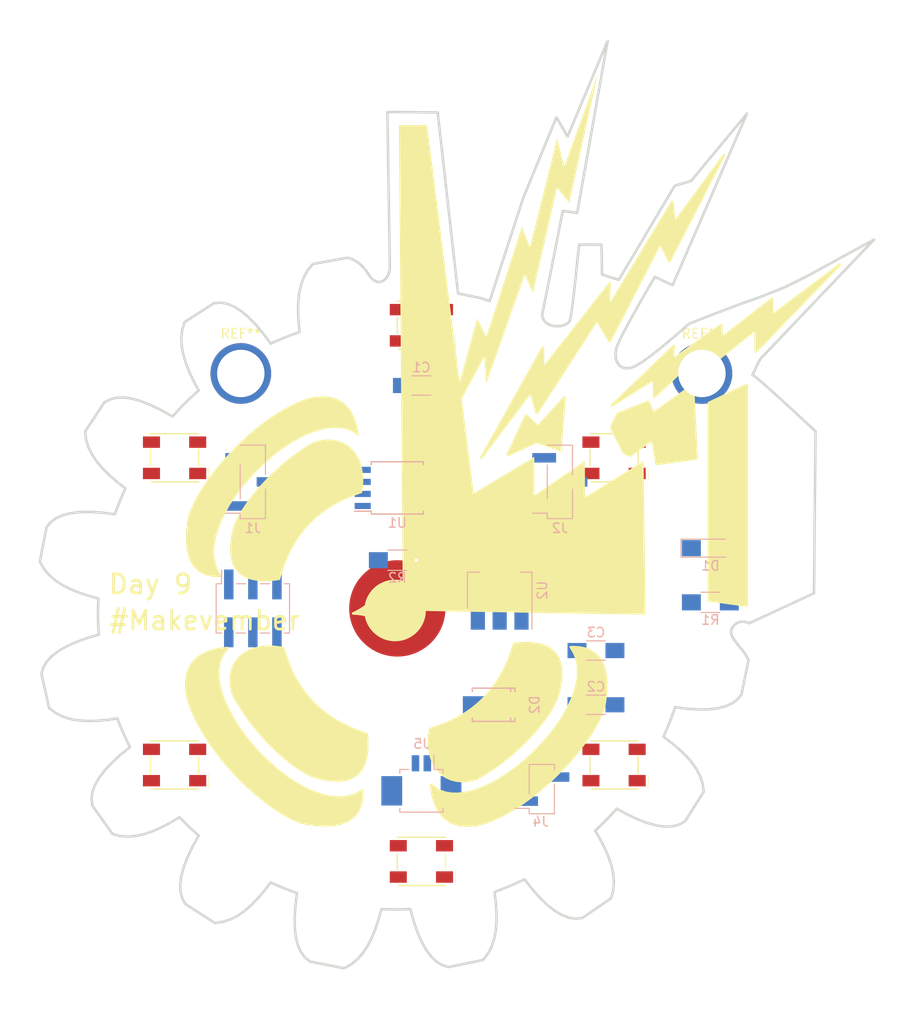
<source format=kicad_pcb>
(kicad_pcb (version 20171130) (host pcbnew 6.0.0-rc1-unknown-f2ccad3~66~ubuntu16.04.1)

  (general
    (thickness 1.6)
    (drawings 22)
    (tracks 3)
    (zones 0)
    (modules 24)
    (nets 17)
  )

  (page USLetter)
  (title_block
    (title "Project Title")
  )

  (layers
    (0 F.Cu signal)
    (31 B.Cu signal)
    (34 B.Paste user)
    (35 F.Paste user)
    (36 B.SilkS user)
    (37 F.SilkS user)
    (38 B.Mask user)
    (39 F.Mask user)
    (44 Edge.Cuts user)
    (46 B.CrtYd user)
    (47 F.CrtYd user)
    (48 B.Fab user)
    (49 F.Fab user)
  )

  (setup
    (last_trace_width 0.254)
    (user_trace_width 0.1524)
    (user_trace_width 0.254)
    (user_trace_width 0.3302)
    (user_trace_width 0.508)
    (user_trace_width 0.762)
    (user_trace_width 1.27)
    (trace_clearance 0.254)
    (zone_clearance 0.508)
    (zone_45_only no)
    (trace_min 0.1524)
    (via_size 0.6858)
    (via_drill 0.3302)
    (via_min_size 0.6858)
    (via_min_drill 0.3302)
    (user_via 0.6858 0.3302)
    (user_via 0.762 0.4064)
    (user_via 0.8636 0.508)
    (uvia_size 0.6858)
    (uvia_drill 0.3302)
    (uvias_allowed no)
    (uvia_min_size 0)
    (uvia_min_drill 0)
    (edge_width 0.1524)
    (segment_width 0.1524)
    (pcb_text_width 0.1524)
    (pcb_text_size 1.016 1.016)
    (mod_edge_width 0.1524)
    (mod_text_size 1.016 1.016)
    (mod_text_width 0.1524)
    (pad_size 1.524 1.524)
    (pad_drill 0.762)
    (pad_to_mask_clearance 0.0762)
    (solder_mask_min_width 0.1016)
    (pad_to_paste_clearance -0.0762)
    (aux_axis_origin 0 0)
    (visible_elements FFFFDF7D)
    (pcbplotparams
      (layerselection 0x310fc_80000001)
      (usegerberextensions true)
      (usegerberattributes false)
      (usegerberadvancedattributes false)
      (creategerberjobfile false)
      (excludeedgelayer true)
      (linewidth 0.100000)
      (plotframeref false)
      (viasonmask false)
      (mode 1)
      (useauxorigin false)
      (hpglpennumber 1)
      (hpglpenspeed 20)
      (hpglpendiameter 15.000000)
      (psnegative false)
      (psa4output false)
      (plotreference true)
      (plotvalue true)
      (plotinvisibletext false)
      (padsonsilk false)
      (subtractmaskfromsilk false)
      (outputformat 1)
      (mirror false)
      (drillshape 0)
      (scaleselection 1)
      (outputdirectory "gerbers"))
  )

  (net 0 "")
  (net 1 GND)
  (net 2 +5V)
  (net 3 VCC)
  (net 4 MISO-1-PWM)
  (net 5 "Net-(D1-Pad2)")
  (net 6 VBAT)
  (net 7 3-A3)
  (net 8 SCK-2-A1)
  (net 9 MOSI-0-PWM)
  (net 10 RESET)
  (net 11 "Net-(LED1-Pad4)")
  (net 12 4-A2)
  (net 13 "Net-(LED2-Pad4)")
  (net 14 "Net-(LED3-Pad4)")
  (net 15 "Net-(LED4-Pad4)")
  (net 16 "Net-(LED5-Pad4)")

  (net_class Default "This is the default net class."
    (clearance 0.254)
    (trace_width 0.254)
    (via_dia 0.6858)
    (via_drill 0.3302)
    (uvia_dia 0.6858)
    (uvia_drill 0.3302)
    (add_net +5V)
    (add_net 3-A3)
    (add_net 4-A2)
    (add_net GND)
    (add_net MISO-1-PWM)
    (add_net MOSI-0-PWM)
    (add_net "Net-(D1-Pad2)")
    (add_net "Net-(LED1-Pad4)")
    (add_net "Net-(LED2-Pad4)")
    (add_net "Net-(LED3-Pad4)")
    (add_net "Net-(LED4-Pad4)")
    (add_net "Net-(LED5-Pad4)")
    (add_net RESET)
    (add_net SCK-2-A1)
    (add_net VBAT)
    (add_net VCC)
  )

  (module DGCFT:Dgcft.All.01 (layer F.Cu) (tedit 5BE20512) (tstamp 5BE2CBBE)
    (at 137.1092 97.6376)
    (descr "Imported from dgcft_Badge.svg")
    (tags svg2mod)
    (attr smd)
    (fp_text reference svg2mod (at 0 -51.928382) (layer F.SilkS) hide
      (effects (font (size 1.524 1.524) (thickness 0.3048)))
    )
    (fp_text value G*** (at 0 51.928382) (layer F.SilkS) hide
      (effects (font (size 1.524 1.524) (thickness 0.3048)))
    )
    (fp_line (start -9.244784 -24.122644) (end -9.245054 -24.122779) (layer Edge.Cuts) (width 0.264516))
    (fp_line (start -9.244808 -24.122633) (end -9.244784 -24.122644) (layer Edge.Cuts) (width 0.264516))
    (fp_line (start -9.244836 -24.122622) (end -9.244808 -24.122633) (layer Edge.Cuts) (width 0.264516))
    (fp_line (start -9.244864 -24.122611) (end -9.244836 -24.122622) (layer Edge.Cuts) (width 0.264516))
    (fp_line (start -9.244892 -24.1226) (end -9.244864 -24.122611) (layer Edge.Cuts) (width 0.264516))
    (fp_line (start -9.244916 -24.122588) (end -9.244892 -24.1226) (layer Edge.Cuts) (width 0.264516))
    (fp_line (start -9.244944 -24.122577) (end -9.244916 -24.122588) (layer Edge.Cuts) (width 0.264516))
    (fp_line (start -9.244971 -24.122566) (end -9.244944 -24.122577) (layer Edge.Cuts) (width 0.264516))
    (fp_line (start -9.149485 -23.998601) (end -9.244971 -24.122566) (layer Edge.Cuts) (width 0.264516))
    (fp_line (start -9.05309 -23.888598) (end -9.149485 -23.998601) (layer Edge.Cuts) (width 0.264516))
    (fp_line (start -8.956057 -23.792179) (end -9.05309 -23.888598) (layer Edge.Cuts) (width 0.264516))
    (fp_line (start -8.858657 -23.708963) (end -8.956057 -23.792179) (layer Edge.Cuts) (width 0.264516))
    (fp_line (start -8.761164 -23.638571) (end -8.858657 -23.708963) (layer Edge.Cuts) (width 0.264516))
    (fp_line (start -8.66385 -23.580623) (end -8.761164 -23.638571) (layer Edge.Cuts) (width 0.264516))
    (fp_line (start -8.566987 -23.534739) (end -8.66385 -23.580623) (layer Edge.Cuts) (width 0.264516))
    (fp_line (start -8.470846 -23.500538) (end -8.566987 -23.534739) (layer Edge.Cuts) (width 0.264516))
    (fp_line (start -8.375699 -23.477641) (end -8.470846 -23.500538) (layer Edge.Cuts) (width 0.264516))
    (fp_line (start -8.281821 -23.465671) (end -8.375699 -23.477641) (layer Edge.Cuts) (width 0.264516))
    (fp_line (start -8.189482 -23.46425) (end -8.281821 -23.465671) (layer Edge.Cuts) (width 0.264516))
    (fp_line (start -8.098953 -23.472989) (end -8.189482 -23.46425) (layer Edge.Cuts) (width 0.264516))
    (fp_line (start -8.010507 -23.491515) (end -8.098953 -23.472989) (layer Edge.Cuts) (width 0.264516))
    (fp_line (start -7.924415 -23.519445) (end -8.010507 -23.491515) (layer Edge.Cuts) (width 0.264516))
    (fp_line (start -7.84095 -23.556399) (end -7.924415 -23.519445) (layer Edge.Cuts) (width 0.264516))
    (fp_line (start -7.760387 -23.602) (end -7.84095 -23.556399) (layer Edge.Cuts) (width 0.264516))
    (fp_line (start -7.682993 -23.655867) (end -7.760387 -23.602) (layer Edge.Cuts) (width 0.264516))
    (fp_line (start -7.609044 -23.71762) (end -7.682993 -23.655867) (layer Edge.Cuts) (width 0.264516))
    (fp_line (start -7.538808 -23.786878) (end -7.609044 -23.71762) (layer Edge.Cuts) (width 0.264516))
    (fp_line (start -7.472562 -23.863264) (end -7.538808 -23.786878) (layer Edge.Cuts) (width 0.264516))
    (fp_line (start -7.410576 -23.946396) (end -7.472562 -23.863264) (layer Edge.Cuts) (width 0.264516))
    (fp_line (start -7.353121 -24.035895) (end -7.410576 -23.946396) (layer Edge.Cuts) (width 0.264516))
    (fp_line (start -7.300471 -24.131381) (end -7.353121 -24.035895) (layer Edge.Cuts) (width 0.264516))
    (fp_line (start -7.252896 -24.232474) (end -7.300471 -24.131381) (layer Edge.Cuts) (width 0.264516))
    (fp_line (start -7.21067 -24.338795) (end -7.252896 -24.232474) (layer Edge.Cuts) (width 0.264516))
    (fp_line (start -7.174066 -24.449963) (end -7.21067 -24.338795) (layer Edge.Cuts) (width 0.264516))
    (fp_line (start -7.143352 -24.565598) (end -7.174066 -24.449963) (layer Edge.Cuts) (width 0.264516))
    (fp_line (start -7.118809 -24.685322) (end -7.143352 -24.565598) (layer Edge.Cuts) (width 0.264516))
    (fp_line (start -7.100679 -24.808753) (end -7.118809 -24.685322) (layer Edge.Cuts) (width 0.264516))
    (fp_line (start -7.089274 -24.935514) (end -7.100679 -24.808753) (layer Edge.Cuts) (width 0.264516))
    (fp_line (start -7.084837 -25.065222) (end -7.089274 -24.935514) (layer Edge.Cuts) (width 0.264516))
    (fp_line (start -7.08761 -25.197499) (end -7.084837 -25.065222) (layer Edge.Cuts) (width 0.264516))
    (fp_line (start -7.09846 -25.871919) (end -7.08761 -25.197499) (layer Edge.Cuts) (width 0.264516))
    (fp_line (start -7.109311 -26.546339) (end -7.09846 -25.871919) (layer Edge.Cuts) (width 0.264516))
    (fp_line (start -7.120161 -27.220759) (end -7.109311 -26.546339) (layer Edge.Cuts) (width 0.264516))
    (fp_line (start -7.131012 -27.89518) (end -7.120161 -27.220759) (layer Edge.Cuts) (width 0.264516))
    (fp_line (start -7.141862 -28.5696) (end -7.131012 -27.89518) (layer Edge.Cuts) (width 0.264516))
    (fp_line (start -7.152712 -29.24402) (end -7.141862 -28.5696) (layer Edge.Cuts) (width 0.264516))
    (fp_line (start -7.163563 -29.91844) (end -7.152712 -29.24402) (layer Edge.Cuts) (width 0.264516))
    (fp_line (start -7.174413 -30.59286) (end -7.163563 -29.91844) (layer Edge.Cuts) (width 0.264516))
    (fp_line (start -7.185263 -31.267281) (end -7.174413 -30.59286) (layer Edge.Cuts) (width 0.264516))
    (fp_line (start -7.196114 -31.941701) (end -7.185263 -31.267281) (layer Edge.Cuts) (width 0.264516))
    (fp_line (start -7.206964 -32.616121) (end -7.196114 -31.941701) (layer Edge.Cuts) (width 0.264516))
    (fp_line (start -7.217814 -33.290541) (end -7.206964 -32.616121) (layer Edge.Cuts) (width 0.264516))
    (fp_line (start -7.239515 -34.639381) (end -7.217814 -33.290541) (layer Edge.Cuts) (width 0.264516))
    (fp_line (start -7.261216 -35.988222) (end -7.239515 -34.639381) (layer Edge.Cuts) (width 0.264516))
    (fp_line (start -7.282916 -37.337062) (end -7.261216 -35.988222) (layer Edge.Cuts) (width 0.264516))
    (fp_line (start -7.304617 -38.685902) (end -7.282916 -37.337062) (layer Edge.Cuts) (width 0.264516))
    (fp_line (start -7.326318 -40.034743) (end -7.304617 -38.685902) (layer Edge.Cuts) (width 0.264516))
    (fp_line (start -7.348018 -41.383583) (end -7.326318 -40.034743) (layer Edge.Cuts) (width 0.264516))
    (fp_line (start -6.020497 -41.37041) (end -7.348018 -41.383583) (layer Edge.Cuts) (width 0.264516))
    (fp_line (start -4.692976 -41.357237) (end -6.020497 -41.37041) (layer Edge.Cuts) (width 0.264516))
    (fp_line (start -3.365455 -41.344064) (end -4.692976 -41.357237) (layer Edge.Cuts) (width 0.264516))
    (fp_line (start -3.033577 -41.340771) (end -3.365455 -41.344064) (layer Edge.Cuts) (width 0.264516))
    (fp_line (start -2.701695 -41.337478) (end -3.033577 -41.340771) (layer Edge.Cuts) (width 0.264516))
    (fp_line (start -2.369816 -41.334185) (end -2.701695 -41.337478) (layer Edge.Cuts) (width 0.264516))
    (fp_line (start -2.037935 -41.330891) (end -2.369816 -41.334185) (layer Edge.Cuts) (width 0.264516))
    (fp_line (start -1.904233 -40.138829) (end -2.037935 -41.330891) (layer Edge.Cuts) (width 0.264516))
    (fp_line (start -1.770531 -38.946766) (end -1.904233 -40.138829) (layer Edge.Cuts) (width 0.264516))
    (fp_line (start -1.636829 -37.754704) (end -1.770531 -38.946766) (layer Edge.Cuts) (width 0.264516))
    (fp_line (start -1.503127 -36.562641) (end -1.636829 -37.754704) (layer Edge.Cuts) (width 0.264516))
    (fp_line (start -1.369425 -35.370579) (end -1.503127 -36.562641) (layer Edge.Cuts) (width 0.264516))
    (fp_line (start -1.235723 -34.178516) (end -1.369425 -35.370579) (layer Edge.Cuts) (width 0.264516))
    (fp_line (start -1.102021 -32.986454) (end -1.235723 -34.178516) (layer Edge.Cuts) (width 0.264516))
    (fp_line (start -1.035168 -32.390422) (end -1.102021 -32.986454) (layer Edge.Cuts) (width 0.264516))
    (fp_line (start -0.968319 -31.794391) (end -1.035168 -32.390422) (layer Edge.Cuts) (width 0.264516))
    (fp_line (start -0.901466 -31.19836) (end -0.968319 -31.794391) (layer Edge.Cuts) (width 0.264516))
    (fp_line (start -0.834617 -30.602329) (end -0.901466 -31.19836) (layer Edge.Cuts) (width 0.264516))
    (fp_line (start -0.767764 -30.006297) (end -0.834617 -30.602329) (layer Edge.Cuts) (width 0.264516))
    (fp_line (start -0.700915 -29.410266) (end -0.767764 -30.006297) (layer Edge.Cuts) (width 0.264516))
    (fp_line (start -0.634062 -28.814235) (end -0.700915 -29.410266) (layer Edge.Cuts) (width 0.264516))
    (fp_line (start -0.567213 -28.218203) (end -0.634062 -28.814235) (layer Edge.Cuts) (width 0.264516))
    (fp_line (start -0.50036 -27.622172) (end -0.567213 -28.218203) (layer Edge.Cuts) (width 0.264516))
    (fp_line (start -0.433511 -27.026141) (end -0.50036 -27.622172) (layer Edge.Cuts) (width 0.264516))
    (fp_line (start -0.366659 -26.430109) (end -0.433511 -27.026141) (layer Edge.Cuts) (width 0.264516))
    (fp_line (start -0.299809 -25.834078) (end -0.366659 -26.430109) (layer Edge.Cuts) (width 0.264516))
    (fp_line (start -0.232957 -25.238047) (end -0.299809 -25.834078) (layer Edge.Cuts) (width 0.264516))
    (fp_line (start -0.166107 -24.642016) (end -0.232957 -25.238047) (layer Edge.Cuts) (width 0.264516))
    (fp_line (start -0.099255 -24.045984) (end -0.166107 -24.642016) (layer Edge.Cuts) (width 0.264516))
    (fp_line (start -0.032405 -23.449953) (end -0.099255 -24.045984) (layer Edge.Cuts) (width 0.264516))
    (fp_line (start 0.034447 -22.853922) (end -0.032405 -23.449953) (layer Edge.Cuts) (width 0.264516))
    (fp_line (start 0.101296 -22.257891) (end 0.034447 -22.853922) (layer Edge.Cuts) (width 0.264516))
    (fp_line (start 0.173921 -22.242908) (end 0.101296 -22.257891) (layer Edge.Cuts) (width 0.264516))
    (fp_line (start 0.246546 -22.227926) (end 0.173921 -22.242908) (layer Edge.Cuts) (width 0.264516))
    (fp_line (start 0.31917 -22.212943) (end 0.246546 -22.227926) (layer Edge.Cuts) (width 0.264516))
    (fp_line (start 0.391795 -22.197961) (end 0.31917 -22.212943) (layer Edge.Cuts) (width 0.264516))
    (fp_line (start 0.464419 -22.182978) (end 0.391795 -22.197961) (layer Edge.Cuts) (width 0.264516))
    (fp_line (start 0.53704 -22.167996) (end 0.464419 -22.182978) (layer Edge.Cuts) (width 0.264516))
    (fp_line (start 0.609665 -22.153013) (end 0.53704 -22.167996) (layer Edge.Cuts) (width 0.264516))
    (fp_line (start 0.682289 -22.138031) (end 0.609665 -22.153013) (layer Edge.Cuts) (width 0.264516))
    (fp_line (start 0.972787 -22.078098) (end 0.682289 -22.138031) (layer Edge.Cuts) (width 0.264516))
    (fp_line (start 1.263282 -22.018165) (end 0.972787 -22.078098) (layer Edge.Cuts) (width 0.264516))
    (fp_line (start 1.55378 -21.958232) (end 1.263282 -22.018165) (layer Edge.Cuts) (width 0.264516))
    (fp_line (start 1.844275 -21.898298) (end 1.55378 -21.958232) (layer Edge.Cuts) (width 0.264516))
    (fp_line (start 2.134773 -21.838365) (end 1.844275 -21.898298) (layer Edge.Cuts) (width 0.264516))
    (fp_line (start 2.425268 -21.778432) (end 2.134773 -21.838365) (layer Edge.Cuts) (width 0.264516))
    (fp_line (start 2.552404 -21.738003) (end 2.425268 -21.778432) (layer Edge.Cuts) (width 0.264516))
    (fp_line (start 2.67954 -21.697575) (end 2.552404 -21.738003) (layer Edge.Cuts) (width 0.264516))
    (fp_line (start 2.806676 -21.657146) (end 2.67954 -21.697575) (layer Edge.Cuts) (width 0.264516))
    (fp_line (start 2.933813 -21.616717) (end 2.806676 -21.657146) (layer Edge.Cuts) (width 0.264516))
    (fp_line (start 3.060949 -21.576288) (end 2.933813 -21.616717) (layer Edge.Cuts) (width 0.264516))
    (fp_line (start 3.188085 -21.535859) (end 3.060949 -21.576288) (layer Edge.Cuts) (width 0.264516))
    (fp_line (start 3.315222 -21.495431) (end 3.188085 -21.535859) (layer Edge.Cuts) (width 0.264516))
    (fp_line (start 3.442358 -21.455002) (end 3.315222 -21.495431) (layer Edge.Cuts) (width 0.264516))
    (fp_line (start 3.882657 -22.806052) (end 3.442358 -21.455002) (layer Edge.Cuts) (width 0.264516))
    (fp_line (start 4.322952 -24.157102) (end 3.882657 -22.806052) (layer Edge.Cuts) (width 0.264516))
    (fp_line (start 4.763251 -25.508153) (end 4.322952 -24.157102) (layer Edge.Cuts) (width 0.264516))
    (fp_line (start 5.203546 -26.859203) (end 4.763251 -25.508153) (layer Edge.Cuts) (width 0.264516))
    (fp_line (start 5.643845 -28.210253) (end 5.203546 -26.859203) (layer Edge.Cuts) (width 0.264516))
    (fp_line (start 6.08414 -29.561304) (end 5.643845 -28.210253) (layer Edge.Cuts) (width 0.264516))
    (fp_line (start 6.524439 -30.912354) (end 6.08414 -29.561304) (layer Edge.Cuts) (width 0.264516))
    (fp_line (start 6.964734 -32.263404) (end 6.524439 -30.912354) (layer Edge.Cuts) (width 0.264516))
    (fp_line (start 7.050566 -32.475351) (end 6.964734 -32.263404) (layer Edge.Cuts) (width 0.264516))
    (fp_line (start 7.136399 -32.687299) (end 7.050566 -32.475351) (layer Edge.Cuts) (width 0.264516))
    (fp_line (start 7.222231 -32.899246) (end 7.136399 -32.687299) (layer Edge.Cuts) (width 0.264516))
    (fp_line (start 7.308059 -33.111193) (end 7.222231 -32.899246) (layer Edge.Cuts) (width 0.264516))
    (fp_line (start 7.393892 -33.323141) (end 7.308059 -33.111193) (layer Edge.Cuts) (width 0.264516))
    (fp_line (start 7.479724 -33.535088) (end 7.393892 -33.323141) (layer Edge.Cuts) (width 0.264516))
    (fp_line (start 7.651388 -33.958983) (end 7.479724 -33.535088) (layer Edge.Cuts) (width 0.264516))
    (fp_line (start 8.360404 -35.675519) (end 7.651388 -33.958983) (layer Edge.Cuts) (width 0.264516))
    (fp_line (start 9.069424 -37.392054) (end 8.360404 -35.675519) (layer Edge.Cuts) (width 0.264516))
    (fp_line (start 9.778441 -39.10859) (end 9.069424 -37.392054) (layer Edge.Cuts) (width 0.264516))
    (fp_line (start 10.487457 -40.825126) (end 9.778441 -39.10859) (layer Edge.Cuts) (width 0.264516))
    (fp_line (start 10.780035 -40.316407) (end 10.487457 -40.825126) (layer Edge.Cuts) (width 0.264516))
    (fp_line (start 11.072614 -39.807689) (end 10.780035 -40.316407) (layer Edge.Cuts) (width 0.264516))
    (fp_line (start 11.365192 -39.298971) (end 11.072614 -39.807689) (layer Edge.Cuts) (width 0.264516))
    (fp_line (start 11.65777 -38.790252) (end 11.365192 -39.298971) (layer Edge.Cuts) (width 0.264516))
    (fp_line (start 12.715072 -41.312785) (end 11.65777 -38.790252) (layer Edge.Cuts) (width 0.264516))
    (fp_line (start 13.243723 -42.574051) (end 12.715072 -41.312785) (layer Edge.Cuts) (width 0.264516))
    (fp_line (start 13.772374 -43.835317) (end 13.243723 -42.574051) (layer Edge.Cuts) (width 0.264516))
    (fp_line (start 14.301025 -45.096584) (end 13.772374 -43.835317) (layer Edge.Cuts) (width 0.264516))
    (fp_line (start 14.829676 -46.35785) (end 14.301025 -45.096584) (layer Edge.Cuts) (width 0.264516))
    (fp_line (start 15.358328 -47.619116) (end 14.829676 -46.35785) (layer Edge.Cuts) (width 0.264516))
    (fp_line (start 15.886979 -48.880382) (end 15.358328 -47.619116) (layer Edge.Cuts) (width 0.264516))
    (fp_line (start 15.485637 -46.613509) (end 15.886979 -48.880382) (layer Edge.Cuts) (width 0.264516))
    (fp_line (start 15.084296 -44.346636) (end 15.485637 -46.613509) (layer Edge.Cuts) (width 0.264516))
    (fp_line (start 14.682954 -42.079762) (end 15.084296 -44.346636) (layer Edge.Cuts) (width 0.264516))
    (fp_line (start 14.281613 -39.812889) (end 14.682954 -42.079762) (layer Edge.Cuts) (width 0.264516))
    (fp_line (start 13.880271 -37.546016) (end 14.281613 -39.812889) (layer Edge.Cuts) (width 0.264516))
    (fp_line (start 13.478929 -35.279142) (end 13.880271 -37.546016) (layer Edge.Cuts) (width 0.264516))
    (fp_line (start 13.077588 -33.012269) (end 13.478929 -35.279142) (layer Edge.Cuts) (width 0.264516))
    (fp_line (start 12.876919 -31.878832) (end 13.077588 -33.012269) (layer Edge.Cuts) (width 0.264516))
    (fp_line (start 12.676246 -30.745395) (end 12.876919 -31.878832) (layer Edge.Cuts) (width 0.264516))
    (fp_line (start 12.580795 -30.758156) (end 12.676246 -30.745395) (layer Edge.Cuts) (width 0.264516))
    (fp_line (start 12.485339 -30.77092) (end 12.580795 -30.758156) (layer Edge.Cuts) (width 0.264516))
    (fp_line (start 12.389887 -30.78368) (end 12.485339 -30.77092) (layer Edge.Cuts) (width 0.264516))
    (fp_line (start 12.294432 -30.796441) (end 12.389887 -30.78368) (layer Edge.Cuts) (width 0.264516))
    (fp_line (start 12.103525 -30.821961) (end 12.294432 -30.796441) (layer Edge.Cuts) (width 0.264516))
    (fp_line (start 11.912614 -30.847486) (end 12.103525 -30.821961) (layer Edge.Cuts) (width 0.264516))
    (fp_line (start 11.721707 -30.873007) (end 11.912614 -30.847486) (layer Edge.Cuts) (width 0.264516))
    (fp_line (start 11.5308 -30.898531) (end 11.721707 -30.873007) (layer Edge.Cuts) (width 0.264516))
    (fp_line (start 11.339893 -30.924052) (end 11.5308 -30.898531) (layer Edge.Cuts) (width 0.264516))
    (fp_line (start 11.148985 -30.949576) (end 11.339893 -30.924052) (layer Edge.Cuts) (width 0.264516))
    (fp_line (start 11.063167 -30.511006) (end 11.148985 -30.949576) (layer Edge.Cuts) (width 0.264516))
    (fp_line (start 10.835729 -29.350628) (end 11.063167 -30.511006) (layer Edge.Cuts) (width 0.264516))
    (fp_line (start 10.511692 -27.701444) (end 10.835729 -29.350628) (layer Edge.Cuts) (width 0.264516))
    (fp_line (start 10.136083 -25.796454) (end 10.511692 -27.701444) (layer Edge.Cuts) (width 0.264516))
    (fp_line (start 9.753918 -23.868659) (end 10.136083 -25.796454) (layer Edge.Cuts) (width 0.264516))
    (fp_line (start 9.410222 -22.151059) (end 9.753918 -23.868659) (layer Edge.Cuts) (width 0.264516))
    (fp_line (start 9.335584 -21.781807) (end 9.410222 -22.151059) (layer Edge.Cuts) (width 0.264516))
    (fp_line (start 9.26687 -21.443896) (end 9.335584 -21.781807) (layer Edge.Cuts) (width 0.264516))
    (fp_line (start 9.20478 -21.140965) (end 9.26687 -21.443896) (layer Edge.Cuts) (width 0.264516))
    (fp_line (start 9.150019 -20.876656) (end 9.20478 -21.140965) (layer Edge.Cuts) (width 0.264516))
    (fp_line (start 9.103289 -20.654609) (end 9.150019 -20.876656) (layer Edge.Cuts) (width 0.264516))
    (fp_line (start 9.065296 -20.478466) (end 9.103289 -20.654609) (layer Edge.Cuts) (width 0.264516))
    (fp_line (start 9.036731 -20.351864) (end 9.065296 -20.478466) (layer Edge.Cuts) (width 0.264516))
    (fp_line (start 9.018324 -20.278449) (end 9.036731 -20.351864) (layer Edge.Cuts) (width 0.264516))
    (fp_line (start 9.000679 -20.129224) (end 9.018324 -20.278449) (layer Edge.Cuts) (width 0.264516))
    (fp_line (start 8.997906 -19.988229) (end 9.000679 -20.129224) (layer Edge.Cuts) (width 0.264516))
    (fp_line (start 9.009449 -19.8554) (end 8.997906 -19.988229) (layer Edge.Cuts) (width 0.264516))
    (fp_line (start 9.034374 -19.730687) (end 9.009449 -19.8554) (layer Edge.Cuts) (width 0.264516))
    (fp_line (start 9.071861 -19.614041) (end 9.034374 -19.730687) (layer Edge.Cuts) (width 0.264516))
    (fp_line (start 9.121104 -19.505398) (end 9.071861 -19.614041) (layer Edge.Cuts) (width 0.264516))
    (fp_line (start 9.181294 -19.404716) (end 9.121104 -19.505398) (layer Edge.Cuts) (width 0.264516))
    (fp_line (start 9.251624 -19.311929) (end 9.181294 -19.404716) (layer Edge.Cuts) (width 0.264516))
    (fp_line (start 9.331282 -19.226992) (end 9.251624 -19.311929) (layer Edge.Cuts) (width 0.264516))
    (fp_line (start 9.419457 -19.149843) (end 9.331282 -19.226992) (layer Edge.Cuts) (width 0.264516))
    (fp_line (start 9.515343 -19.080436) (end 9.419457 -19.149843) (layer Edge.Cuts) (width 0.264516))
    (fp_line (start 9.61813 -19.01871) (end 9.515343 -19.080436) (layer Edge.Cuts) (width 0.264516))
    (fp_line (start 9.727004 -18.964614) (end 9.61813 -19.01871) (layer Edge.Cuts) (width 0.264516))
    (fp_line (start 9.841161 -18.918093) (end 9.727004 -18.964614) (layer Edge.Cuts) (width 0.264516))
    (fp_line (start 9.959791 -18.879091) (end 9.841161 -18.918093) (layer Edge.Cuts) (width 0.264516))
    (fp_line (start 10.082084 -18.847545) (end 9.959791 -18.879091) (layer Edge.Cuts) (width 0.264516))
    (fp_line (start 10.207231 -18.823418) (end 10.082084 -18.847545) (layer Edge.Cuts) (width 0.264516))
    (fp_line (start 10.334419 -18.80664) (end 10.207231 -18.823418) (layer Edge.Cuts) (width 0.264516))
    (fp_line (start 10.462841 -18.797176) (end 10.334419 -18.80664) (layer Edge.Cuts) (width 0.264516))
    (fp_line (start 10.591687 -18.795096) (end 10.462841 -18.797176) (layer Edge.Cuts) (width 0.264516))
    (fp_line (start 10.720151 -18.800088) (end 10.591687 -18.795096) (layer Edge.Cuts) (width 0.264516))
    (fp_line (start 10.847419 -18.812221) (end 10.720151 -18.800088) (layer Edge.Cuts) (width 0.264516))
    (fp_line (start 10.972683 -18.831425) (end 10.847419 -18.812221) (layer Edge.Cuts) (width 0.264516))
    (fp_line (start 11.095136 -18.857667) (end 10.972683 -18.831425) (layer Edge.Cuts) (width 0.264516))
    (fp_line (start 11.213966 -18.890912) (end 11.095136 -18.857667) (layer Edge.Cuts) (width 0.264516))
    (fp_line (start 11.328366 -18.931072) (end 11.213966 -18.890912) (layer Edge.Cuts) (width 0.264516))
    (fp_line (start 11.437521 -18.978106) (end 11.328366 -18.931072) (layer Edge.Cuts) (width 0.264516))
    (fp_line (start 11.540628 -19.031956) (end 11.437521 -18.978106) (layer Edge.Cuts) (width 0.264516))
    (fp_line (start 11.636877 -19.092572) (end 11.540628 -19.031956) (layer Edge.Cuts) (width 0.264516))
    (fp_line (start 11.725451 -19.159896) (end 11.636877 -19.092572) (layer Edge.Cuts) (width 0.264516))
    (fp_line (start 11.805549 -19.233873) (end 11.725451 -19.159896) (layer Edge.Cuts) (width 0.264516))
    (fp_line (start 11.876361 -19.314453) (end 11.805549 -19.233873) (layer Edge.Cuts) (width 0.264516))
    (fp_line (start 11.903296 -19.392531) (end 11.876361 -19.314453) (layer Edge.Cuts) (width 0.264516))
    (fp_line (start 11.931618 -19.498763) (end 11.903296 -19.392531) (layer Edge.Cuts) (width 0.264516))
    (fp_line (start 11.961188 -19.631148) (end 11.931618 -19.498763) (layer Edge.Cuts) (width 0.264516))
    (fp_line (start 11.991832 -19.787674) (end 11.961188 -19.631148) (layer Edge.Cuts) (width 0.264516))
    (fp_line (start 12.023413 -19.966327) (end 11.991832 -19.787674) (layer Edge.Cuts) (width 0.264516))
    (fp_line (start 12.05579 -20.165103) (end 12.023413 -19.966327) (layer Edge.Cuts) (width 0.264516))
    (fp_line (start 12.088827 -20.381992) (end 12.05579 -20.165103) (layer Edge.Cuts) (width 0.264516))
    (fp_line (start 12.122348 -20.614985) (end 12.088827 -20.381992) (layer Edge.Cuts) (width 0.264516))
    (fp_line (start 12.258584 -21.667806) (end 12.122348 -20.614985) (layer Edge.Cuts) (width 0.264516))
    (fp_line (start 12.391108 -22.817549) (end 12.258584 -21.667806) (layer Edge.Cuts) (width 0.264516))
    (fp_line (start 12.51052 -23.935628) (end 12.391108 -22.817549) (layer Edge.Cuts) (width 0.264516))
    (fp_line (start 12.607446 -24.893457) (end 12.51052 -23.935628) (layer Edge.Cuts) (width 0.264516))
    (fp_line (start 12.672485 -25.562451) (end 12.607446 -24.893457) (layer Edge.Cuts) (width 0.264516))
    (fp_line (start 12.696231 -25.814023) (end 12.672485 -25.562451) (layer Edge.Cuts) (width 0.264516))
    (fp_line (start 12.72015 -26.012254) (end 12.696231 -25.814023) (layer Edge.Cuts) (width 0.264516))
    (fp_line (start 12.74407 -26.210485) (end 12.72015 -26.012254) (layer Edge.Cuts) (width 0.264516))
    (fp_line (start 12.767989 -26.408715) (end 12.74407 -26.210485) (layer Edge.Cuts) (width 0.264516))
    (fp_line (start 12.791908 -26.606946) (end 12.767989 -26.408715) (layer Edge.Cuts) (width 0.264516))
    (fp_line (start 12.815828 -26.805177) (end 12.791908 -26.606946) (layer Edge.Cuts) (width 0.264516))
    (fp_line (start 12.839747 -27.003407) (end 12.815828 -26.805177) (layer Edge.Cuts) (width 0.264516))
    (fp_line (start 12.863666 -27.201638) (end 12.839747 -27.003407) (layer Edge.Cuts) (width 0.264516))
    (fp_line (start 12.887586 -27.399869) (end 12.863666 -27.201638) (layer Edge.Cuts) (width 0.264516))
    (fp_line (start 13.034592 -27.399869) (end 12.887586 -27.399869) (layer Edge.Cuts) (width 0.264516))
    (fp_line (start 13.181595 -27.399869) (end 13.034592 -27.399869) (layer Edge.Cuts) (width 0.264516))
    (fp_line (start 13.328598 -27.399869) (end 13.181595 -27.399869) (layer Edge.Cuts) (width 0.264516))
    (fp_line (start 13.475602 -27.399869) (end 13.328598 -27.399869) (layer Edge.Cuts) (width 0.264516))
    (fp_line (start 13.622608 -27.399869) (end 13.475602 -27.399869) (layer Edge.Cuts) (width 0.264516))
    (fp_line (start 13.769611 -27.399869) (end 13.622608 -27.399869) (layer Edge.Cuts) (width 0.264516))
    (fp_line (start 13.916615 -27.399869) (end 13.769611 -27.399869) (layer Edge.Cuts) (width 0.264516))
    (fp_line (start 14.063618 -27.399869) (end 13.916615 -27.399869) (layer Edge.Cuts) (width 0.264516))
    (fp_line (start 14.210621 -27.399869) (end 14.063618 -27.399869) (layer Edge.Cuts) (width 0.264516))
    (fp_line (start 14.357624 -27.399869) (end 14.210621 -27.399869) (layer Edge.Cuts) (width 0.264516))
    (fp_line (start 14.504631 -27.399869) (end 14.357624 -27.399869) (layer Edge.Cuts) (width 0.264516))
    (fp_line (start 14.651634 -27.399869) (end 14.504631 -27.399869) (layer Edge.Cuts) (width 0.264516))
    (fp_line (start 14.79864 -27.399869) (end 14.651634 -27.399869) (layer Edge.Cuts) (width 0.264516))
    (fp_line (start 14.945643 -27.399869) (end 14.79864 -27.399869) (layer Edge.Cuts) (width 0.264516))
    (fp_line (start 15.092647 -27.399869) (end 14.945643 -27.399869) (layer Edge.Cuts) (width 0.264516))
    (fp_line (start 15.23965 -27.399869) (end 15.092647 -27.399869) (layer Edge.Cuts) (width 0.264516))
    (fp_line (start 15.246791 -27.005655) (end 15.23965 -27.399869) (layer Edge.Cuts) (width 0.264516))
    (fp_line (start 15.253932 -26.611441) (end 15.246791 -27.005655) (layer Edge.Cuts) (width 0.264516))
    (fp_line (start 15.261073 -26.217226) (end 15.253932 -26.611441) (layer Edge.Cuts) (width 0.264516))
    (fp_line (start 15.268214 -25.823012) (end 15.261073 -26.217226) (layer Edge.Cuts) (width 0.264516))
    (fp_line (start 15.275355 -25.428798) (end 15.268214 -25.823012) (layer Edge.Cuts) (width 0.264516))
    (fp_line (start 15.282496 -25.034584) (end 15.275355 -25.428798) (layer Edge.Cuts) (width 0.264516))
    (fp_line (start 15.289638 -24.64037) (end 15.282496 -25.034584) (layer Edge.Cuts) (width 0.264516))
    (fp_line (start 15.296779 -24.246155) (end 15.289638 -24.64037) (layer Edge.Cuts) (width 0.264516))
    (fp_line (start 15.407667 -24.209428) (end 15.296779 -24.246155) (layer Edge.Cuts) (width 0.264516))
    (fp_line (start 15.518556 -24.1727) (end 15.407667 -24.209428) (layer Edge.Cuts) (width 0.264516))
    (fp_line (start 15.629444 -24.135973) (end 15.518556 -24.1727) (layer Edge.Cuts) (width 0.264516))
    (fp_line (start 15.740333 -24.099245) (end 15.629444 -24.135973) (layer Edge.Cuts) (width 0.264516))
    (fp_line (start 15.851221 -24.062517) (end 15.740333 -24.099245) (layer Edge.Cuts) (width 0.264516))
    (fp_line (start 15.962106 -24.02579) (end 15.851221 -24.062517) (layer Edge.Cuts) (width 0.264516))
    (fp_line (start 16.072995 -23.989062) (end 15.962106 -24.02579) (layer Edge.Cuts) (width 0.264516))
    (fp_line (start 16.183883 -23.952334) (end 16.072995 -23.989062) (layer Edge.Cuts) (width 0.264516))
    (fp_line (start 16.294113 -23.919766) (end 16.183883 -23.952334) (layer Edge.Cuts) (width 0.264516))
    (fp_line (start 16.404339 -23.887198) (end 16.294113 -23.919766) (layer Edge.Cuts) (width 0.264516))
    (fp_line (start 16.514569 -23.854629) (end 16.404339 -23.887198) (layer Edge.Cuts) (width 0.264516))
    (fp_line (start 16.624795 -23.822061) (end 16.514569 -23.854629) (layer Edge.Cuts) (width 0.264516))
    (fp_line (start 16.735025 -23.789493) (end 16.624795 -23.822061) (layer Edge.Cuts) (width 0.264516))
    (fp_line (start 16.845252 -23.756924) (end 16.735025 -23.789493) (layer Edge.Cuts) (width 0.264516))
    (fp_line (start 16.955481 -23.724356) (end 16.845252 -23.756924) (layer Edge.Cuts) (width 0.264516))
    (fp_line (start 17.065708 -23.691787) (end 16.955481 -23.724356) (layer Edge.Cuts) (width 0.264516))
    (fp_line (start 17.80324 -24.931549) (end 17.065708 -23.691787) (layer Edge.Cuts) (width 0.264516))
    (fp_line (start 18.540773 -26.171311) (end 17.80324 -24.931549) (layer Edge.Cuts) (width 0.264516))
    (fp_line (start 19.278305 -27.411072) (end 18.540773 -26.171311) (layer Edge.Cuts) (width 0.264516))
    (fp_line (start 20.015838 -28.650834) (end 19.278305 -27.411072) (layer Edge.Cuts) (width 0.264516))
    (fp_line (start 20.75337 -29.890596) (end 20.015838 -28.650834) (layer Edge.Cuts) (width 0.264516))
    (fp_line (start 21.490903 -31.130357) (end 20.75337 -29.890596) (layer Edge.Cuts) (width 0.264516))
    (fp_line (start 21.859669 -31.750238) (end 21.490903 -31.130357) (layer Edge.Cuts) (width 0.264516))
    (fp_line (start 22.228435 -32.370119) (end 21.859669 -31.750238) (layer Edge.Cuts) (width 0.264516))
    (fp_line (start 22.597201 -32.99) (end 22.228435 -32.370119) (layer Edge.Cuts) (width 0.264516))
    (fp_line (start 22.965968 -33.609881) (end 22.597201 -32.99) (layer Edge.Cuts) (width 0.264516))
    (fp_line (start 23.073961 -33.641523) (end 22.965968 -33.609881) (layer Edge.Cuts) (width 0.264516))
    (fp_line (start 23.181952 -33.673166) (end 23.073961 -33.641523) (layer Edge.Cuts) (width 0.264516))
    (fp_line (start 23.39794 -33.73645) (end 23.181952 -33.673166) (layer Edge.Cuts) (width 0.264516))
    (fp_line (start 23.613924 -33.799735) (end 23.39794 -33.73645) (layer Edge.Cuts) (width 0.264516))
    (fp_line (start 23.829912 -33.863019) (end 23.613924 -33.799735) (layer Edge.Cuts) (width 0.264516))
    (fp_line (start 24.045899 -33.926303) (end 23.829912 -33.863019) (layer Edge.Cuts) (width 0.264516))
    (fp_line (start 24.261887 -33.989587) (end 24.045899 -33.926303) (layer Edge.Cuts) (width 0.264516))
    (fp_line (start 24.477872 -34.052871) (end 24.261887 -33.989587) (layer Edge.Cuts) (width 0.264516))
    (fp_line (start 24.693859 -34.116155) (end 24.477872 -34.052871) (layer Edge.Cuts) (width 0.264516))
    (fp_line (start 25.430484 -35.004053) (end 24.693859 -34.116155) (layer Edge.Cuts) (width 0.264516))
    (fp_line (start 26.167111 -35.891951) (end 25.430484 -35.004053) (layer Edge.Cuts) (width 0.264516))
    (fp_line (start 26.903736 -36.779849) (end 26.167111 -35.891951) (layer Edge.Cuts) (width 0.264516))
    (fp_line (start 27.64036 -37.667747) (end 26.903736 -36.779849) (layer Edge.Cuts) (width 0.264516))
    (fp_line (start 28.376984 -38.555645) (end 27.64036 -37.667747) (layer Edge.Cuts) (width 0.264516))
    (fp_line (start 29.113612 -39.443543) (end 28.376984 -38.555645) (layer Edge.Cuts) (width 0.264516))
    (fp_line (start 29.850236 -40.331441) (end 29.113612 -39.443543) (layer Edge.Cuts) (width 0.264516))
    (fp_line (start 30.586864 -41.219339) (end 29.850236 -40.331441) (layer Edge.Cuts) (width 0.264516))
    (fp_line (start 29.605566 -38.956105) (end 30.586864 -41.219339) (layer Edge.Cuts) (width 0.264516))
    (fp_line (start 28.624268 -36.692872) (end 29.605566 -38.956105) (layer Edge.Cuts) (width 0.264516))
    (fp_line (start 27.64297 -34.429638) (end 28.624268 -36.692872) (layer Edge.Cuts) (width 0.264516))
    (fp_line (start 26.661672 -32.166405) (end 27.64297 -34.429638) (layer Edge.Cuts) (width 0.264516))
    (fp_line (start 26.171025 -31.034788) (end 26.661672 -32.166405) (layer Edge.Cuts) (width 0.264516))
    (fp_line (start 25.680374 -29.903171) (end 26.171025 -31.034788) (layer Edge.Cuts) (width 0.264516))
    (fp_line (start 25.189727 -28.771555) (end 25.680374 -29.903171) (layer Edge.Cuts) (width 0.264516))
    (fp_line (start 24.699077 -27.639938) (end 25.189727 -28.771555) (layer Edge.Cuts) (width 0.264516))
    (fp_line (start 24.208429 -26.508321) (end 24.699077 -27.639938) (layer Edge.Cuts) (width 0.264516))
    (fp_line (start 23.717779 -25.376704) (end 24.208429 -26.508321) (layer Edge.Cuts) (width 0.264516))
    (fp_line (start 23.227132 -24.245088) (end 23.717779 -25.376704) (layer Edge.Cuts) (width 0.264516))
    (fp_line (start 22.736481 -23.113471) (end 23.227132 -24.245088) (layer Edge.Cuts) (width 0.264516))
    (fp_line (start 22.619526 -23.169149) (end 22.736481 -23.113471) (layer Edge.Cuts) (width 0.264516))
    (fp_line (start 22.502571 -23.224828) (end 22.619526 -23.169149) (layer Edge.Cuts) (width 0.264516))
    (fp_line (start 22.385619 -23.280507) (end 22.502571 -23.224828) (layer Edge.Cuts) (width 0.264516))
    (fp_line (start 22.268665 -23.336186) (end 22.385619 -23.280507) (layer Edge.Cuts) (width 0.264516))
    (fp_line (start 22.15171 -23.391864) (end 22.268665 -23.336186) (layer Edge.Cuts) (width 0.264516))
    (fp_line (start 22.034755 -23.447543) (end 22.15171 -23.391864) (layer Edge.Cuts) (width 0.264516))
    (fp_line (start 21.917803 -23.503222) (end 22.034755 -23.447543) (layer Edge.Cuts) (width 0.264516))
    (fp_line (start 21.800848 -23.558901) (end 21.917803 -23.503222) (layer Edge.Cuts) (width 0.264516))
    (fp_line (start 21.683897 -23.614579) (end 21.800848 -23.558901) (layer Edge.Cuts) (width 0.264516))
    (fp_line (start 21.566942 -23.670258) (end 21.683897 -23.614579) (layer Edge.Cuts) (width 0.264516))
    (fp_line (start 21.44999 -23.725937) (end 21.566942 -23.670258) (layer Edge.Cuts) (width 0.264516))
    (fp_line (start 21.333035 -23.781616) (end 21.44999 -23.725937) (layer Edge.Cuts) (width 0.264516))
    (fp_line (start 21.21608 -23.837294) (end 21.333035 -23.781616) (layer Edge.Cuts) (width 0.264516))
    (fp_line (start 21.099125 -23.892973) (end 21.21608 -23.837294) (layer Edge.Cuts) (width 0.264516))
    (fp_line (start 20.982174 -23.948652) (end 21.099125 -23.892973) (layer Edge.Cuts) (width 0.264516))
    (fp_line (start 20.865219 -24.004331) (end 20.982174 -23.948652) (layer Edge.Cuts) (width 0.264516))
    (fp_line (start 20.71435 -23.747459) (end 20.865219 -24.004331) (layer Edge.Cuts) (width 0.264516))
    (fp_line (start 20.312274 -23.058133) (end 20.71435 -23.747459) (layer Edge.Cuts) (width 0.264516))
    (fp_line (start 19.734793 -22.058278) (end 20.312274 -23.058133) (layer Edge.Cuts) (width 0.264516))
    (fp_line (start 19.057707 -20.869823) (end 19.734793 -22.058278) (layer Edge.Cuts) (width 0.264516))
    (fp_line (start 18.356813 -19.614695) (end 19.057707 -20.869823) (layer Edge.Cuts) (width 0.264516))
    (fp_line (start 17.707917 -18.414827) (end 18.356813 -19.614695) (layer Edge.Cuts) (width 0.264516))
    (fp_line (start 17.186812 -17.392141) (end 17.707917 -18.414827) (layer Edge.Cuts) (width 0.264516))
    (fp_line (start 16.869306 -16.668562) (end 17.186812 -17.392141) (layer Edge.Cuts) (width 0.264516))
    (fp_line (start 16.825516 -16.53512) (end 16.869306 -16.668562) (layer Edge.Cuts) (width 0.264516))
    (fp_line (start 16.789308 -16.401768) (end 16.825516 -16.53512) (layer Edge.Cuts) (width 0.264516))
    (fp_line (start 16.760605 -16.268947) (end 16.789308 -16.401768) (layer Edge.Cuts) (width 0.264516))
    (fp_line (start 16.73932 -16.137092) (end 16.760605 -16.268947) (layer Edge.Cuts) (width 0.264516))
    (fp_line (start 16.725385 -16.006646) (end 16.73932 -16.137092) (layer Edge.Cuts) (width 0.264516))
    (fp_line (start 16.718694 -15.878043) (end 16.725385 -16.006646) (layer Edge.Cuts) (width 0.264516))
    (fp_line (start 16.719041 -15.751721) (end 16.718694 -15.878043) (layer Edge.Cuts) (width 0.264516))
    (fp_line (start 16.726633 -15.628121) (end 16.719041 -15.751721) (layer Edge.Cuts) (width 0.264516))
    (fp_line (start 16.741262 -15.507679) (end 16.726633 -15.628121) (layer Edge.Cuts) (width 0.264516))
    (fp_line (start 16.762824 -15.390828) (end 16.741262 -15.507679) (layer Edge.Cuts) (width 0.264516))
    (fp_line (start 16.791249 -15.278012) (end 16.762824 -15.390828) (layer Edge.Cuts) (width 0.264516))
    (fp_line (start 16.826442 -15.169668) (end 16.791249 -15.278012) (layer Edge.Cuts) (width 0.264516))
    (fp_line (start 16.868332 -15.066229) (end 16.826442 -15.169668) (layer Edge.Cuts) (width 0.264516))
    (fp_line (start 16.916836 -14.968139) (end 16.868332 -15.066229) (layer Edge.Cuts) (width 0.264516))
    (fp_line (start 16.971878 -14.875835) (end 16.916836 -14.968139) (layer Edge.Cuts) (width 0.264516))
    (fp_line (start 17.033375 -14.78975) (end 16.971878 -14.875835) (layer Edge.Cuts) (width 0.264516))
    (fp_line (start 17.101247 -14.710324) (end 17.033375 -14.78975) (layer Edge.Cuts) (width 0.264516))
    (fp_line (start 17.175414 -14.637997) (end 17.101247 -14.710324) (layer Edge.Cuts) (width 0.264516))
    (fp_line (start 17.255793 -14.573207) (end 17.175414 -14.637997) (layer Edge.Cuts) (width 0.264516))
    (fp_line (start 17.342305 -14.51639) (end 17.255793 -14.573207) (layer Edge.Cuts) (width 0.264516))
    (fp_line (start 17.434869 -14.46798) (end 17.342305 -14.51639) (layer Edge.Cuts) (width 0.264516))
    (fp_line (start 17.533406 -14.428423) (end 17.434869 -14.46798) (layer Edge.Cuts) (width 0.264516))
    (fp_line (start 17.637833 -14.39816) (end 17.533406 -14.428423) (layer Edge.Cuts) (width 0.264516))
    (fp_line (start 17.748073 -14.377603) (end 17.637833 -14.39816) (layer Edge.Cuts) (width 0.264516))
    (fp_line (start 17.86404 -14.367203) (end 17.748073 -14.377603) (layer Edge.Cuts) (width 0.264516))
    (fp_line (start 17.985658 -14.367415) (end 17.86404 -14.367203) (layer Edge.Cuts) (width 0.264516))
    (fp_line (start 18.112846 -14.378681) (end 17.985658 -14.367415) (layer Edge.Cuts) (width 0.264516))
    (fp_line (start 18.245518 -14.401422) (end 18.112846 -14.378681) (layer Edge.Cuts) (width 0.264516))
    (fp_line (start 18.383602 -14.436053) (end 18.245518 -14.401422) (layer Edge.Cuts) (width 0.264516))
    (fp_line (start 18.52701 -14.483042) (end 18.383602 -14.436053) (layer Edge.Cuts) (width 0.264516))
    (fp_line (start 18.675667 -14.542823) (end 18.52701 -14.483042) (layer Edge.Cuts) (width 0.264516))
    (fp_line (start 18.829489 -14.615832) (end 18.675667 -14.542823) (layer Edge.Cuts) (width 0.264516))
    (fp_line (start 18.992345 -14.703377) (end 18.829489 -14.615832) (layer Edge.Cuts) (width 0.264516))
    (fp_line (start 19.167399 -14.805713) (end 18.992345 -14.703377) (layer Edge.Cuts) (width 0.264516))
    (fp_line (start 19.353509 -14.921684) (end 19.167399 -14.805713) (layer Edge.Cuts) (width 0.264516))
    (fp_line (start 19.54954 -15.050141) (end 19.353509 -14.921684) (layer Edge.Cuts) (width 0.264516))
    (fp_line (start 19.754351 -15.18993) (end 19.54954 -15.050141) (layer Edge.Cuts) (width 0.264516))
    (fp_line (start 19.966803 -15.3399) (end 19.754351 -15.18993) (layer Edge.Cuts) (width 0.264516))
    (fp_line (start 20.185758 -15.498898) (end 19.966803 -15.3399) (layer Edge.Cuts) (width 0.264516))
    (fp_line (start 20.410076 -15.665775) (end 20.185758 -15.498898) (layer Edge.Cuts) (width 0.264516))
    (fp_line (start 21.338204 -16.388997) (end 20.410076 -15.665775) (layer Edge.Cuts) (width 0.264516))
    (fp_line (start 22.261031 -17.146074) (end 21.338204 -16.388997) (layer Edge.Cuts) (width 0.264516))
    (fp_line (start 23.105674 -17.863268) (end 22.261031 -17.146074) (layer Edge.Cuts) (width 0.264516))
    (fp_line (start 23.799236 -18.466842) (end 23.105674 -17.863268) (layer Edge.Cuts) (width 0.264516))
    (fp_line (start 24.268824 -18.883059) (end 23.799236 -18.466842) (layer Edge.Cuts) (width 0.264516))
    (fp_line (start 24.441552 -19.038184) (end 24.268824 -18.883059) (layer Edge.Cuts) (width 0.264516))
    (fp_line (start 24.745151 -19.158044) (end 24.441552 -19.038184) (layer Edge.Cuts) (width 0.264516))
    (fp_line (start 25.048745 -19.277908) (end 24.745151 -19.158044) (layer Edge.Cuts) (width 0.264516))
    (fp_line (start 25.35234 -19.397771) (end 25.048745 -19.277908) (layer Edge.Cuts) (width 0.264516))
    (fp_line (start 25.655935 -19.517634) (end 25.35234 -19.397771) (layer Edge.Cuts) (width 0.264516))
    (fp_line (start 25.959533 -19.637494) (end 25.655935 -19.517634) (layer Edge.Cuts) (width 0.264516))
    (fp_line (start 26.263128 -19.757358) (end 25.959533 -19.637494) (layer Edge.Cuts) (width 0.264516))
    (fp_line (start 26.566726 -19.877218) (end 26.263128 -19.757358) (layer Edge.Cuts) (width 0.264516))
    (fp_line (start 26.870321 -19.997081) (end 26.566726 -19.877218) (layer Edge.Cuts) (width 0.264516))
    (fp_line (start 27.253973 -20.142542) (end 26.870321 -19.997081) (layer Edge.Cuts) (width 0.264516))
    (fp_line (start 27.637621 -20.288002) (end 27.253973 -20.142542) (layer Edge.Cuts) (width 0.264516))
    (fp_line (start 28.021273 -20.433462) (end 27.637621 -20.288002) (layer Edge.Cuts) (width 0.264516))
    (fp_line (start 28.404921 -20.578921) (end 28.021273 -20.433462) (layer Edge.Cuts) (width 0.264516))
    (fp_line (start 28.788573 -20.724382) (end 28.404921 -20.578921) (layer Edge.Cuts) (width 0.264516))
    (fp_line (start 29.172224 -20.869842) (end 28.788573 -20.724382) (layer Edge.Cuts) (width 0.264516))
    (fp_line (start 29.555876 -21.015302) (end 29.172224 -20.869842) (layer Edge.Cuts) (width 0.264516))
    (fp_line (start 29.939524 -21.160762) (end 29.555876 -21.015302) (layer Edge.Cuts) (width 0.264516))
    (fp_line (start 30.071406 -21.207155) (end 29.939524 -21.160762) (layer Edge.Cuts) (width 0.264516))
    (fp_line (start 30.203288 -21.253549) (end 30.071406 -21.207155) (layer Edge.Cuts) (width 0.264516))
    (fp_line (start 30.33517 -21.299943) (end 30.203288 -21.253549) (layer Edge.Cuts) (width 0.264516))
    (fp_line (start 30.467052 -21.346336) (end 30.33517 -21.299943) (layer Edge.Cuts) (width 0.264516))
    (fp_line (start 30.598934 -21.39273) (end 30.467052 -21.346336) (layer Edge.Cuts) (width 0.264516))
    (fp_line (start 30.730813 -21.439124) (end 30.598934 -21.39273) (layer Edge.Cuts) (width 0.264516))
    (fp_line (start 30.862695 -21.485517) (end 30.730813 -21.439124) (layer Edge.Cuts) (width 0.264516))
    (fp_line (start 30.994577 -21.531911) (end 30.862695 -21.485517) (layer Edge.Cuts) (width 0.264516))
    (fp_line (start 31.126459 -21.578304) (end 30.994577 -21.531911) (layer Edge.Cuts) (width 0.264516))
    (fp_line (start 31.258341 -21.624698) (end 31.126459 -21.578304) (layer Edge.Cuts) (width 0.264516))
    (fp_line (start 31.390223 -21.671091) (end 31.258341 -21.624698) (layer Edge.Cuts) (width 0.264516))
    (fp_line (start 31.522105 -21.717485) (end 31.390223 -21.671091) (layer Edge.Cuts) (width 0.264516))
    (fp_line (start 31.653987 -21.763879) (end 31.522105 -21.717485) (layer Edge.Cuts) (width 0.264516))
    (fp_line (start 31.785869 -21.810272) (end 31.653987 -21.763879) (layer Edge.Cuts) (width 0.264516))
    (fp_line (start 31.917751 -21.856666) (end 31.785869 -21.810272) (layer Edge.Cuts) (width 0.264516))
    (fp_line (start 32.049633 -21.90306) (end 31.917751 -21.856666) (layer Edge.Cuts) (width 0.264516))
    (fp_line (start 32.202668 -21.964025) (end 32.049633 -21.90306) (layer Edge.Cuts) (width 0.264516))
    (fp_line (start 32.355703 -22.02499) (end 32.202668 -21.964025) (layer Edge.Cuts) (width 0.264516))
    (fp_line (start 32.508741 -22.085956) (end 32.355703 -22.02499) (layer Edge.Cuts) (width 0.264516))
    (fp_line (start 32.661776 -22.146921) (end 32.508741 -22.085956) (layer Edge.Cuts) (width 0.264516))
    (fp_line (start 32.814814 -22.207886) (end 32.661776 -22.146921) (layer Edge.Cuts) (width 0.264516))
    (fp_line (start 32.967849 -22.268852) (end 32.814814 -22.207886) (layer Edge.Cuts) (width 0.264516))
    (fp_line (start 33.120888 -22.329817) (end 32.967849 -22.268852) (layer Edge.Cuts) (width 0.264516))
    (fp_line (start 33.273923 -22.390782) (end 33.120888 -22.329817) (layer Edge.Cuts) (width 0.264516))
    (fp_line (start 33.426958 -22.451747) (end 33.273923 -22.390782) (layer Edge.Cuts) (width 0.264516))
    (fp_line (start 33.579993 -22.512713) (end 33.426958 -22.451747) (layer Edge.Cuts) (width 0.264516))
    (fp_line (start 33.733031 -22.573678) (end 33.579993 -22.512713) (layer Edge.Cuts) (width 0.264516))
    (fp_line (start 33.886066 -22.634644) (end 33.733031 -22.573678) (layer Edge.Cuts) (width 0.264516))
    (fp_line (start 34.039104 -22.695609) (end 33.886066 -22.634644) (layer Edge.Cuts) (width 0.264516))
    (fp_line (start 34.192139 -22.756574) (end 34.039104 -22.695609) (layer Edge.Cuts) (width 0.264516))
    (fp_line (start 34.345178 -22.817539) (end 34.192139 -22.756574) (layer Edge.Cuts) (width 0.264516))
    (fp_line (start 34.498213 -22.878505) (end 34.345178 -22.817539) (layer Edge.Cuts) (width 0.264516))
    (fp_line (start 34.644433 -22.950247) (end 34.498213 -22.878505) (layer Edge.Cuts) (width 0.264516))
    (fp_line (start 34.790656 -23.02199) (end 34.644433 -22.950247) (layer Edge.Cuts) (width 0.264516))
    (fp_line (start 34.936879 -23.093733) (end 34.790656 -23.02199) (layer Edge.Cuts) (width 0.264516))
    (fp_line (start 35.083102 -23.165476) (end 34.936879 -23.093733) (layer Edge.Cuts) (width 0.264516))
    (fp_line (start 35.229325 -23.237219) (end 35.083102 -23.165476) (layer Edge.Cuts) (width 0.264516))
    (fp_line (start 35.375545 -23.308962) (end 35.229325 -23.237219) (layer Edge.Cuts) (width 0.264516))
    (fp_line (start 35.521768 -23.380705) (end 35.375545 -23.308962) (layer Edge.Cuts) (width 0.264516))
    (fp_line (start 35.667991 -23.452448) (end 35.521768 -23.380705) (layer Edge.Cuts) (width 0.264516))
    (fp_line (start 35.741105 -23.488319) (end 35.667991 -23.452448) (layer Edge.Cuts) (width 0.264516))
    (fp_line (start 35.814214 -23.52419) (end 35.741105 -23.488319) (layer Edge.Cuts) (width 0.264516))
    (fp_line (start 35.887328 -23.560061) (end 35.814214 -23.52419) (layer Edge.Cuts) (width 0.264516))
    (fp_line (start 35.960438 -23.595933) (end 35.887328 -23.560061) (layer Edge.Cuts) (width 0.264516))
    (fp_line (start 36.033547 -23.631804) (end 35.960438 -23.595933) (layer Edge.Cuts) (width 0.264516))
    (fp_line (start 36.106661 -23.667676) (end 36.033547 -23.631804) (layer Edge.Cuts) (width 0.264516))
    (fp_line (start 36.179771 -23.703547) (end 36.106661 -23.667676) (layer Edge.Cuts) (width 0.264516))
    (fp_line (start 36.252884 -23.739419) (end 36.179771 -23.703547) (layer Edge.Cuts) (width 0.264516))
    (fp_line (start 36.325994 -23.77529) (end 36.252884 -23.739419) (layer Edge.Cuts) (width 0.264516))
    (fp_line (start 36.399104 -23.811162) (end 36.325994 -23.77529) (layer Edge.Cuts) (width 0.264516))
    (fp_line (start 36.472217 -23.847033) (end 36.399104 -23.811162) (layer Edge.Cuts) (width 0.264516))
    (fp_line (start 36.545327 -23.882904) (end 36.472217 -23.847033) (layer Edge.Cuts) (width 0.264516))
    (fp_line (start 36.618437 -23.918776) (end 36.545327 -23.882904) (layer Edge.Cuts) (width 0.264516))
    (fp_line (start 36.69155 -23.954647) (end 36.618437 -23.918776) (layer Edge.Cuts) (width 0.264516))
    (fp_line (start 36.76466 -23.990519) (end 36.69155 -23.954647) (layer Edge.Cuts) (width 0.264516))
    (fp_line (start 36.837773 -24.02639) (end 36.76466 -23.990519) (layer Edge.Cuts) (width 0.264516))
    (fp_line (start 37.061588 -24.148722) (end 36.837773 -24.02639) (layer Edge.Cuts) (width 0.264516))
    (fp_line (start 37.285404 -24.271054) (end 37.061588 -24.148722) (layer Edge.Cuts) (width 0.264516))
    (fp_line (start 37.509219 -24.393386) (end 37.285404 -24.271054) (layer Edge.Cuts) (width 0.264516))
    (fp_line (start 37.733038 -24.515718) (end 37.509219 -24.393386) (layer Edge.Cuts) (width 0.264516))
    (fp_line (start 37.956853 -24.63805) (end 37.733038 -24.515718) (layer Edge.Cuts) (width 0.264516))
    (fp_line (start 38.180672 -24.760382) (end 37.956853 -24.63805) (layer Edge.Cuts) (width 0.264516))
    (fp_line (start 38.404487 -24.882714) (end 38.180672 -24.760382) (layer Edge.Cuts) (width 0.264516))
    (fp_line (start 38.628306 -25.005047) (end 38.404487 -24.882714) (layer Edge.Cuts) (width 0.264516))
    (fp_line (start 38.852121 -25.127379) (end 38.628306 -25.005047) (layer Edge.Cuts) (width 0.264516))
    (fp_line (start 39.07594 -25.249711) (end 38.852121 -25.127379) (layer Edge.Cuts) (width 0.264516))
    (fp_line (start 39.299755 -25.372043) (end 39.07594 -25.249711) (layer Edge.Cuts) (width 0.264516))
    (fp_line (start 39.523574 -25.494375) (end 39.299755 -25.372043) (layer Edge.Cuts) (width 0.264516))
    (fp_line (start 39.747389 -25.616707) (end 39.523574 -25.494375) (layer Edge.Cuts) (width 0.264516))
    (fp_line (start 39.971208 -25.739039) (end 39.747389 -25.616707) (layer Edge.Cuts) (width 0.264516))
    (fp_line (start 40.195023 -25.861371) (end 39.971208 -25.739039) (layer Edge.Cuts) (width 0.264516))
    (fp_line (start 40.418842 -25.983703) (end 40.195023 -25.861371) (layer Edge.Cuts) (width 0.264516))
    (fp_line (start 40.642657 -26.106035) (end 40.418842 -25.983703) (layer Edge.Cuts) (width 0.264516))
    (fp_line (start 40.866473 -26.228367) (end 40.642657 -26.106035) (layer Edge.Cuts) (width 0.264516))
    (fp_line (start 41.090288 -26.350699) (end 40.866473 -26.228367) (layer Edge.Cuts) (width 0.264516))
    (fp_line (start 41.314107 -26.473031) (end 41.090288 -26.350699) (layer Edge.Cuts) (width 0.264516))
    (fp_line (start 41.537922 -26.595363) (end 41.314107 -26.473031) (layer Edge.Cuts) (width 0.264516))
    (fp_line (start 41.761741 -26.717695) (end 41.537922 -26.595363) (layer Edge.Cuts) (width 0.264516))
    (fp_line (start 41.985556 -26.840027) (end 41.761741 -26.717695) (layer Edge.Cuts) (width 0.264516))
    (fp_line (start 42.209375 -26.96236) (end 41.985556 -26.840027) (layer Edge.Cuts) (width 0.264516))
    (fp_line (start 42.43319 -27.084692) (end 42.209375 -26.96236) (layer Edge.Cuts) (width 0.264516))
    (fp_line (start 42.657009 -27.207024) (end 42.43319 -27.084692) (layer Edge.Cuts) (width 0.264516))
    (fp_line (start 42.880824 -27.329355) (end 42.657009 -27.207024) (layer Edge.Cuts) (width 0.264516))
    (fp_line (start 43.104643 -27.451688) (end 42.880824 -27.329355) (layer Edge.Cuts) (width 0.264516))
    (fp_line (start 43.328458 -27.57402) (end 43.104643 -27.451688) (layer Edge.Cuts) (width 0.264516))
    (fp_line (start 43.552277 -27.696352) (end 43.328458 -27.57402) (layer Edge.Cuts) (width 0.264516))
    (fp_line (start 43.776092 -27.818684) (end 43.552277 -27.696352) (layer Edge.Cuts) (width 0.264516))
    (fp_line (start 43.999911 -27.941016) (end 43.776092 -27.818684) (layer Edge.Cuts) (width 0.264516))
    (fp_line (start 43.624843 -27.547619) (end 43.999911 -27.941016) (layer Edge.Cuts) (width 0.264516))
    (fp_line (start 43.249774 -27.154223) (end 43.624843 -27.547619) (layer Edge.Cuts) (width 0.264516))
    (fp_line (start 42.874706 -26.760826) (end 43.249774 -27.154223) (layer Edge.Cuts) (width 0.264516))
    (fp_line (start 42.499637 -26.36743) (end 42.874706 -26.760826) (layer Edge.Cuts) (width 0.264516))
    (fp_line (start 42.124569 -25.974033) (end 42.499637 -26.36743) (layer Edge.Cuts) (width 0.264516))
    (fp_line (start 41.7495 -25.580637) (end 42.124569 -25.974033) (layer Edge.Cuts) (width 0.264516))
    (fp_line (start 41.374432 -25.187241) (end 41.7495 -25.580637) (layer Edge.Cuts) (width 0.264516))
    (fp_line (start 40.999367 -24.793844) (end 41.374432 -25.187241) (layer Edge.Cuts) (width 0.264516))
    (fp_line (start 40.624298 -24.400448) (end 40.999367 -24.793844) (layer Edge.Cuts) (width 0.264516))
    (fp_line (start 40.24923 -24.007051) (end 40.624298 -24.400448) (layer Edge.Cuts) (width 0.264516))
    (fp_line (start 39.874162 -23.613655) (end 40.24923 -24.007051) (layer Edge.Cuts) (width 0.264516))
    (fp_line (start 39.499093 -23.220258) (end 39.874162 -23.613655) (layer Edge.Cuts) (width 0.264516))
    (fp_line (start 39.124025 -22.826862) (end 39.499093 -23.220258) (layer Edge.Cuts) (width 0.264516))
    (fp_line (start 38.748956 -22.433465) (end 39.124025 -22.826862) (layer Edge.Cuts) (width 0.264516))
    (fp_line (start 38.373888 -22.040068) (end 38.748956 -22.433465) (layer Edge.Cuts) (width 0.264516))
    (fp_line (start 37.998819 -21.646672) (end 38.373888 -22.040068) (layer Edge.Cuts) (width 0.264516))
    (fp_line (start 37.248682 -20.859879) (end 37.998819 -21.646672) (layer Edge.Cuts) (width 0.264516))
    (fp_line (start 36.498546 -20.073086) (end 37.248682 -20.859879) (layer Edge.Cuts) (width 0.264516))
    (fp_line (start 35.748409 -19.286293) (end 36.498546 -20.073086) (layer Edge.Cuts) (width 0.264516))
    (fp_line (start 34.998275 -18.499501) (end 35.748409 -19.286293) (layer Edge.Cuts) (width 0.264516))
    (fp_line (start 34.248138 -17.712705) (end 34.998275 -18.499501) (layer Edge.Cuts) (width 0.264516))
    (fp_line (start 33.498001 -16.925913) (end 34.248138 -17.712705) (layer Edge.Cuts) (width 0.264516))
    (fp_line (start 32.747865 -16.13912) (end 33.498001 -16.925913) (layer Edge.Cuts) (width 0.264516))
    (fp_line (start 31.997731 -15.352328) (end 32.747865 -16.13912) (layer Edge.Cuts) (width 0.264516))
    (fp_line (start 31.931055 -15.234167) (end 31.997731 -15.352328) (layer Edge.Cuts) (width 0.264516))
    (fp_line (start 31.871323 -15.125459) (end 31.931055 -15.234167) (layer Edge.Cuts) (width 0.264516))
    (fp_line (start 31.817456 -15.024557) (end 31.871323 -15.125459) (layer Edge.Cuts) (width 0.264516))
    (fp_line (start 31.768383 -14.92983) (end 31.817456 -15.024557) (layer Edge.Cuts) (width 0.264516))
    (fp_line (start 31.723027 -14.83962) (end 31.768383 -14.92983) (layer Edge.Cuts) (width 0.264516))
    (fp_line (start 31.680319 -14.752283) (end 31.723027 -14.83962) (layer Edge.Cuts) (width 0.264516))
    (fp_line (start 31.639181 -14.666177) (end 31.680319 -14.752283) (layer Edge.Cuts) (width 0.264516))
    (fp_line (start 31.598542 -14.579652) (end 31.639181 -14.666177) (layer Edge.Cuts) (width 0.264516))
    (fp_line (start 31.557328 -14.491067) (end 31.598542 -14.579652) (layer Edge.Cuts) (width 0.264516))
    (fp_line (start 31.514464 -14.39878) (end 31.557328 -14.491067) (layer Edge.Cuts) (width 0.264516))
    (fp_line (start 31.468879 -14.301137) (end 31.514464 -14.39878) (layer Edge.Cuts) (width 0.264516))
    (fp_line (start 31.419498 -14.196499) (end 31.468879 -14.301137) (layer Edge.Cuts) (width 0.264516))
    (fp_line (start 31.365246 -14.083215) (end 31.419498 -14.196499) (layer Edge.Cuts) (width 0.264516))
    (fp_line (start 31.305049 -13.959646) (end 31.365246 -14.083215) (layer Edge.Cuts) (width 0.264516))
    (fp_line (start 31.237832 -13.824141) (end 31.305049 -13.959646) (layer Edge.Cuts) (width 0.264516))
    (fp_line (start 31.162528 -13.675062) (end 31.237832 -13.824141) (layer Edge.Cuts) (width 0.264516))
    (fp_line (start 31.347865 -13.55082) (end 31.162528 -13.675062) (layer Edge.Cuts) (width 0.264516))
    (fp_line (start 31.641088 -13.319066) (end 31.347865 -13.55082) (layer Edge.Cuts) (width 0.264516))
    (fp_line (start 32.025658 -12.995743) (end 31.641088 -13.319066) (layer Edge.Cuts) (width 0.264516))
    (fp_line (start 32.485037 -12.596787) (end 32.025658 -12.995743) (layer Edge.Cuts) (width 0.264516))
    (fp_line (start 33.002692 -12.138143) (end 32.485037 -12.596787) (layer Edge.Cuts) (width 0.264516))
    (fp_line (start 33.562084 -11.635748) (end 33.002692 -12.138143) (layer Edge.Cuts) (width 0.264516))
    (fp_line (start 34.146682 -11.105543) (end 33.562084 -11.635748) (layer Edge.Cuts) (width 0.264516))
    (fp_line (start 34.739947 -10.563473) (end 34.146682 -11.105543) (layer Edge.Cuts) (width 0.264516))
    (fp_line (start 35.325346 -10.025476) (end 34.739947 -10.563473) (layer Edge.Cuts) (width 0.264516))
    (fp_line (start 35.88634 -9.507492) (end 35.325346 -10.025476) (layer Edge.Cuts) (width 0.264516))
    (fp_line (start 36.406394 -9.025466) (end 35.88634 -9.507492) (layer Edge.Cuts) (width 0.264516))
    (fp_line (start 36.868976 -8.595331) (end 36.406394 -9.025466) (layer Edge.Cuts) (width 0.264516))
    (fp_line (start 37.257546 -8.233037) (end 36.868976 -8.595331) (layer Edge.Cuts) (width 0.264516))
    (fp_line (start 37.555567 -7.954516) (end 37.257546 -8.233037) (layer Edge.Cuts) (width 0.264516))
    (fp_line (start 37.746505 -7.775714) (end 37.555567 -7.954516) (layer Edge.Cuts) (width 0.264516))
    (fp_line (start 37.813826 -7.71257) (end 37.746505 -7.775714) (layer Edge.Cuts) (width 0.264516))
    (fp_line (start 37.803877 -6.645995) (end 37.813826 -7.71257) (layer Edge.Cuts) (width 0.264516))
    (fp_line (start 37.793928 -5.57942) (end 37.803877 -6.645995) (layer Edge.Cuts) (width 0.264516))
    (fp_line (start 37.783979 -4.512844) (end 37.793928 -5.57942) (layer Edge.Cuts) (width 0.264516))
    (fp_line (start 37.77403 -3.446269) (end 37.783979 -4.512844) (layer Edge.Cuts) (width 0.264516))
    (fp_line (start 37.764081 -2.379694) (end 37.77403 -3.446269) (layer Edge.Cuts) (width 0.264516))
    (fp_line (start 37.754132 -1.313118) (end 37.764081 -2.379694) (layer Edge.Cuts) (width 0.264516))
    (fp_line (start 37.744183 -0.246543) (end 37.754132 -1.313118) (layer Edge.Cuts) (width 0.264516))
    (fp_line (start 37.734234 0.820032) (end 37.744183 -0.246543) (layer Edge.Cuts) (width 0.264516))
    (fp_line (start 37.724285 1.886608) (end 37.734234 0.820032) (layer Edge.Cuts) (width 0.264516))
    (fp_line (start 37.714336 2.953183) (end 37.724285 1.886608) (layer Edge.Cuts) (width 0.264516))
    (fp_line (start 37.704387 4.019758) (end 37.714336 2.953183) (layer Edge.Cuts) (width 0.264516))
    (fp_line (start 37.694438 5.086333) (end 37.704387 4.019758) (layer Edge.Cuts) (width 0.264516))
    (fp_line (start 37.684489 6.152909) (end 37.694438 5.086333) (layer Edge.Cuts) (width 0.264516))
    (fp_line (start 37.67454 7.219484) (end 37.684489 6.152909) (layer Edge.Cuts) (width 0.264516))
    (fp_line (start 37.66459 8.286059) (end 37.67454 7.219484) (layer Edge.Cuts) (width 0.264516))
    (fp_line (start 37.654641 9.352635) (end 37.66459 8.286059) (layer Edge.Cuts) (width 0.264516))
    (fp_line (start 37.227606 9.549969) (end 37.654641 9.352635) (layer Edge.Cuts) (width 0.264516))
    (fp_line (start 36.800567 9.747303) (end 37.227606 9.549969) (layer Edge.Cuts) (width 0.264516))
    (fp_line (start 36.373531 9.944637) (end 36.800567 9.747303) (layer Edge.Cuts) (width 0.264516))
    (fp_line (start 35.946492 10.141972) (end 36.373531 9.944637) (layer Edge.Cuts) (width 0.264516))
    (fp_line (start 35.092417 10.53664) (end 35.946492 10.141972) (layer Edge.Cuts) (width 0.264516))
    (fp_line (start 34.238342 10.931308) (end 35.092417 10.53664) (layer Edge.Cuts) (width 0.264516))
    (fp_line (start 33.384267 11.325977) (end 34.238342 10.931308) (layer Edge.Cuts) (width 0.264516))
    (fp_line (start 32.530192 11.720645) (end 33.384267 11.325977) (layer Edge.Cuts) (width 0.264516))
    (fp_line (start 31.676117 12.115314) (end 32.530192 11.720645) (layer Edge.Cuts) (width 0.264516))
    (fp_line (start 30.822042 12.509982) (end 31.676117 12.115314) (layer Edge.Cuts) (width 0.264516))
    (fp_line (start 30.819269 12.508595) (end 30.822042 12.509982) (layer Edge.Cuts) (width 0.264516))
    (fp_line (start 30.811504 12.504643) (end 30.819269 12.508595) (layer Edge.Cuts) (width 0.264516))
    (fp_line (start 30.798851 12.498438) (end 30.811504 12.504643) (layer Edge.Cuts) (width 0.264516))
    (fp_line (start 30.781518 12.490257) (end 30.798851 12.498438) (layer Edge.Cuts) (width 0.264516))
    (fp_line (start 30.759679 12.480447) (end 30.781518 12.490257) (layer Edge.Cuts) (width 0.264516))
    (fp_line (start 30.733576 12.469285) (end 30.759679 12.480447) (layer Edge.Cuts) (width 0.264516))
    (fp_line (start 30.703416 12.457082) (end 30.733576 12.469285) (layer Edge.Cuts) (width 0.264516))
    (fp_line (start 30.669409 12.444152) (end 30.703416 12.457082) (layer Edge.Cuts) (width 0.264516))
    (fp_line (start 30.631759 12.430806) (end 30.669409 12.444152) (layer Edge.Cuts) (width 0.264516))
    (fp_line (start 30.59068 12.417355) (end 30.631759 12.430806) (layer Edge.Cuts) (width 0.264516))
    (fp_line (start 30.546388 12.404113) (end 30.59068 12.417355) (layer Edge.Cuts) (width 0.264516))
    (fp_line (start 30.49909 12.391356) (end 30.546388 12.404113) (layer Edge.Cuts) (width 0.264516))
    (fp_line (start 30.448998 12.379431) (end 30.49909 12.391356) (layer Edge.Cuts) (width 0.264516))
    (fp_line (start 30.39632 12.368615) (end 30.448998 12.379431) (layer Edge.Cuts) (width 0.264516))
    (fp_line (start 30.341275 12.359221) (end 30.39632 12.368615) (layer Edge.Cuts) (width 0.264516))
    (fp_line (start 30.28407 12.35156) (end 30.341275 12.359221) (layer Edge.Cuts) (width 0.264516))
    (fp_line (start 30.224913 12.345944) (end 30.28407 12.35156) (layer Edge.Cuts) (width 0.264516))
    (fp_line (start 30.164019 12.342824) (end 30.224913 12.345944) (layer Edge.Cuts) (width 0.264516))
    (fp_line (start 30.101596 12.342131) (end 30.164019 12.342824) (layer Edge.Cuts) (width 0.264516))
    (fp_line (start 30.03786 12.344558) (end 30.101596 12.342131) (layer Edge.Cuts) (width 0.264516))
    (fp_line (start 29.973018 12.350173) (end 30.03786 12.344558) (layer Edge.Cuts) (width 0.264516))
    (fp_line (start 29.907282 12.35936) (end 29.973018 12.350173) (layer Edge.Cuts) (width 0.264516))
    (fp_line (start 29.840862 12.372394) (end 29.907282 12.35936) (layer Edge.Cuts) (width 0.264516))
    (fp_line (start 29.773975 12.389623) (end 29.840862 12.372394) (layer Edge.Cuts) (width 0.264516))
    (fp_line (start 29.706824 12.411358) (end 29.773975 12.389623) (layer Edge.Cuts) (width 0.264516))
    (fp_line (start 29.639628 12.437912) (end 29.706824 12.411358) (layer Edge.Cuts) (width 0.264516))
    (fp_line (start 29.572592 12.469562) (end 29.639628 12.437912) (layer Edge.Cuts) (width 0.264516))
    (fp_line (start 29.50593 12.50663) (end 29.572592 12.469562) (layer Edge.Cuts) (width 0.264516))
    (fp_line (start 29.439854 12.549421) (end 29.50593 12.50663) (layer Edge.Cuts) (width 0.264516))
    (fp_line (start 29.374571 12.598241) (end 29.439854 12.549421) (layer Edge.Cuts) (width 0.264516))
    (fp_line (start 29.310298 12.653404) (end 29.374571 12.598241) (layer Edge.Cuts) (width 0.264516))
    (fp_line (start 29.247241 12.71521) (end 29.310298 12.653404) (layer Edge.Cuts) (width 0.264516))
    (fp_line (start 29.187845 12.779875) (end 29.247241 12.71521) (layer Edge.Cuts) (width 0.264516))
    (fp_line (start 29.134352 12.843514) (end 29.187845 12.779875) (layer Edge.Cuts) (width 0.264516))
    (fp_line (start 29.086666 12.906273) (end 29.134352 12.843514) (layer Edge.Cuts) (width 0.264516))
    (fp_line (start 29.044696 12.968303) (end 29.086666 12.906273) (layer Edge.Cuts) (width 0.264516))
    (fp_line (start 29.008349 13.029755) (end 29.044696 12.968303) (layer Edge.Cuts) (width 0.264516))
    (fp_line (start 28.977532 13.090777) (end 29.008349 13.029755) (layer Edge.Cuts) (width 0.264516))
    (fp_line (start 28.952156 13.151525) (end 28.977532 13.090777) (layer Edge.Cuts) (width 0.264516))
    (fp_line (start 28.93212 13.212149) (end 28.952156 13.151525) (layer Edge.Cuts) (width 0.264516))
    (fp_line (start 28.917317 13.272793) (end 28.93212 13.212149) (layer Edge.Cuts) (width 0.264516))
    (fp_line (start 28.90768 13.33361) (end 28.917317 13.272793) (layer Edge.Cuts) (width 0.264516))
    (fp_line (start 28.903104 13.394753) (end 28.90768 13.33361) (layer Edge.Cuts) (width 0.264516))
    (fp_line (start 28.903451 13.456372) (end 28.903104 13.394753) (layer Edge.Cuts) (width 0.264516))
    (fp_line (start 28.90872 13.518617) (end 28.903451 13.456372) (layer Edge.Cuts) (width 0.264516))
    (fp_line (start 28.918773 13.581636) (end 28.90872 13.518617) (layer Edge.Cuts) (width 0.264516))
    (fp_line (start 28.933506 13.645584) (end 28.918773 13.581636) (layer Edge.Cuts) (width 0.264516))
    (fp_line (start 28.95285 13.710609) (end 28.933506 13.645584) (layer Edge.Cuts) (width 0.264516))
    (fp_line (start 28.9767 13.776862) (end 28.95285 13.710609) (layer Edge.Cuts) (width 0.264516))
    (fp_line (start 29.004952 13.844492) (end 28.9767 13.776862) (layer Edge.Cuts) (width 0.264516))
    (fp_line (start 29.037503 13.91365) (end 29.004952 13.844492) (layer Edge.Cuts) (width 0.264516))
    (fp_line (start 29.074283 13.984485) (end 29.037503 13.91365) (layer Edge.Cuts) (width 0.264516))
    (fp_line (start 29.115192 14.057155) (end 29.074283 13.984485) (layer Edge.Cuts) (width 0.264516))
    (fp_line (start 29.160133 14.1318) (end 29.115192 14.057155) (layer Edge.Cuts) (width 0.264516))
    (fp_line (start 29.209018 14.208578) (end 29.160133 14.1318) (layer Edge.Cuts) (width 0.264516))
    (fp_line (start 29.261752 14.287636) (end 29.209018 14.208578) (layer Edge.Cuts) (width 0.264516))
    (fp_line (start 29.318239 14.369125) (end 29.261752 14.287636) (layer Edge.Cuts) (width 0.264516))
    (fp_line (start 29.378388 14.4532) (end 29.318239 14.369125) (layer Edge.Cuts) (width 0.264516))
    (fp_line (start 29.442103 14.540002) (end 29.378388 14.4532) (layer Edge.Cuts) (width 0.264516))
    (fp_line (start 29.509296 14.629689) (end 29.442103 14.540002) (layer Edge.Cuts) (width 0.264516))
    (fp_line (start 29.579868 14.722413) (end 29.509296 14.629689) (layer Edge.Cuts) (width 0.264516))
    (fp_line (start 29.653727 14.818315) (end 29.579868 14.722413) (layer Edge.Cuts) (width 0.264516))
    (fp_line (start 29.730782 14.917553) (end 29.653727 14.818315) (layer Edge.Cuts) (width 0.264516))
    (fp_line (start 29.810939 15.020278) (end 29.730782 14.917553) (layer Edge.Cuts) (width 0.264516))
    (fp_line (start 29.955134 15.177368) (end 29.810939 15.020278) (layer Edge.Cuts) (width 0.264516))
    (fp_line (start 30.091887 15.339565) (end 29.955134 15.177368) (layer Edge.Cuts) (width 0.264516))
    (fp_line (start 30.221006 15.506994) (end 30.091887 15.339565) (layer Edge.Cuts) (width 0.264516))
    (fp_line (start 30.342304 15.679781) (end 30.221006 15.506994) (layer Edge.Cuts) (width 0.264516))
    (fp_line (start 30.455595 15.858056) (end 30.342304 15.679781) (layer Edge.Cuts) (width 0.264516))
    (fp_line (start 30.560698 16.041944) (end 30.455595 15.858056) (layer Edge.Cuts) (width 0.264516))
    (fp_line (start 30.657422 16.231572) (end 30.560698 16.041944) (layer Edge.Cuts) (width 0.264516))
    (fp_line (start 30.74558 16.427068) (end 30.657422 16.231572) (layer Edge.Cuts) (width 0.264516))
    (fp_line (start 30.650964 16.878814) (end 30.74558 16.427068) (layer Edge.Cuts) (width 0.264516))
    (fp_line (start 30.556853 17.330147) (end 30.650964 16.878814) (layer Edge.Cuts) (width 0.264516))
    (fp_line (start 30.463173 17.781213) (end 30.556853 17.330147) (layer Edge.Cuts) (width 0.264516))
    (fp_line (start 30.369846 18.23215) (end 30.463173 17.781213) (layer Edge.Cuts) (width 0.264516))
    (fp_line (start 30.2768 18.683109) (end 30.369846 18.23215) (layer Edge.Cuts) (width 0.264516))
    (fp_line (start 30.183948 19.134223) (end 30.2768 18.683109) (layer Edge.Cuts) (width 0.264516))
    (fp_line (start 30.091221 19.585636) (end 30.183948 19.134223) (layer Edge.Cuts) (width 0.264516))
    (fp_line (start 29.998536 20.037496) (end 30.091221 19.585636) (layer Edge.Cuts) (width 0.264516))
    (fp_line (start 29.55927 20.562458) (end 29.998536 20.037496) (layer Edge.Cuts) (width 0.264516))
    (fp_line (start 28.985588 20.976002) (end 29.55927 20.562458) (layer Edge.Cuts) (width 0.264516))
    (fp_line (start 28.282603 21.282457) (end 28.985588 20.976002) (layer Edge.Cuts) (width 0.264516))
    (fp_line (start 27.455419 21.486173) (end 28.282603 21.282457) (layer Edge.Cuts) (width 0.264516))
    (fp_line (start 26.509143 21.591484) (end 27.455419 21.486173) (layer Edge.Cuts) (width 0.264516))
    (fp_line (start 25.448881 21.602716) (end 26.509143 21.591484) (layer Edge.Cuts) (width 0.264516))
    (fp_line (start 24.279737 21.524222) (end 25.448881 21.602716) (layer Edge.Cuts) (width 0.264516))
    (fp_line (start 23.006821 21.360337) (end 24.279737 21.524222) (layer Edge.Cuts) (width 0.264516))
    (fp_line (start 22.869691 21.758084) (end 23.006821 21.360337) (layer Edge.Cuts) (width 0.264516))
    (fp_line (start 22.727648 22.153234) (end 22.869691 21.758084) (layer Edge.Cuts) (width 0.264516))
    (fp_line (start 22.58069 22.545919) (end 22.727648 22.153234) (layer Edge.Cuts) (width 0.264516))
    (fp_line (start 22.428813 22.936279) (end 22.58069 22.545919) (layer Edge.Cuts) (width 0.264516))
    (fp_line (start 22.272013 23.324447) (end 22.428813 22.936279) (layer Edge.Cuts) (width 0.264516))
    (fp_line (start 22.110288 23.710553) (end 22.272013 23.324447) (layer Edge.Cuts) (width 0.264516))
    (fp_line (start 21.943626 24.094735) (end 22.110288 23.710553) (layer Edge.Cuts) (width 0.264516))
    (fp_line (start 21.772031 24.477125) (end 21.943626 24.094735) (layer Edge.Cuts) (width 0.264516))
    (fp_line (start 22.627846 25.121168) (end 21.772031 24.477125) (layer Edge.Cuts) (width 0.264516))
    (fp_line (start 23.417862 25.781316) (end 22.627846 25.121168) (layer Edge.Cuts) (width 0.264516))
    (fp_line (start 24.128639 26.460943) (end 23.417862 25.781316) (layer Edge.Cuts) (width 0.264516))
    (fp_line (start 24.746731 27.163408) (end 24.128639 26.460943) (layer Edge.Cuts) (width 0.264516))
    (fp_line (start 25.258701 27.892087) (end 24.746731 27.163408) (layer Edge.Cuts) (width 0.264516))
    (fp_line (start 25.651099 28.650342) (end 25.258701 27.892087) (layer Edge.Cuts) (width 0.264516))
    (fp_line (start 25.910495 29.441544) (end 25.651099 28.650342) (layer Edge.Cuts) (width 0.264516))
    (fp_line (start 26.023426 30.269062) (end 25.910495 29.441544) (layer Edge.Cuts) (width 0.264516))
    (fp_line (start 25.776686 30.659438) (end 26.023426 30.269062) (layer Edge.Cuts) (width 0.264516))
    (fp_line (start 25.530362 31.049812) (end 25.776686 30.659438) (layer Edge.Cuts) (width 0.264516))
    (fp_line (start 25.284312 31.440178) (end 25.530362 31.049812) (layer Edge.Cuts) (width 0.264516))
    (fp_line (start 25.038401 31.830531) (end 25.284312 31.440178) (layer Edge.Cuts) (width 0.264516))
    (fp_line (start 24.79249 32.220869) (end 25.038401 31.830531) (layer Edge.Cuts) (width 0.264516))
    (fp_line (start 24.54644 32.611187) (end 24.79249 32.220869) (layer Edge.Cuts) (width 0.264516))
    (fp_line (start 24.300117 33.001481) (end 24.54644 32.611187) (layer Edge.Cuts) (width 0.264516))
    (fp_line (start 24.053377 33.391743) (end 24.300117 33.001481) (layer Edge.Cuts) (width 0.264516))
    (fp_line (start 23.444489 33.734212) (end 24.053377 33.391743) (layer Edge.Cuts) (width 0.264516))
    (fp_line (start 22.744884 33.919153) (end 23.444489 33.734212) (layer Edge.Cuts) (width 0.264516))
    (fp_line (start 21.95806 33.952675) (end 22.744884 33.919153) (layer Edge.Cuts) (width 0.264516))
    (fp_line (start 21.087512 33.840878) (end 21.95806 33.952675) (layer Edge.Cuts) (width 0.264516))
    (fp_line (start 20.136745 33.589875) (end 21.087512 33.840878) (layer Edge.Cuts) (width 0.264516))
    (fp_line (start 19.109248 33.205769) (end 20.136745 33.589875) (layer Edge.Cuts) (width 0.264516))
    (fp_line (start 18.008523 32.694662) (end 19.109248 33.205769) (layer Edge.Cuts) (width 0.264516))
    (fp_line (start 16.838069 32.062662) (end 18.008523 32.694662) (layer Edge.Cuts) (width 0.264516))
    (fp_line (start 16.56923 32.3653) (end 16.838069 32.062662) (layer Edge.Cuts) (width 0.264516))
    (fp_line (start 16.296054 32.664538) (end 16.56923 32.3653) (layer Edge.Cuts) (width 0.264516))
    (fp_line (start 16.018694 32.960322) (end 16.296054 32.664538) (layer Edge.Cuts) (width 0.264516))
    (fp_line (start 15.737303 33.252602) (end 16.018694 32.960322) (layer Edge.Cuts) (width 0.264516))
    (fp_line (start 15.452029 33.541322) (end 15.737303 33.252602) (layer Edge.Cuts) (width 0.264516))
    (fp_line (start 15.163018 33.826433) (end 15.452029 33.541322) (layer Edge.Cuts) (width 0.264516))
    (fp_line (start 14.870426 34.10788) (end 15.163018 33.826433) (layer Edge.Cuts) (width 0.264516))
    (fp_line (start 14.574402 34.385607) (end 14.870426 34.10788) (layer Edge.Cuts) (width 0.264516))
    (fp_line (start 15.120903 35.331075) (end 14.574402 34.385607) (layer Edge.Cuts) (width 0.264516))
    (fp_line (start 15.599646 36.265324) (end 15.120903 35.331075) (layer Edge.Cuts) (width 0.264516))
    (fp_line (start 15.996366 37.18595) (end 15.599646 36.265324) (layer Edge.Cuts) (width 0.264516))
    (fp_line (start 16.296806 38.09054) (end 15.996366 37.18595) (layer Edge.Cuts) (width 0.264516))
    (fp_line (start 16.486701 38.976688) (end 16.296806 38.09054) (layer Edge.Cuts) (width 0.264516))
    (fp_line (start 16.55179 39.841987) (end 16.486701 38.976688) (layer Edge.Cuts) (width 0.264516))
    (fp_line (start 16.477806 40.684019) (end 16.55179 39.841987) (layer Edge.Cuts) (width 0.264516))
    (fp_line (start 16.250486 41.500385) (end 16.477806 40.684019) (layer Edge.Cuts) (width 0.264516))
    (fp_line (start 15.870918 41.762468) (end 16.250486 41.500385) (layer Edge.Cuts) (width 0.264516))
    (fp_line (start 15.490955 42.024096) (end 15.870918 41.762468) (layer Edge.Cuts) (width 0.264516))
    (fp_line (start 15.110725 42.285333) (end 15.490955 42.024096) (layer Edge.Cuts) (width 0.264516))
    (fp_line (start 14.730352 42.546248) (end 15.110725 42.285333) (layer Edge.Cuts) (width 0.264516))
    (fp_line (start 14.349966 42.806902) (end 14.730352 42.546248) (layer Edge.Cuts) (width 0.264516))
    (fp_line (start 13.969688 43.067359) (end 14.349966 42.806902) (layer Edge.Cuts) (width 0.264516))
    (fp_line (start 13.589645 43.327688) (end 13.969688 43.067359) (layer Edge.Cuts) (width 0.264516))
    (fp_line (start 13.209962 43.58795) (end 13.589645 43.327688) (layer Edge.Cuts) (width 0.264516))
    (fp_line (start 12.513765 43.660863) (end 13.209962 43.58795) (layer Edge.Cuts) (width 0.264516))
    (fp_line (start 11.797347 43.553285) (end 12.513765 43.660863) (layer Edge.Cuts) (width 0.264516))
    (fp_line (start 11.061382 43.272167) (end 11.797347 43.553285) (layer Edge.Cuts) (width 0.264516))
    (fp_line (start 10.306541 42.824474) (end 11.061382 43.272167) (layer Edge.Cuts) (width 0.264516))
    (fp_line (start 9.5335 42.217163) (end 10.306541 42.824474) (layer Edge.Cuts) (width 0.264516))
    (fp_line (start 8.742936 41.457192) (end 9.5335 42.217163) (layer Edge.Cuts) (width 0.264516))
    (fp_line (start 7.935521 40.55152) (end 8.742936 41.457192) (layer Edge.Cuts) (width 0.264516))
    (fp_line (start 7.111928 39.507103) (end 7.935521 40.55152) (layer Edge.Cuts) (width 0.264516))
    (fp_line (start 6.726775 39.691958) (end 7.111928 39.507103) (layer Edge.Cuts) (width 0.264516))
    (fp_line (start 6.338385 39.871873) (end 6.726775 39.691958) (layer Edge.Cuts) (width 0.264516))
    (fp_line (start 5.946909 40.046847) (end 6.338385 39.871873) (layer Edge.Cuts) (width 0.264516))
    (fp_line (start 5.552494 40.216882) (end 5.946909 40.046847) (layer Edge.Cuts) (width 0.264516))
    (fp_line (start 5.155281 40.381978) (end 5.552494 40.216882) (layer Edge.Cuts) (width 0.264516))
    (fp_line (start 4.755423 40.542133) (end 5.155281 40.381978) (layer Edge.Cuts) (width 0.264516))
    (fp_line (start 4.353059 40.697348) (end 4.755423 40.542133) (layer Edge.Cuts) (width 0.264516))
    (fp_line (start 3.948341 40.847624) (end 4.353059 40.697348) (layer Edge.Cuts) (width 0.264516))
    (fp_line (start 4.083977 41.923604) (end 3.948341 40.847624) (layer Edge.Cuts) (width 0.264516))
    (fp_line (start 4.160921 42.963345) (end 4.083977 41.923604) (layer Edge.Cuts) (width 0.264516))
    (fp_line (start 4.167404 43.959257) (end 4.160921 42.963345) (layer Edge.Cuts) (width 0.264516))
    (fp_line (start 4.091645 44.903765) (end 4.167404 43.959257) (layer Edge.Cuts) (width 0.264516))
    (fp_line (start 3.921884 45.789285) (end 4.091645 44.903765) (layer Edge.Cuts) (width 0.264516))
    (fp_line (start 3.646351 46.608243) (end 3.921884 45.789285) (layer Edge.Cuts) (width 0.264516))
    (fp_line (start 3.253277 47.353052) (end 3.646351 46.608243) (layer Edge.Cuts) (width 0.264516))
    (fp_line (start 2.73089 48.016133) (end 3.253277 47.353052) (layer Edge.Cuts) (width 0.264516))
    (fp_line (start 2.278795 48.108708) (end 2.73089 48.016133) (layer Edge.Cuts) (width 0.264516))
    (fp_line (start 1.826751 48.201303) (end 2.278795 48.108708) (layer Edge.Cuts) (width 0.264516))
    (fp_line (start 1.374746 48.293916) (end 1.826751 48.201303) (layer Edge.Cuts) (width 0.264516))
    (fp_line (start 0.922772 48.386536) (end 1.374746 48.293916) (layer Edge.Cuts) (width 0.264516))
    (fp_line (start 0.470815 48.479155) (end 0.922772 48.386536) (layer Edge.Cuts) (width 0.264516))
    (fp_line (start 0.018862 48.571768) (end 0.470815 48.479155) (layer Edge.Cuts) (width 0.264516))
    (fp_line (start -0.433099 48.664367) (end 0.018862 48.571768) (layer Edge.Cuts) (width 0.264516))
    (fp_line (start -0.885083 48.756938) (end -0.433099 48.664367) (layer Edge.Cuts) (width 0.264516))
    (fp_line (start -1.555617 48.556734) (end -0.885083 48.756938) (layer Edge.Cuts) (width 0.264516))
    (fp_line (start -2.174819 48.181024) (end -1.555617 48.556734) (layer Edge.Cuts) (width 0.264516))
    (fp_line (start -2.744816 47.636853) (end -2.174819 48.181024) (layer Edge.Cuts) (width 0.264516))
    (fp_line (start -3.26774 46.931272) (end -2.744816 47.636853) (layer Edge.Cuts) (width 0.264516))
    (fp_line (start -3.745717 46.071318) (end -3.26774 46.931272) (layer Edge.Cuts) (width 0.264516))
    (fp_line (start -4.180878 45.064038) (end -3.745717 46.071318) (layer Edge.Cuts) (width 0.264516))
    (fp_line (start -4.575349 43.916477) (end -4.180878 45.064038) (layer Edge.Cuts) (width 0.264516))
    (fp_line (start -4.931258 42.635678) (end -4.575349 43.916477) (layer Edge.Cuts) (width 0.264516))
    (fp_line (start -5.141228 42.646147) (end -4.931258 42.635678) (layer Edge.Cuts) (width 0.264516))
    (fp_line (start -5.352185 42.655472) (end -5.141228 42.646147) (layer Edge.Cuts) (width 0.264516))
    (fp_line (start -5.563989 42.663549) (end -5.352185 42.655472) (layer Edge.Cuts) (width 0.264516))
    (fp_line (start -5.776493 42.670309) (end -5.563989 42.663549) (layer Edge.Cuts) (width 0.264516))
    (fp_line (start -5.989548 42.675682) (end -5.776493 42.670309) (layer Edge.Cuts) (width 0.264516))
    (fp_line (start -6.203012 42.679599) (end -5.989548 42.675682) (layer Edge.Cuts) (width 0.264516))
    (fp_line (start -6.416733 42.682026) (end -6.203012 42.679599) (layer Edge.Cuts) (width 0.264516))
    (fp_line (start -6.630568 42.682719) (end -6.416733 42.682026) (layer Edge.Cuts) (width 0.264516))
    (fp_line (start -6.800079 42.682026) (end -6.630568 42.682719) (layer Edge.Cuts) (width 0.264516))
    (fp_line (start -6.969109 42.680293) (end -6.800079 42.682026) (layer Edge.Cuts) (width 0.264516))
    (fp_line (start -7.137737 42.677866) (end -6.969109 42.680293) (layer Edge.Cuts) (width 0.264516))
    (fp_line (start -7.306028 42.6744) (end -7.137737 42.677866) (layer Edge.Cuts) (width 0.264516))
    (fp_line (start -7.474063 42.670136) (end -7.306028 42.6744) (layer Edge.Cuts) (width 0.264516))
    (fp_line (start -7.641907 42.665109) (end -7.474063 42.670136) (layer Edge.Cuts) (width 0.264516))
    (fp_line (start -7.809637 42.659389) (end -7.641907 42.665109) (layer Edge.Cuts) (width 0.264516))
    (fp_line (start -7.977328 42.653045) (end -7.809637 42.659389) (layer Edge.Cuts) (width 0.264516))
    (fp_line (start -8.272083 43.713769) (end -7.977328 42.653045) (layer Edge.Cuts) (width 0.264516))
    (fp_line (start -8.606087 44.71779) (end -8.272083 43.713769) (layer Edge.Cuts) (width 0.264516))
    (fp_line (start -8.987752 45.653135) (end -8.606087 44.71779) (layer Edge.Cuts) (width 0.264516))
    (fp_line (start -9.425486 46.50782) (end -8.987752 45.653135) (layer Edge.Cuts) (width 0.264516))
    (fp_line (start -9.927697 47.269868) (end -9.425486 46.50782) (layer Edge.Cuts) (width 0.264516))
    (fp_line (start -10.502797 47.927299) (end -9.927697 47.269868) (layer Edge.Cuts) (width 0.264516))
    (fp_line (start -11.159191 48.468132) (end -10.502797 47.927299) (layer Edge.Cuts) (width 0.264516))
    (fp_line (start -11.905293 48.880382) (end -11.159191 48.468132) (layer Edge.Cuts) (width 0.264516))
    (fp_line (start -12.357406 48.792145) (end -11.905293 48.880382) (layer Edge.Cuts) (width 0.264516))
    (fp_line (start -12.809491 48.703952) (end -12.357406 48.792145) (layer Edge.Cuts) (width 0.264516))
    (fp_line (start -13.261562 48.61578) (end -12.809491 48.703952) (layer Edge.Cuts) (width 0.264516))
    (fp_line (start -13.713626 48.527614) (end -13.261562 48.61578) (layer Edge.Cuts) (width 0.264516))
    (fp_line (start -14.165691 48.439435) (end -13.713626 48.527614) (layer Edge.Cuts) (width 0.264516))
    (fp_line (start -14.617762 48.351218) (end -14.165691 48.439435) (layer Edge.Cuts) (width 0.264516))
    (fp_line (start -15.069847 48.262942) (end -14.617762 48.351218) (layer Edge.Cuts) (width 0.264516))
    (fp_line (start -15.52196 48.17459) (end -15.069847 48.262942) (layer Edge.Cuts) (width 0.264516))
    (fp_line (start -16.060771 47.729355) (end -15.52196 48.17459) (layer Edge.Cuts) (width 0.264516))
    (fp_line (start -16.485051 47.142507) (end -16.060771 47.729355) (layer Edge.Cuts) (width 0.264516))
    (fp_line (start -16.799354 46.419617) (end -16.485051 47.142507) (layer Edge.Cuts) (width 0.264516))
    (fp_line (start -17.008208 45.56626) (end -16.799354 46.419617) (layer Edge.Cuts) (width 0.264516))
    (fp_line (start -17.116167 44.588009) (end -17.008208 45.56626) (layer Edge.Cuts) (width 0.264516))
    (fp_line (start -17.12778 43.490436) (end -17.116167 44.588009) (layer Edge.Cuts) (width 0.264516))
    (fp_line (start -17.047595 42.279121) (end -17.12778 43.490436) (layer Edge.Cuts) (width 0.264516))
    (fp_line (start -16.880153 40.959629) (end -17.047595 42.279121) (layer Edge.Cuts) (width 0.264516))
    (fp_line (start -17.234349 40.833952) (end -16.880153 40.959629) (layer Edge.Cuts) (width 0.264516))
    (fp_line (start -17.58684 40.703949) (end -17.234349 40.833952) (layer Edge.Cuts) (width 0.264516))
    (fp_line (start -17.937552 40.569689) (end -17.58684 40.703949) (layer Edge.Cuts) (width 0.264516))
    (fp_line (start -18.28641 40.431237) (end -17.937552 40.569689) (layer Edge.Cuts) (width 0.264516))
    (fp_line (start -18.633333 40.288661) (end -18.28641 40.431237) (layer Edge.Cuts) (width 0.264516))
    (fp_line (start -18.978243 40.142018) (end -18.633333 40.288661) (layer Edge.Cuts) (width 0.264516))
    (fp_line (start -19.321065 39.991379) (end -18.978243 40.142018) (layer Edge.Cuts) (width 0.264516))
    (fp_line (start -19.661725 39.836808) (end -19.321065 39.991379) (layer Edge.Cuts) (width 0.264516))
    (fp_line (start -20.321301 40.701006) (end -19.661725 39.836808) (layer Edge.Cuts) (width 0.264516))
    (fp_line (start -20.996726 41.498464) (end -20.321301 40.701006) (layer Edge.Cuts) (width 0.264516))
    (fp_line (start -21.691169 42.215322) (end -20.996726 41.498464) (layer Edge.Cuts) (width 0.264516))
    (fp_line (start -22.407809 42.837727) (end -21.691169 42.215322) (layer Edge.Cuts) (width 0.264516))
    (fp_line (start -23.14981 43.351811) (end -22.407809 42.837727) (layer Edge.Cuts) (width 0.264516))
    (fp_line (start -23.920351 43.743713) (end -23.14981 43.351811) (layer Edge.Cuts) (width 0.264516))
    (fp_line (start -24.722604 43.999581) (end -23.920351 43.743713) (layer Edge.Cuts) (width 0.264516))
    (fp_line (start -25.559738 44.105536) (end -24.722604 43.999581) (layer Edge.Cuts) (width 0.264516))
    (fp_line (start -25.947764 43.856179) (end -25.559738 44.105536) (layer Edge.Cuts) (width 0.264516))
    (fp_line (start -26.335728 43.606361) (end -25.947764 43.856179) (layer Edge.Cuts) (width 0.264516))
    (fp_line (start -26.723561 43.356235) (end -26.335728 43.606361) (layer Edge.Cuts) (width 0.264516))
    (fp_line (start -27.111199 43.105952) (end -26.723561 43.356235) (layer Edge.Cuts) (width 0.264516))
    (fp_line (start -27.498577 42.85567) (end -27.111199 43.105952) (layer Edge.Cuts) (width 0.264516))
    (fp_line (start -27.88563 42.605543) (end -27.498577 42.85567) (layer Edge.Cuts) (width 0.264516))
    (fp_line (start -28.272294 42.355725) (end -27.88563 42.605543) (layer Edge.Cuts) (width 0.264516))
    (fp_line (start -28.6585 42.106368) (end -28.272294 42.355725) (layer Edge.Cuts) (width 0.264516))
    (fp_line (start -28.995728 41.493864) (end -28.6585 42.106368) (layer Edge.Cuts) (width 0.264516))
    (fp_line (start -29.173892 40.792211) (end -28.995728 41.493864) (layer Edge.Cuts) (width 0.264516))
    (fp_line (start -29.199232 40.00485) (end -29.173892 40.792211) (layer Edge.Cuts) (width 0.264516))
    (fp_line (start -29.078031 39.135221) (end -29.199232 40.00485) (layer Edge.Cuts) (width 0.264516))
    (fp_line (start -28.816531 38.186762) (end -29.078031 39.135221) (layer Edge.Cuts) (width 0.264516))
    (fp_line (start -28.420989 37.162922) (end -28.816531 38.186762) (layer Edge.Cuts) (width 0.264516))
    (fp_line (start -27.897659 36.067134) (end -28.420989 37.162922) (layer Edge.Cuts) (width 0.264516))
    (fp_line (start -27.252798 34.902847) (end -27.897659 36.067134) (layer Edge.Cuts) (width 0.264516))
    (fp_line (start -27.514031 34.669689) (end -27.252798 34.902847) (layer Edge.Cuts) (width 0.264516))
    (fp_line (start -27.773011 34.433356) (end -27.514031 34.669689) (layer Edge.Cuts) (width 0.264516))
    (fp_line (start -28.029669 34.193983) (end -27.773011 34.433356) (layer Edge.Cuts) (width 0.264516))
    (fp_line (start -28.283927 33.951708) (end -28.029669 34.193983) (layer Edge.Cuts) (width 0.264516))
    (fp_line (start -28.535718 33.70667) (end -28.283927 33.951708) (layer Edge.Cuts) (width 0.264516))
    (fp_line (start -28.784964 33.459012) (end -28.535718 33.70667) (layer Edge.Cuts) (width 0.264516))
    (fp_line (start -29.031596 33.208865) (end -28.784964 33.459012) (layer Edge.Cuts) (width 0.264516))
    (fp_line (start -29.275538 32.95637) (end -29.031596 33.208865) (layer Edge.Cuts) (width 0.264516))
    (fp_line (start -30.208322 33.513839) (end -29.275538 32.95637) (layer Edge.Cuts) (width 0.264516))
    (fp_line (start -31.13075 34.003786) (end -30.208322 33.513839) (layer Edge.Cuts) (width 0.264516))
    (fp_line (start -32.040758 34.412154) (end -31.13075 34.003786) (layer Edge.Cuts) (width 0.264516))
    (fp_line (start -32.936276 34.72488) (end -32.040758 34.412154) (layer Edge.Cuts) (width 0.264516))
    (fp_line (start -33.815234 34.927906) (end -32.936276 34.72488) (layer Edge.Cuts) (width 0.264516))
    (fp_line (start -34.675562 35.007173) (end -33.815234 34.927906) (layer Edge.Cuts) (width 0.264516))
    (fp_line (start -35.515202 34.948619) (end -34.675562 35.007173) (layer Edge.Cuts) (width 0.264516))
    (fp_line (start -36.332078 34.738185) (end -35.515202 34.948619) (layer Edge.Cuts) (width 0.264516))
    (fp_line (start -36.600892 34.363137) (end -36.332078 34.738185) (layer Edge.Cuts) (width 0.264516))
    (fp_line (start -36.869191 33.987653) (end -36.600892 34.363137) (layer Edge.Cuts) (width 0.264516))
    (fp_line (start -37.137052 33.611874) (end -36.869191 33.987653) (layer Edge.Cuts) (width 0.264516))
    (fp_line (start -37.404546 33.235949) (end -37.137052 33.611874) (layer Edge.Cuts) (width 0.264516))
    (fp_line (start -37.671749 32.860024) (end -37.404546 33.235949) (layer Edge.Cuts) (width 0.264516))
    (fp_line (start -37.938733 32.484245) (end -37.671749 32.860024) (layer Edge.Cuts) (width 0.264516))
    (fp_line (start -38.205572 32.108761) (end -37.938733 32.484245) (layer Edge.Cuts) (width 0.264516))
    (fp_line (start -38.472336 31.733713) (end -38.205572 32.108761) (layer Edge.Cuts) (width 0.264516))
    (fp_line (start -38.55841 31.040022) (end -38.472336 31.733713) (layer Edge.Cuts) (width 0.264516))
    (fp_line (start -38.464085 30.322429) (end -38.55841 31.040022) (layer Edge.Cuts) (width 0.264516))
    (fp_line (start -38.196389 29.581829) (end -38.464085 30.322429) (layer Edge.Cuts) (width 0.264516))
    (fp_line (start -37.762341 28.819112) (end -38.196389 29.581829) (layer Edge.Cuts) (width 0.264516))
    (fp_line (start -37.168965 28.035173) (end -37.762341 28.819112) (layer Edge.Cuts) (width 0.264516))
    (fp_line (start -36.423286 27.230905) (end -37.168965 28.035173) (layer Edge.Cuts) (width 0.264516))
    (fp_line (start -35.532331 26.407205) (end -36.423286 27.230905) (layer Edge.Cuts) (width 0.264516))
    (fp_line (start -34.503118 25.564961) (end -35.532331 26.407205) (layer Edge.Cuts) (width 0.264516))
    (fp_line (start -34.686128 25.197384) (end -34.503118 25.564961) (layer Edge.Cuts) (width 0.264516))
    (fp_line (start -34.864584 24.826669) (end -34.686128 25.197384) (layer Edge.Cuts) (width 0.264516))
    (fp_line (start -35.038342 24.453029) (end -34.864584 24.826669) (layer Edge.Cuts) (width 0.264516))
    (fp_line (start -35.207264 24.076678) (end -35.038342 24.453029) (layer Edge.Cuts) (width 0.264516))
    (fp_line (start -35.371215 23.697824) (end -35.207264 24.076678) (layer Edge.Cuts) (width 0.264516))
    (fp_line (start -35.530057 23.316679) (end -35.371215 23.697824) (layer Edge.Cuts) (width 0.264516))
    (fp_line (start -35.683646 22.93345) (end -35.530057 23.316679) (layer Edge.Cuts) (width 0.264516))
    (fp_line (start -35.831852 22.548356) (end -35.683646 22.93345) (layer Edge.Cuts) (width 0.264516))
    (fp_line (start -36.905933 22.7018) (end -35.831852 22.548356) (layer Edge.Cuts) (width 0.264516))
    (fp_line (start -37.944571 22.796795) (end -36.905933 22.7018) (layer Edge.Cuts) (width 0.264516))
    (fp_line (start -38.940475 22.821199) (end -37.944571 22.796795) (layer Edge.Cuts) (width 0.264516))
    (fp_line (start -39.886347 22.762944) (end -38.940475 22.821199) (layer Edge.Cuts) (width 0.264516))
    (fp_line (start -40.77489 22.609877) (end -39.886347 22.762944) (layer Edge.Cuts) (width 0.264516))
    (fp_line (start -41.598808 22.349868) (end -40.77489 22.609877) (layer Edge.Cuts) (width 0.264516))
    (fp_line (start -42.350806 21.970785) (end -41.598808 22.349868) (layer Edge.Cuts) (width 0.264516))
    (fp_line (start -43.023588 21.460514) (end -42.350806 21.970785) (layer Edge.Cuts) (width 0.264516))
    (fp_line (start -43.125 21.010612) (end -43.023588 21.460514) (layer Edge.Cuts) (width 0.264516))
    (fp_line (start -43.226436 20.560736) (end -43.125 21.010612) (layer Edge.Cuts) (width 0.264516))
    (fp_line (start -43.327889 20.110872) (end -43.226436 20.560736) (layer Edge.Cuts) (width 0.264516))
    (fp_line (start -43.429349 19.66102) (end -43.327889 20.110872) (layer Edge.Cuts) (width 0.264516))
    (fp_line (start -43.53081 19.211167) (end -43.429349 19.66102) (layer Edge.Cuts) (width 0.264516))
    (fp_line (start -43.632262 18.761304) (end -43.53081 19.211167) (layer Edge.Cuts) (width 0.264516))
    (fp_line (start -43.733699 18.311427) (end -43.632262 18.761304) (layer Edge.Cuts) (width 0.264516))
    (fp_line (start -43.83511 17.861526) (end -43.733699 18.311427) (layer Edge.Cuts) (width 0.264516))
    (fp_line (start -43.645816 17.18911) (end -43.83511 17.861526) (layer Edge.Cuts) (width 0.264516))
    (fp_line (start -43.28091 16.564393) (end -43.645816 17.18911) (layer Edge.Cuts) (width 0.264516))
    (fp_line (start -42.747292 15.985449) (end -43.28091 16.564393) (layer Edge.Cuts) (width 0.264516))
    (fp_line (start -42.051866 15.450357) (end -42.747292 15.985449) (layer Edge.Cuts) (width 0.264516))
    (fp_line (start -41.201533 14.957186) (end -42.051866 15.450357) (layer Edge.Cuts) (width 0.264516))
    (fp_line (start -40.203196 14.504016) (end -41.201533 14.957186) (layer Edge.Cuts) (width 0.264516))
    (fp_line (start -39.063756 14.088919) (end -40.203196 14.504016) (layer Edge.Cuts) (width 0.264516))
    (fp_line (start -37.790115 13.709968) (end -39.063756 14.088919) (layer Edge.Cuts) (width 0.264516))
    (fp_line (start -37.808869 13.427471) (end -37.790115 13.709968) (layer Edge.Cuts) (width 0.264516))
    (fp_line (start -37.82537 13.144415) (end -37.808869 13.427471) (layer Edge.Cuts) (width 0.264516))
    (fp_line (start -37.839548 12.860798) (end -37.82537 13.144415) (layer Edge.Cuts) (width 0.264516))
    (fp_line (start -37.851265 12.576616) (end -37.839548 12.860798) (layer Edge.Cuts) (width 0.264516))
    (fp_line (start -37.860451 12.291869) (end -37.851265 12.576616) (layer Edge.Cuts) (width 0.264516))
    (fp_line (start -37.867177 12.006547) (end -37.860451 12.291869) (layer Edge.Cuts) (width 0.264516))
    (fp_line (start -37.871302 11.720649) (end -37.867177 12.006547) (layer Edge.Cuts) (width 0.264516))
    (fp_line (start -37.872688 11.434168) (end -37.871302 11.720649) (layer Edge.Cuts) (width 0.264516))
    (fp_line (start -37.871995 11.242422) (end -37.872688 11.434168) (layer Edge.Cuts) (width 0.264516))
    (fp_line (start -37.870262 11.050711) (end -37.871995 11.242422) (layer Edge.Cuts) (width 0.264516))
    (fp_line (start -37.867142 10.859117) (end -37.870262 11.050711) (layer Edge.Cuts) (width 0.264516))
    (fp_line (start -37.862843 10.667711) (end -37.867142 10.859117) (layer Edge.Cuts) (width 0.264516))
    (fp_line (start -37.857193 10.476561) (end -37.862843 10.667711) (layer Edge.Cuts) (width 0.264516))
    (fp_line (start -37.850052 10.285751) (end -37.857193 10.476561) (layer Edge.Cuts) (width 0.264516))
    (fp_line (start -37.841385 10.095343) (end -37.850052 10.285751) (layer Edge.Cuts) (width 0.264516))
    (fp_line (start -37.831159 9.905413) (end -37.841385 10.095343) (layer Edge.Cuts) (width 0.264516))
    (fp_line (start -38.88079 9.614849) (end -37.831159 9.905413) (layer Edge.Cuts) (width 0.264516))
    (fp_line (start -39.874125 9.284756) (end -38.88079 9.614849) (layer Edge.Cuts) (width 0.264516))
    (fp_line (start -40.79952 8.907004) (end -39.874125 9.284756) (layer Edge.Cuts) (width 0.264516))
    (fp_line (start -41.645334 8.473462) (end -40.79952 8.907004) (layer Edge.Cuts) (width 0.264516))
    (fp_line (start -42.399922 7.975993) (end -41.645334 8.473462) (layer Edge.Cuts) (width 0.264516))
    (fp_line (start -43.051643 7.406464) (end -42.399922 7.975993) (layer Edge.Cuts) (width 0.264516))
    (fp_line (start -43.588854 6.756743) (end -43.051643 7.406464) (layer Edge.Cuts) (width 0.264516))
    (fp_line (start -43.999911 6.018701) (end -43.588854 6.756743) (layer Edge.Cuts) (width 0.264516))
    (fp_line (start -43.913589 5.564643) (end -43.999911 6.018701) (layer Edge.Cuts) (width 0.264516))
    (fp_line (start -43.826789 5.111095) (end -43.913589 5.564643) (layer Edge.Cuts) (width 0.264516))
    (fp_line (start -43.739582 4.657974) (end -43.826789 5.111095) (layer Edge.Cuts) (width 0.264516))
    (fp_line (start -43.652041 4.205209) (end -43.739582 4.657974) (layer Edge.Cuts) (width 0.264516))
    (fp_line (start -43.564241 3.752722) (end -43.652041 4.205209) (layer Edge.Cuts) (width 0.264516))
    (fp_line (start -43.476254 3.300432) (end -43.564241 3.752722) (layer Edge.Cuts) (width 0.264516))
    (fp_line (start -43.388153 2.848264) (end -43.476254 3.300432) (layer Edge.Cuts) (width 0.264516))
    (fp_line (start -43.300012 2.396141) (end -43.388153 2.848264) (layer Edge.Cuts) (width 0.264516))
    (fp_line (start -42.856594 1.855121) (end -43.300012 2.396141) (layer Edge.Cuts) (width 0.264516))
    (fp_line (start -42.271092 1.428629) (end -42.856594 1.855121) (layer Edge.Cuts) (width 0.264516))
    (fp_line (start -41.549159 1.112115) (end -42.271092 1.428629) (layer Edge.Cuts) (width 0.264516))
    (fp_line (start -40.696448 0.901053) (end -41.549159 1.112115) (layer Edge.Cuts) (width 0.264516))
    (fp_line (start -39.718617 0.790885) (end -40.696448 0.901053) (layer Edge.Cuts) (width 0.264516))
    (fp_line (start -38.621319 0.777054) (end -39.718617 0.790885) (layer Edge.Cuts) (width 0.264516))
    (fp_line (start -37.41021 0.855031) (end -38.621319 0.777054) (layer Edge.Cuts) (width 0.264516))
    (fp_line (start -36.090943 1.020261) (end -37.41021 0.855031) (layer Edge.Cuts) (width 0.264516))
    (fp_line (start -35.965416 0.672963) (end -36.090943 1.020261) (layer Edge.Cuts) (width 0.264516))
    (fp_line (start -35.836071 0.327797) (end -35.965416 0.672963) (layer Edge.Cuts) (width 0.264516))
    (fp_line (start -35.7029 -0.015309) (end -35.836071 0.327797) (layer Edge.Cuts) (width 0.264516))
    (fp_line (start -35.565891 -0.35644) (end -35.7029 -0.015309) (layer Edge.Cuts) (width 0.264516))
    (fp_line (start -35.42503 -0.695671) (end -35.565891 -0.35644) (layer Edge.Cuts) (width 0.264516))
    (fp_line (start -35.280305 -1.033079) (end -35.42503 -0.695671) (layer Edge.Cuts) (width 0.264516))
    (fp_line (start -35.131703 -1.368736) (end -35.280305 -1.033079) (layer Edge.Cuts) (width 0.264516))
    (fp_line (start -34.979216 -1.702726) (end -35.131703 -1.368736) (layer Edge.Cuts) (width 0.264516))
    (fp_line (start -35.845538 -2.377104) (end -34.979216 -1.702726) (layer Edge.Cuts) (width 0.264516))
    (fp_line (start -36.644311 -3.066257) (end -35.845538 -2.377104) (layer Edge.Cuts) (width 0.264516))
    (fp_line (start -37.361467 -3.773346) (end -36.644311 -3.066257) (layer Edge.Cuts) (width 0.264516))
    (fp_line (start -37.982953 -4.501543) (end -37.361467 -3.773346) (layer Edge.Cuts) (width 0.264516))
    (fp_line (start -38.494702 -5.25402) (end -37.982953 -4.501543) (layer Edge.Cuts) (width 0.264516))
    (fp_line (start -38.88266 -6.033938) (end -38.494702 -5.25402) (layer Edge.Cuts) (width 0.264516))
    (fp_line (start -39.132765 -6.844473) (end -38.88266 -6.033938) (layer Edge.Cuts) (width 0.264516))
    (fp_line (start -39.230958 -7.68879) (end -39.132765 -6.844473) (layer Edge.Cuts) (width 0.264516))
    (fp_line (start -38.977338 -8.074469) (end -39.230958 -7.68879) (layer Edge.Cuts) (width 0.264516))
    (fp_line (start -38.723675 -8.459639) (end -38.977338 -8.074469) (layer Edge.Cuts) (width 0.264516))
    (fp_line (start -38.46989 -8.844383) (end -38.723675 -8.459639) (layer Edge.Cuts) (width 0.264516))
    (fp_line (start -38.215906 -9.22877) (end -38.46989 -8.844383) (layer Edge.Cuts) (width 0.264516))
    (fp_line (start -37.961644 -9.612879) (end -38.215906 -9.22877) (layer Edge.Cuts) (width 0.264516))
    (fp_line (start -37.707028 -9.99679) (end -37.961644 -9.612879) (layer Edge.Cuts) (width 0.264516))
    (fp_line (start -37.451983 -10.380581) (end -37.707028 -9.99679) (layer Edge.Cuts) (width 0.264516))
    (fp_line (start -37.196431 -10.764326) (end -37.451983 -10.380581) (layer Edge.Cuts) (width 0.264516))
    (fp_line (start -36.580336 -11.094485) (end -37.196431 -10.764326) (layer Edge.Cuts) (width 0.264516))
    (fp_line (start -35.876748 -11.264492) (end -36.580336 -11.094485) (layer Edge.Cuts) (width 0.264516))
    (fp_line (start -35.08911 -11.280681) (end -35.876748 -11.264492) (layer Edge.Cuts) (width 0.264516))
    (fp_line (start -34.220863 -11.149413) (end -35.08911 -11.280681) (layer Edge.Cuts) (width 0.264516))
    (fp_line (start -33.275445 -10.87701) (end -34.220863 -11.149413) (layer Edge.Cuts) (width 0.264516))
    (fp_line (start -32.256299 -10.469827) (end -33.275445 -10.87701) (layer Edge.Cuts) (width 0.264516))
    (fp_line (start -31.166868 -9.934202) (end -32.256299 -10.469827) (layer Edge.Cuts) (width 0.264516))
    (fp_line (start -30.010589 -9.276469) (end -31.166868 -9.934202) (layer Edge.Cuts) (width 0.264516))
    (fp_line (start -29.685588 -9.639776) (end -30.010589 -9.276469) (layer Edge.Cuts) (width 0.264516))
    (fp_line (start -29.354677 -9.997563) (end -29.685588 -9.639776) (layer Edge.Cuts) (width 0.264516))
    (fp_line (start -29.01799 -10.349836) (end -29.354677 -9.997563) (layer Edge.Cuts) (width 0.264516))
    (fp_line (start -28.67566 -10.696593) (end -29.01799 -10.349836) (layer Edge.Cuts) (width 0.264516))
    (fp_line (start -28.327821 -11.037841) (end -28.67566 -10.696593) (layer Edge.Cuts) (width 0.264516))
    (fp_line (start -27.974606 -11.373585) (end -28.327821 -11.037841) (layer Edge.Cuts) (width 0.264516))
    (fp_line (start -27.616153 -11.703827) (end -27.974606 -11.373585) (layer Edge.Cuts) (width 0.264516))
    (fp_line (start -27.25259 -12.028575) (end -27.616153 -11.703827) (layer Edge.Cuts) (width 0.264516))
    (fp_line (start -27.774793 -12.995612) (end -27.25259 -12.028575) (layer Edge.Cuts) (width 0.264516))
    (fp_line (start -28.229267 -13.949745) (end -27.774793 -12.995612) (layer Edge.Cuts) (width 0.264516))
    (fp_line (start -28.601739 -14.88802) (end -28.229267 -13.949745) (layer Edge.Cuts) (width 0.264516))
    (fp_line (start -28.877934 -15.807478) (end -28.601739 -14.88802) (layer Edge.Cuts) (width 0.264516))
    (fp_line (start -29.043584 -16.705162) (end -28.877934 -15.807478) (layer Edge.Cuts) (width 0.264516))
    (fp_line (start -29.084416 -17.578112) (end -29.043584 -16.705162) (layer Edge.Cuts) (width 0.264516))
    (fp_line (start -28.98616 -18.423375) (end -29.084416 -17.578112) (layer Edge.Cuts) (width 0.264516))
    (fp_line (start -28.734546 -19.23799) (end -28.98616 -18.423375) (layer Edge.Cuts) (width 0.264516))
    (fp_line (start -28.346392 -19.487177) (end -28.734546 -19.23799) (layer Edge.Cuts) (width 0.264516))
    (fp_line (start -27.958265 -19.73634) (end -28.346392 -19.487177) (layer Edge.Cuts) (width 0.264516))
    (fp_line (start -27.570151 -19.985489) (end -27.958265 -19.73634) (layer Edge.Cuts) (width 0.264516))
    (fp_line (start -27.182045 -20.234627) (end -27.570151 -19.985489) (layer Edge.Cuts) (width 0.264516))
    (fp_line (start -26.793936 -20.483771) (end -27.182045 -20.234627) (layer Edge.Cuts) (width 0.264516))
    (fp_line (start -26.405826 -20.732914) (end -26.793936 -20.483771) (layer Edge.Cuts) (width 0.264516))
    (fp_line (start -26.017699 -20.982077) (end -26.405826 -20.732914) (layer Edge.Cuts) (width 0.264516))
    (fp_line (start -25.629544 -21.231265) (end -26.017699 -20.982077) (layer Edge.Cuts) (width 0.264516))
    (fp_line (start -24.933458 -21.283765) (end -25.629544 -21.231265) (layer Edge.Cuts) (width 0.264516))
    (fp_line (start -24.221588 -21.154806) (end -24.933458 -21.283765) (layer Edge.Cuts) (width 0.264516))
    (fp_line (start -23.494684 -20.85149) (end -24.221588 -21.154806) (layer Edge.Cuts) (width 0.264516))
    (fp_line (start -22.753509 -20.380916) (end -23.494684 -20.85149) (layer Edge.Cuts) (width 0.264516))
    (fp_line (start -21.998813 -19.750189) (end -22.753509 -20.380916) (layer Edge.Cuts) (width 0.264516))
    (fp_line (start -21.23135 -18.966406) (end -21.998813 -19.750189) (layer Edge.Cuts) (width 0.264516))
    (fp_line (start -20.451883 -18.036673) (end -21.23135 -18.966406) (layer Edge.Cuts) (width 0.264516))
    (fp_line (start -19.66116 -16.968083) (end -20.451883 -18.036673) (layer Edge.Cuts) (width 0.264516))
    (fp_line (start -19.287356 -17.135754) (end -19.66116 -16.968083) (layer Edge.Cuts) (width 0.264516))
    (fp_line (start -18.911349 -17.298908) (end -19.287356 -17.135754) (layer Edge.Cuts) (width 0.264516))
    (fp_line (start -18.533136 -17.45749) (end -18.911349 -17.298908) (layer Edge.Cuts) (width 0.264516))
    (fp_line (start -18.152729 -17.611436) (end -18.533136 -17.45749) (layer Edge.Cuts) (width 0.264516))
    (fp_line (start -17.770124 -17.760682) (end -18.152729 -17.611436) (layer Edge.Cuts) (width 0.264516))
    (fp_line (start -17.385332 -17.905176) (end -17.770124 -17.760682) (layer Edge.Cuts) (width 0.264516))
    (fp_line (start -16.998356 -18.04485) (end -17.385332 -17.905176) (layer Edge.Cuts) (width 0.264516))
    (fp_line (start -16.609196 -18.179648) (end -16.998356 -18.04485) (layer Edge.Cuts) (width 0.264516))
    (fp_line (start -16.71684 -19.265678) (end -16.609196 -18.179648) (layer Edge.Cuts) (width 0.264516))
    (fp_line (start -16.767452 -20.31353) (end -16.71684 -19.265678) (layer Edge.Cuts) (width 0.264516))
    (fp_line (start -16.749183 -21.315357) (end -16.767452 -20.31353) (layer Edge.Cuts) (width 0.264516))
    (fp_line (start -16.650157 -22.263305) (end -16.749183 -21.315357) (layer Edge.Cuts) (width 0.264516))
    (fp_line (start -16.458522 -23.14952) (end -16.650157 -22.263305) (layer Edge.Cuts) (width 0.264516))
    (fp_line (start -16.162425 -23.966151) (end -16.458522 -23.14952) (layer Edge.Cuts) (width 0.264516))
    (fp_line (start -15.750008 -24.705346) (end -16.162425 -23.966151) (layer Edge.Cuts) (width 0.264516))
    (fp_line (start -15.209407 -25.35925) (end -15.750008 -24.705346) (layer Edge.Cuts) (width 0.264516))
    (fp_line (start -14.75361 -25.440887) (end -15.209407 -25.35925) (layer Edge.Cuts) (width 0.264516))
    (fp_line (start -14.298654 -25.52252) (end -14.75361 -25.440887) (layer Edge.Cuts) (width 0.264516))
    (fp_line (start -13.84435 -25.604145) (end -14.298654 -25.52252) (layer Edge.Cuts) (width 0.264516))
    (fp_line (start -13.390501 -25.685757) (end -13.84435 -25.604145) (layer Edge.Cuts) (width 0.264516))
    (fp_line (start -12.936911 -25.767354) (end -13.390501 -25.685757) (layer Edge.Cuts) (width 0.264516))
    (fp_line (start -12.483388 -25.84893) (end -12.936911 -25.767354) (layer Edge.Cuts) (width 0.264516))
    (fp_line (start -12.029732 -25.930481) (end -12.483388 -25.84893) (layer Edge.Cuts) (width 0.264516))
    (fp_line (start -11.575754 -26.012004) (end -12.029732 -25.930481) (layer Edge.Cuts) (width 0.264516))
    (fp_line (start -11.404471 -25.973882) (end -11.575754 -26.012004) (layer Edge.Cuts) (width 0.264516))
    (fp_line (start -11.236776 -25.924587) (end -11.404471 -25.973882) (layer Edge.Cuts) (width 0.264516))
    (fp_line (start -11.072627 -25.864228) (end -11.236776 -25.924587) (layer Edge.Cuts) (width 0.264516))
    (fp_line (start -10.911994 -25.792918) (end -11.072627 -25.864228) (layer Edge.Cuts) (width 0.264516))
    (fp_line (start -10.754827 -25.710763) (end -10.911994 -25.792918) (layer Edge.Cuts) (width 0.264516))
    (fp_line (start -10.601091 -25.617875) (end -10.754827 -25.710763) (layer Edge.Cuts) (width 0.264516))
    (fp_line (start -10.450746 -25.514363) (end -10.601091 -25.617875) (layer Edge.Cuts) (width 0.264516))
    (fp_line (start -10.303757 -25.400338) (end -10.450746 -25.514363) (layer Edge.Cuts) (width 0.264516))
    (fp_line (start -10.160127 -25.275937) (end -10.303757 -25.400338) (layer Edge.Cuts) (width 0.264516))
    (fp_line (start -10.019797 -25.141237) (end -10.160127 -25.275937) (layer Edge.Cuts) (width 0.264516))
    (fp_line (start -9.882729 -24.996344) (end -10.019797 -25.141237) (layer Edge.Cuts) (width 0.264516))
    (fp_line (start -9.748885 -24.841368) (end -9.882729 -24.996344) (layer Edge.Cuts) (width 0.264516))
    (fp_line (start -9.61823 -24.676416) (end -9.748885 -24.841368) (layer Edge.Cuts) (width 0.264516))
    (fp_line (start -9.49073 -24.501594) (end -9.61823 -24.676416) (layer Edge.Cuts) (width 0.264516))
    (fp_line (start -9.459357 -24.456359) (end -9.49073 -24.501594) (layer Edge.Cuts) (width 0.264516))
    (fp_line (start -9.428158 -24.410517) (end -9.459357 -24.456359) (layer Edge.Cuts) (width 0.264516))
    (fp_line (start -9.397167 -24.364067) (end -9.428158 -24.410517) (layer Edge.Cuts) (width 0.264516))
    (fp_line (start -9.36635 -24.317013) (end -9.397167 -24.364067) (layer Edge.Cuts) (width 0.264516))
    (fp_line (start -9.33574 -24.269355) (end -9.36635 -24.317013) (layer Edge.Cuts) (width 0.264516))
    (fp_line (start -9.305338 -24.221095) (end -9.33574 -24.269355) (layer Edge.Cuts) (width 0.264516))
    (fp_line (start -9.27511 -24.172236) (end -9.305338 -24.221095) (layer Edge.Cuts) (width 0.264516))
    (fp_line (start -9.245054 -24.122779) (end -9.27511 -24.172236) (layer Edge.Cuts) (width 0.264516))
    (fp_poly (pts (xy 16.271369 -8.143923) (xy 16.603181 -7.468449) (xy 16.934992 -6.792976) (xy 17.266806 -6.117499)
      (xy 17.598618 -5.442026) (xy 17.770449 -5.370923) (xy 17.94228 -5.29982) (xy 18.114114 -5.228716)
      (xy 18.285945 -5.157613) (xy 18.872541 -5.590156) (xy 19.459137 -6.022695) (xy 20.045733 -6.455237)
      (xy 20.632329 -6.887777) (xy 20.738984 -6.236004) (xy 20.845636 -5.584229) (xy 20.95229 -4.932454)
      (xy 21.058945 -4.280681) (xy 22.113632 -4.428811) (xy 23.168322 -4.576944) (xy 24.223009 -4.725074)
      (xy 25.277699 -4.873204) (xy 25.176971 -6.804823) (xy 25.07624 -8.736443) (xy 24.975512 -10.668065)
      (xy 24.874784 -12.599684) (xy 23.831945 -11.853107) (xy 22.789108 -11.106531) (xy 21.746269 -10.359951)
      (xy 20.703432 -9.613375) (xy 20.567153 -9.915561) (xy 20.43087 -10.217748) (xy 20.294591 -10.519935)
      (xy 20.158312 -10.822121) (xy 19.352482 -10.50216) (xy 18.546653 -10.182197) (xy 17.740824 -9.862236)
      (xy 16.934995 -9.542275) (xy 16.769088 -9.192686) (xy 16.603181 -8.8431) (xy 16.437276 -8.493511)
      (xy 16.271369 -8.143923)) (layer F.SilkS) (width 0.264375))
    (fp_poly (pts (xy 8.426384 -6.627068) (xy 9.042608 -6.401909) (xy 9.658829 -6.176752) (xy 10.27505 -5.951595)
      (xy 10.891273 -5.726435) (xy 11.003852 -7.11886) (xy 11.11643 -8.511286) (xy 11.229012 -9.903711)
      (xy 11.34159 -11.296136) (xy 10.636489 -10.525859) (xy 9.931391 -9.755581) (xy 9.226289 -8.985303)
      (xy 8.521188 -8.215026) (xy 8.213078 -8.511286) (xy 7.904964 -8.807548) (xy 7.596854 -9.103808)
      (xy 7.288743 -9.400068) (xy 6.796951 -8.351305) (xy 6.305157 -7.302542) (xy 5.813365 -6.253779)
      (xy 5.321573 -5.205015) (xy 6.097774 -5.560528) (xy 6.873978 -5.916043) (xy 7.65018 -6.271556)
      (xy 8.426384 -6.627068)) (layer F.SilkS) (width 0.264583))
    (fp_poly (pts (xy -6.538825 8.053588) (xy -6.2199 8.06959) (xy -5.910246 8.116577) (xy -5.611421 8.193005)
      (xy -5.324988 8.297334) (xy -5.052505 8.428023) (xy -4.79553 8.583525) (xy -4.555624 8.762307)
      (xy -4.334351 8.962823) (xy -4.133268 9.183535) (xy -3.953932 9.422896) (xy -3.797908 9.679371)
      (xy -3.666754 9.951416) (xy -3.56203 10.237491) (xy -3.485297 10.536054) (xy -3.438112 10.845564)
      (xy -3.422025 11.164481) (xy -3.438112 11.483398) (xy -3.485297 11.793029) (xy -3.56203 12.091821)
      (xy -3.666754 12.378212) (xy -3.797908 12.650644) (xy -3.953932 12.907559) (xy -4.133265 13.1474)
      (xy -4.334351 13.368608) (xy -4.555624 13.569627) (xy -4.79553 13.748897) (xy -5.052502 13.904865)
      (xy -5.324988 14.035965) (xy -5.611421 14.140644) (xy -5.910246 14.217344) (xy -6.2199 14.264509)
      (xy -6.538825 14.280567) (xy -6.825558 14.267529) (xy -7.105076 14.229152) (xy -7.376224 14.166572)
      (xy -7.637847 14.080915) (xy -7.888788 13.973312) (xy -8.127895 13.844887) (xy -8.354011 13.696776)
      (xy -8.565985 13.530104) (xy -8.76266 13.346) (xy -8.942882 13.145594) (xy -9.105496 12.930012)
      (xy -9.249344 12.700388) (xy -9.373276 12.457846) (xy -9.476135 12.203516) (xy -9.556766 11.938526)
      (xy -9.614015 11.664009) (xy -9.687633 11.644676) (xy -9.762865 11.626445) (xy -9.839677 11.609314)
      (xy -9.918039 11.593256) (xy -9.997913 11.57827) (xy -10.079267 11.564356) (xy -10.162065 11.551515)
      (xy -10.246275 11.539718) (xy -10.331861 11.528965) (xy -10.418791 11.519229) (xy -10.507028 11.510536)
      (xy -10.596543 11.502832) (xy -10.687298 11.496143) (xy -10.77926 11.490442) (xy -10.872396 11.485729)
      (xy -10.966669 11.482004) (xy -10.884958 11.444784) (xy -10.802949 11.406046) (xy -10.720628 11.365768)
      (xy -10.637979 11.323934) (xy -10.554983 11.280525) (xy -10.471621 11.235525) (xy -10.387877 11.188916)
      (xy -10.303732 11.140678) (xy -10.219167 11.090796) (xy -10.13417 11.039251) (xy -10.048716 10.986023)
      (xy -9.962791 10.931097) (xy -9.876374 10.874455) (xy -9.789453 10.81608) (xy -9.702006 10.75595)
      (xy -9.614015 10.694053) (xy -9.559749 10.41721) (xy -9.481579 10.149937) (xy -9.38069 9.893377)
      (xy -9.258265 9.648674) (xy -9.115481 9.416972) (xy -8.953516 9.199416) (xy -8.773554 8.99715)
      (xy -8.576775 8.811318) (xy -8.36436 8.643065) (xy -8.137493 8.493533) (xy -7.897347 8.363866)
      (xy -7.645108 8.25521) (xy -7.381959 8.168709) (xy -7.109072 8.105505) (xy -6.75461 8.066745)
      (xy -6.538825 8.053565) (xy -6.538825 8.053562) (xy -6.538825 8.053559) (xy -6.538825 8.053588)) (layer F.SilkS) (width 0.264375))
    (fp_poly (pts (xy -10.349274 -7.18855) (xy -10.8351 -7.560078) (xy -11.36861 -7.829953) (xy -11.944815 -8.002953)
      (xy -12.558713 -8.083857) (xy -13.20531 -8.077451) (xy -13.879609 -7.988506) (xy -14.576613 -7.821803)
      (xy -15.291327 -7.582125) (xy -16.018757 -7.274249) (xy -16.753905 -6.902958) (xy -17.491775 -6.473026)
      (xy -18.227371 -5.989238) (xy -18.955697 -5.456371) (xy -19.671756 -4.879207) (xy -20.370553 -4.262526)
      (xy -21.047092 -3.611103) (xy -21.696376 -2.929723) (xy -22.313409 -2.223163) (xy -22.893196 -1.496206)
      (xy -23.430741 -0.753626) (xy -23.921045 -0.000208) (xy -24.359116 0.759272) (xy -24.739955 1.520033)
      (xy -25.058567 2.277294) (xy -25.309956 3.026278) (xy -25.489125 3.762201) (xy -25.591079 4.48029)
      (xy -25.610821 5.175759) (xy -25.543355 5.84383) (xy -25.383686 6.479725) (xy -25.126818 7.078662)
      (xy -24.767753 7.635862) (xy -25.052199 7.64749) (xy -25.325625 7.645796) (xy -25.588037 7.631036)
      (xy -25.839438 7.603068) (xy -26.079833 7.561892) (xy -26.309225 7.507505) (xy -26.527618 7.439912)
      (xy -26.735018 7.359112) (xy -26.931428 7.265107) (xy -27.116853 7.15789) (xy -27.291296 7.037466)
      (xy -27.454762 6.903831) (xy -27.607255 6.756985) (xy -27.74878 6.596926) (xy -27.879339 6.423655)
      (xy -27.998938 6.237169) (xy -28.107581 6.037468) (xy -28.205272 5.824551) (xy -28.292015 5.598418)
      (xy -28.367815 5.359068) (xy -28.432675 5.106499) (xy -28.486599 4.84071) (xy -28.529593 4.5617)
      (xy -28.561659 4.26947) (xy -28.582803 3.964018) (xy -28.593028 3.645341) (xy -28.592351 3.313445)
      (xy -28.580752 2.968321) (xy -28.558247 2.609972) (xy -28.52484 2.238396) (xy -28.480536 1.853594)
      (xy -28.425338 1.455562) (xy -28.306403 1.069493) (xy -28.158683 0.667575) (xy -27.983234 0.251322)
      (xy -27.781108 -0.177751) (xy -27.55336 -0.618131) (xy -27.301045 -1.068298) (xy -27.025216 -1.526743)
      (xy -26.726927 -1.991946) (xy -26.407232 -2.462397) (xy -26.067186 -2.936578) (xy -25.707842 -3.412975)
      (xy -25.330255 -3.890072) (xy -24.935478 -4.366355) (xy -24.524566 -4.840311) (xy -24.098572 -5.31042)
      (xy -23.658552 -5.775172) (xy -23.205557 -6.233049) (xy -22.740644 -6.682539) (xy -22.264866 -7.122129)
      (xy -21.779277 -7.550296) (xy -21.284932 -7.965533) (xy -20.782883 -8.366319) (xy -20.274184 -8.751144)
      (xy -19.759892 -9.11849) (xy -19.241058 -9.466845) (xy -18.718738 -9.794691) (xy -18.193985 -10.100516)
      (xy -17.667854 -10.382803) (xy -17.141399 -10.640037) (xy -16.615673 -10.870706) (xy -16.09173 -11.073291)
      (xy -15.570626 -11.246279) (xy -15.277956 -11.3018) (xy -14.994122 -11.344913) (xy -14.719079 -11.375683)
      (xy -14.452777 -11.394169) (xy -14.19517 -11.400434) (xy -13.946205 -11.394536) (xy -13.705839 -11.376558)
      (xy -13.474019 -11.346631) (xy -13.250694 -11.304747) (xy -13.035827 -11.250907) (xy -12.82937 -11.185217)
      (xy -12.631264 -11.107778) (xy -12.441464 -11.018658) (xy -12.259919 -10.917905) (xy -12.086586 -10.80558)
      (xy -11.921416 -10.681752) (xy -11.764359 -10.546486) (xy -11.615368 -10.399843) (xy -11.474393 -10.241892)
      (xy -11.341387 -10.072694) (xy -11.216303 -9.892315) (xy -11.099088 -9.700819) (xy -10.989696 -9.498273)
      (xy -10.888082 -9.284738) (xy -10.794195 -9.060281) (xy -10.707987 -8.824964) (xy -10.629408 -8.578855)
      (xy -10.558412 -8.322016) (xy -10.494949 -8.054515) (xy -10.438973 -7.776413) (xy -10.390436 -7.487776)
      (xy -10.349286 -7.188668) (xy -10.349274 -7.18855)) (layer F.SilkS) (width 0))
    (fp_poly (pts (xy -24.191611 15.121567) (xy -24.583549 15.590347) (xy -24.875961 16.111193) (xy -25.073409 16.678909)
      (xy -25.180454 17.288291) (xy -25.20166 17.934143) (xy -25.141588 18.611265) (xy -25.004799 19.314455)
      (xy -24.795856 20.038516) (xy -24.519322 20.778246) (xy -24.179757 21.528446) (xy -23.781725 22.283919)
      (xy -23.329787 23.039461) (xy -22.828505 23.789876) (xy -22.282442 24.529962) (xy -21.696158 25.254519)
      (xy -21.074218 25.95835) (xy -20.421181 26.636254) (xy -19.741612 27.283031) (xy -19.040071 27.893483)
      (xy -18.321121 28.462407) (xy -17.589324 28.984605) (xy -16.849241 29.454878) (xy -16.105435 29.868029)
      (xy -15.362467 30.218851) (xy -14.624902 30.502151) (xy -13.897299 30.712726) (xy -13.184219 30.845378)
      (xy -12.490229 30.894906) (xy -11.819889 30.856111) (xy -11.177757 30.723794) (xy -10.5684 30.492753)
      (xy -9.996378 30.157792) (xy -9.997225 30.442009) (xy -10.010771 30.714752) (xy -10.037046 30.976013)
      (xy -10.07603 31.225791) (xy -10.127727 31.46408) (xy -10.192136 31.690882) (xy -10.269256 31.906193)
      (xy -10.35909 32.110008) (xy -10.461644 32.302325) (xy -10.576909 32.483139) (xy -10.704891 32.652447)
      (xy -10.845588 32.810249) (xy -10.998998 32.956539) (xy -11.165125 33.091317) (xy -11.343964 33.214578)
      (xy -11.535519 33.326318) (xy -11.739786 33.426535) (xy -11.956767 33.515226) (xy -12.186465 33.592389)
      (xy -12.428874 33.658019) (xy -12.683997 33.712116) (xy -12.951838 33.754672) (xy -13.232389 33.785688)
      (xy -13.525655 33.805162) (xy -13.831634 33.813092) (xy -14.150328 33.809451) (xy -14.481733 33.794268)
      (xy -14.825855 33.767541) (xy -15.182689 33.729249) (xy -15.552236 33.679392) (xy -15.934498 33.617966)
      (xy -16.329472 33.544972) (xy -16.709939 33.409147) (xy -17.105027 33.243949) (xy -17.513267 33.050491)
      (xy -17.933189 32.829886) (xy -18.363323 32.583249) (xy -18.802199 32.311698) (xy -19.248348 32.016341)
      (xy -19.700299 31.698296) (xy -20.156584 31.358676) (xy -20.615732 30.998597) (xy -21.076273 30.619169)
      (xy -21.536738 30.221509) (xy -21.995658 29.806733) (xy -22.451561 29.375949) (xy -22.902979 28.930278)
      (xy -23.348442 28.470831) (xy -23.786479 27.998724) (xy -24.215622 27.515069) (xy -24.6344 27.020979)
      (xy -25.041345 26.517571) (xy -25.434985 26.005959) (xy -25.813851 25.487257) (xy -26.176473 24.962577)
      (xy -26.521383 24.433035) (xy -26.847109 23.899745) (xy -27.152183 23.363822) (xy -27.435134 22.826378)
      (xy -27.694492 22.28853) (xy -27.928789 21.751391) (xy -28.136553 21.216074) (xy -28.316316 20.683693)
      (xy -28.466608 20.155365) (xy -28.509614 19.861216) (xy -28.540591 19.576388) (xy -28.559605 19.300838)
      (xy -28.566717 19.034513) (xy -28.561989 18.777364) (xy -28.545488 18.529338) (xy -28.517277 18.290392)
      (xy -28.477418 18.060471) (xy -28.425976 17.839528) (xy -28.363013 17.627514) (xy -28.288593 17.424376)
      (xy -28.20278 17.230066) (xy -28.105637 17.044536) (xy -27.997227 16.867738) (xy -27.877614 16.699618)
      (xy -27.746862 16.540129) (xy -27.605032 16.389219) (xy -27.452191 16.246841) (xy -27.288401 16.112946)
      (xy -27.113726 15.987481) (xy -26.928228 15.870401) (xy -26.731971 15.761653) (xy -26.525019 15.661187)
      (xy -26.307436 15.568954) (xy -26.079283 15.484905) (xy -25.840627 15.408993) (xy -25.591529 15.341164)
      (xy -25.332053 15.281372) (xy -25.062262 15.229565) (xy -24.782221 15.185696) (xy -24.491992 15.149713)
      (xy -24.191639 15.121575) (xy -24.191611 15.121567)) (layer F.SilkS) (width 0.264375))
    (fp_poly (pts (xy -10.131574 -1.320003) (xy -10.527199 -1.189383) (xy -10.915765 -1.049959) (xy -11.297171 -0.901609)
      (xy -11.671316 -0.744208) (xy -12.038104 -0.577635) (xy -12.397432 -0.401765) (xy -12.749202 -0.216478)
      (xy -13.09331 -0.021649) (xy -13.429657 0.182844) (xy -13.758144 0.397121) (xy -14.078672 0.62131)
      (xy -14.391137 0.855529) (xy -14.695443 1.099905) (xy -14.991489 1.35456) (xy -15.279172 1.619615)
      (xy -15.558394 1.895194) (xy -15.829054 2.181418) (xy -16.091053 2.478412) (xy -16.34429 2.786299)
      (xy -16.588665 3.105199) (xy -16.824078 3.435238) (xy -17.050429 3.776538) (xy -17.267617 4.12922)
      (xy -17.475543 4.493411) (xy -17.674106 4.869229) (xy -17.863206 5.256799) (xy -18.042743 5.656242)
      (xy -18.212617 6.067686) (xy -18.372728 6.491248) (xy -18.522974 6.927055) (xy -18.663258 7.375227)
      (xy -18.793477 7.835887) (xy -19.257511 7.89565) (xy -19.695173 7.934165) (xy -20.107035 7.95203)
      (xy -20.493669 7.949772) (xy -20.855645 7.928126) (xy -21.193537 7.887618) (xy -21.507915 7.828848)
      (xy -21.799351 7.752414) (xy -22.068417 7.658914) (xy -22.315685 7.548946) (xy -22.541727 7.423106)
      (xy -22.747113 7.281995) (xy -22.932416 7.126208) (xy -23.098208 6.956344) (xy -23.245061 6.772999)
      (xy -23.373545 6.576772) (xy -23.484233 6.368261) (xy -23.577697 6.14806) (xy -23.654507 5.916773)
      (xy -23.715237 5.674993) (xy -23.760457 5.423319) (xy -23.790739 5.162351) (xy -23.806656 4.892682)
      (xy -23.808773 4.614913) (xy -23.797673 4.32964) (xy -23.773921 4.037461) (xy -23.738091 3.738977)
      (xy -23.690753 3.434781) (xy -23.63248 3.125471) (xy -23.563843 2.811648) (xy -23.485413 2.493906)
      (xy -23.397763 2.172847) (xy -23.271307 1.885525) (xy -23.131522 1.594988) (xy -22.978893 1.301683)
      (xy -22.813909 1.006041) (xy -22.637054 0.708506) (xy -22.448818 0.409514) (xy -22.249685 0.109506)
      (xy -22.040143 -0.191078) (xy -21.820677 -0.4918) (xy -21.591775 -0.79222) (xy -21.353924 -1.091894)
      (xy -21.10761 -1.390392) (xy -20.85332 -1.687268) (xy -20.59154 -1.982086) (xy -20.322758 -2.2744)
      (xy -20.047459 -2.563779) (xy -19.76613 -2.849781) (xy -19.479259 -3.131963) (xy -19.187331 -3.40989)
      (xy -18.890833 -3.683121) (xy -18.590253 -3.951215) (xy -18.286076 -4.213735) (xy -17.97879 -4.470241)
      (xy -17.668881 -4.720296) (xy -17.356836 -4.963456) (xy -17.043141 -5.199284) (xy -16.728283 -5.427342)
      (xy -16.412748 -5.647187) (xy -16.097025 -5.858383) (xy -15.781597 -6.060488) (xy -15.466954 -6.253065)
      (xy -15.15358 -6.435671) (xy -14.826933 -6.537722) (xy -14.50877 -6.617095) (xy -14.199339 -6.674369)
      (xy -13.898885 -6.710118) (xy -13.607657 -6.724935) (xy -13.325898 -6.719375) (xy -13.053855 -6.694031)
      (xy -12.791778 -6.649474) (xy -12.539909 -6.586284) (xy -12.298496 -6.505038) (xy -12.067788 -6.406314)
      (xy -11.848027 -6.290691) (xy -11.639462 -6.158749) (xy -11.442338 -6.01107) (xy -11.256901 -5.848225)
      (xy -11.083399 -5.670798) (xy -10.922078 -5.479361) (xy -10.773186 -5.274496) (xy -10.636969 -5.056778)
      (xy -10.513672 -4.82679) (xy -10.40354 -4.585106) (xy -10.306822 -4.332305) (xy -10.223764 -4.068967)
      (xy -10.154612 -3.795668) (xy -10.099609 -3.512986) (xy -10.059009 -3.221501) (xy -10.033044 -2.92179)
      (xy -10.021981 -2.614433) (xy -10.026045 -2.300006) (xy -10.04549 -1.979085) (xy -10.080579 -1.652252)
      (xy -10.131543 -1.320085) (xy -10.131574 -1.320003)) (layer F.SilkS) (width 0.264375))
    (fp_poly (pts (xy -18.305037 15.150687) (xy -18.191956 15.552024) (xy -18.069782 15.946615) (xy -17.938387 16.334375)
      (xy -17.79764 16.715208) (xy -17.647411 17.089023) (xy -17.487569 17.455728) (xy -17.317985 17.815231)
      (xy -17.138528 18.167442) (xy -16.949069 18.512272) (xy -16.749477 18.849627) (xy -16.539623 19.179415)
      (xy -16.319375 19.501546) (xy -16.088605 19.815927) (xy -15.847182 20.122466) (xy -15.594976 20.421077)
      (xy -15.331854 20.711661) (xy -15.05769 20.994135) (xy -14.772352 21.268398) (xy -14.475711 21.534367)
      (xy -14.167634 21.791946) (xy -13.847995 22.041047) (xy -13.51666 22.281573) (xy -13.1735 22.513439)
      (xy -12.818389 22.736547) (xy -12.451192 22.95081) (xy -12.071778 23.156138) (xy -11.680023 23.352437)
      (xy -11.27579 23.539616) (xy -10.858954 23.717582) (xy -10.42938 23.886247) (xy -9.986943 24.045516)
      (xy -9.53151 24.1953) (xy -9.492109 24.662674) (xy -9.472777 25.102703) (xy -9.472938 25.515987)
      (xy -9.492016 25.903125) (xy -9.529453 26.264714) (xy -9.584672 26.601354) (xy -9.657099 26.913645)
      (xy -9.746163 27.202183) (xy -9.85129 27.467568) (xy -9.971918 27.710397) (xy -10.107464 27.931273)
      (xy -10.257363 28.13079) (xy -10.421038 28.30955) (xy -10.597923 28.46815) (xy -10.787441 28.607192)
      (xy -10.989024 28.72727) (xy -11.202102 28.828985) (xy -11.426099 28.912938) (xy -11.660445 28.979723)
      (xy -11.90457 29.029942) (xy -12.157898 29.064192) (xy -12.419863 29.083073) (xy -12.689887 29.087193)
      (xy -12.967405 29.077146) (xy -13.251843 29.053524) (xy -13.542625 29.016917) (xy -13.839187 28.967935)
      (xy -14.14095 28.907175) (xy -14.447347 28.835236) (xy -14.757806 28.752723) (xy -15.071753 28.660225)
      (xy -15.388618 28.558348) (xy -15.670126 28.419656) (xy -15.954282 28.267484) (xy -16.240671 28.102342)
      (xy -16.528873 27.92474) (xy -16.818471 27.735182) (xy -17.109046 27.534178) (xy -17.400182 27.322237)
      (xy -17.69146 27.099866) (xy -17.982462 26.867575) (xy -18.27277 26.625868) (xy -18.561967 26.375258)
      (xy -18.849635 26.116251) (xy -19.135356 25.849356) (xy -19.418711 25.575079) (xy -19.699284 25.293932)
      (xy -19.976656 25.006418) (xy -20.25041 24.71305) (xy -20.520127 24.414332) (xy -20.78539 24.110777)
      (xy -21.04578 23.802889) (xy -21.30088 23.491181) (xy -21.550273 23.176153) (xy -21.793541 22.858323)
      (xy -22.030265 22.538192) (xy -22.260028 22.21627) (xy -22.482411 21.893066) (xy -22.696996 21.569089)
      (xy -22.903367 21.244844) (xy -23.101105 20.920842) (xy -23.289793 20.59759) (xy -23.469012 20.2756)
      (xy -23.638344 19.955373) (xy -23.726255 19.623779) (xy -23.791873 19.301738) (xy -23.835785 18.989468)
      (xy -23.858577 18.687182) (xy -23.860835 18.395097) (xy -23.843151 18.113427) (xy -23.806108 17.84239)
      (xy -23.750294 17.582195) (xy -23.676295 17.333063) (xy -23.584699 17.095206) (xy -23.476091 16.868841)
      (xy -23.351059 16.65418) (xy -23.21019 16.451443) (xy -23.05407 16.260842) (xy -22.883285 16.082593)
      (xy -22.698424 15.916912) (xy -22.500073 15.764012) (xy -22.288819 15.624109) (xy -22.065248 15.497419)
      (xy -21.829948 15.384158) (xy -21.583505 15.284539) (xy -21.326506 15.19878) (xy -21.059537 15.127093)
      (xy -20.783185 15.069694) (xy -20.498039 15.0268) (xy -20.204683 14.998634) (xy -19.903706 14.985398)
      (xy -19.595694 14.987373) (xy -19.281234 15.004645) (xy -18.960911 15.037496) (xy -18.635315 15.086142)
      (xy -18.30503 15.1508) (xy -18.305037 15.150687)) (layer F.SilkS) (width 0.264375))
    (fp_poly (pts (xy -2.739818 29.540397) (xy -2.263255 29.92346) (xy -1.73667 30.205835) (xy -1.16517 30.392189)
      (xy -0.55386 30.487199) (xy 0.092155 30.495524) (xy 0.767767 30.421862) (xy 1.46787 30.270873)
      (xy 2.187362 30.047229) (xy 2.921134 29.755603) (xy 3.664084 29.400672) (xy 4.411101 28.987106)
      (xy 5.157085 28.519577) (xy 5.896925 28.002757) (xy 6.625521 27.441324) (xy 7.337763 26.839945)
      (xy 8.028547 26.203297) (xy 8.692768 25.53605) (xy 9.325315 24.842878) (xy 9.921089 24.128453)
      (xy 10.474984 23.397449) (xy 10.981892 22.654538) (xy 11.436707 21.904397) (xy 11.834325 21.151694)
      (xy 12.169639 20.401101) (xy 12.437544 19.657296) (xy 12.632935 18.924946) (xy 12.750703 18.208731)
      (xy 12.785747 17.513316) (xy 12.73296 16.843379) (xy 12.587234 16.203593) (xy 12.343465 15.598627)
      (xy 11.996549 15.033158) (xy 12.280888 15.028558) (xy 12.553994 15.036855) (xy 12.815868 15.05805)
      (xy 13.066504 15.092137) (xy 13.305905 15.13913) (xy 13.534067 15.199037) (xy 13.750995 15.271862)
      (xy 13.956681 15.357601) (xy 14.151127 15.456263) (xy 14.334331 15.567851) (xy 14.506295 15.69237)
      (xy 14.667015 15.829823) (xy 14.816491 15.980217) (xy 14.954721 16.14355) (xy 15.081706 16.319832)
      (xy 15.197446 16.509065) (xy 15.301936 16.711251) (xy 15.395179 16.926398) (xy 15.47717 17.154507)
      (xy 15.547912 17.395584) (xy 15.607402 17.649632) (xy 15.655639 17.916656) (xy 15.692627 18.196658)
      (xy 15.718366 18.489644) (xy 15.732844 18.795618) (xy 15.736061 19.114583) (xy 15.728018 19.446541)
      (xy 15.708714 19.791501) (xy 15.678152 20.149466) (xy 15.636338 20.520436) (xy 15.583263 20.904419)
      (xy 15.518925 21.301418) (xy 15.390999 21.68445) (xy 15.23401 22.082731) (xy 15.049042 22.49477)
      (xy 14.837175 22.919068) (xy 14.599493 23.354139) (xy 14.33708 23.798487) (xy 14.05102 24.250618)
      (xy 13.742395 24.70904) (xy 13.412289 25.172257) (xy 13.061783 25.638779) (xy 12.691961 26.107107)
      (xy 12.303909 26.575754) (xy 11.898705 27.043224) (xy 11.477435 27.508027) (xy 11.041181 27.968665)
      (xy 10.591029 28.423646) (xy 10.12806 28.871479) (xy 9.653356 29.310668) (xy 9.168002 29.739719)
      (xy 8.67308 30.157143) (xy 8.169675 30.561443) (xy 7.658869 30.951124) (xy 7.141745 31.324699)
      (xy 6.619386 31.680669) (xy 6.092875 32.017543) (xy 5.563293 32.333827) (xy 5.03173 32.62803)
      (xy 4.499262 32.898655) (xy 3.966974 33.144211) (xy 3.435953 33.363207) (xy 2.907277 33.554145)
      (xy 2.38203 33.715533) (xy 2.088849 33.765078) (xy 1.804719 33.802351) (xy 1.529598 33.827412)
      (xy 1.263437 33.840338) (xy 1.006188 33.841184) (xy 0.75781 33.830008) (xy 0.518249 33.806894)
      (xy 0.287464 33.771913) (xy 0.065406 33.72512) (xy -0.147968 33.666576) (xy -0.352706 33.596351)
      (xy -0.548859 33.514512) (xy -0.736466 33.421128) (xy -0.915581 33.316259) (xy -1.086244 33.199978)
      (xy -1.248505 33.072343) (xy -1.402409 32.933425) (xy -1.548005 32.783288) (xy -1.685337 32.622001)
      (xy -1.814451 32.449626) (xy -1.935394 32.266229) (xy -2.048215 32.07188) (xy -2.152959 31.866642)
      (xy -2.249671 31.650581) (xy -2.338399 31.423765) (xy -2.419188 31.186255) (xy -2.492083 30.938122)
      (xy -2.557135 30.679429) (xy -2.614387 30.410245) (xy -2.663889 30.130634) (xy -2.705686 29.840659)
      (xy -2.739821 29.540391) (xy -2.739818 29.540391) (xy -2.739815 29.540391) (xy -2.739812 29.540391)
      (xy -2.739818 29.540397)) (layer F.SilkS) (width 0.264375))
    (fp_poly (pts (xy -2.828215 23.665608) (xy -2.03718 23.412963) (xy -1.274314 23.124032) (xy -0.54037 22.797806)
      (xy 0.163902 22.433273) (xy 0.504677 22.236327) (xy 0.837753 22.029425) (xy 1.163036 21.812444)
      (xy 1.480435 21.585258) (xy 1.789852 21.347737) (xy 2.091195 21.099759) (xy 2.384367 20.841193)
      (xy 2.669282 20.571916) (xy 2.94584 20.291805) (xy 3.213948 20.000727) (xy 3.473514 19.69856)
      (xy 3.724443 19.385177) (xy 3.966643 19.060452) (xy 4.200019 18.724261) (xy 4.424476 18.376473)
      (xy 4.639921 18.016967) (xy 4.846262 17.645613) (xy 5.043403 17.262288) (xy 5.23125 16.866863)
      (xy 5.409713 16.459216) (xy 5.578697 16.039215) (xy 5.738101 15.606738) (xy 5.88784 15.161657)
      (xy 6.02782 14.703847) (xy 6.494861 14.654839) (xy 6.934927 14.626433) (xy 7.348603 14.618051)
      (xy 7.736483 14.629115) (xy 8.099153 14.659019) (xy 8.437202 14.707194) (xy 8.751219 14.773056)
      (xy 9.041795 14.856018) (xy 9.309517 14.955502) (xy 9.554977 15.070919) (xy 9.778759 15.20169)
      (xy 9.981457 15.347229) (xy 10.163654 15.506953) (xy 10.325946 15.680277) (xy 10.468914 15.866622)
      (xy 10.593154 16.0654) (xy 10.699252 16.276028) (xy 10.787797 16.497925) (xy 10.85938 16.730505)
      (xy 10.914588 16.973188) (xy 10.954009 17.225384) (xy 10.978223 17.486516) (xy 10.987847 17.755996)
      (xy 10.983444 18.033242) (xy 10.965608 18.317672) (xy 10.934936 18.608702) (xy 10.892013 18.905747)
      (xy 10.837428 19.208224) (xy 10.771769 19.51555) (xy 10.695623 19.827143) (xy 10.609582 20.142416)
      (xy 10.514233 20.460785) (xy 10.381665 20.746214) (xy 10.235646 21.034461) (xy 10.07667 21.325105)
      (xy 9.905243 21.617722) (xy 9.721863 21.911885) (xy 9.527034 22.207177) (xy 9.321254 22.503169)
      (xy 9.105024 22.79944) (xy 8.878846 23.095567) (xy 8.643215 23.391124) (xy 8.398642 23.685694)
      (xy 8.145618 23.978849) (xy 7.88465 24.270168) (xy 7.616234 24.559222) (xy 7.340873 24.845596)
      (xy 7.059065 25.128863) (xy 6.771314 25.408598) (xy 6.478119 25.68438) (xy 6.179982 25.955788)
      (xy 5.877404 26.222395) (xy 5.570882 26.483778) (xy 5.26092 26.739513) (xy 4.948015 26.989178)
      (xy 4.632671 27.232352) (xy 4.315388 27.468609) (xy 3.996666 27.697528) (xy 3.677007 27.918683)
      (xy 3.356908 28.131654) (xy 3.036873 28.336014) (xy 2.717406 28.53134) (xy 2.399 28.717211)
      (xy 2.082161 28.893205) (xy 1.753056 28.988161) (xy 1.432968 29.060613) (xy 1.122131 29.111148)
      (xy 0.820774 29.140347) (xy 0.529131 29.148785) (xy 0.247431 29.137073) (xy -0.024092 29.105769)
      (xy -0.28521 29.055457) (xy -0.535688 28.986731) (xy -0.775297 28.900176) (xy -1.003807 28.796372)
      (xy -1.220982 28.675902) (xy -1.426593 28.539349) (xy -1.620409 28.387299) (xy -1.802197 28.220333)
      (xy -1.971727 28.039037) (xy -2.273087 27.635786) (xy -2.522637 27.182218) (xy -2.718524 26.683001)
      (xy -2.858899 26.142805) (xy -2.941909 25.566299) (xy -2.9657 24.958152) (xy -2.928424 24.323036)
      (xy -2.82823 23.665619) (xy -2.828215 23.665608)) (layer F.SilkS) (width 0.264375))
    (fp_poly (pts (xy 2.554835 -4.939696) (xy 4.182213 -7.846062) (xy 5.809591 -10.752432) (xy 7.436972 -13.658799)
      (xy 9.06435 -16.565166) (xy 9.06435 -16.005144) (xy 9.06435 -15.445119) (xy 9.06435 -14.885094)
      (xy 9.06435 -14.325072) (xy 10.822592 -16.565513) (xy 12.580834 -18.805954) (xy 14.339075 -21.046395)
      (xy 16.097317 -23.286836) (xy 16.070788 -22.673774) (xy 16.044259 -22.060712) (xy 16.01773 -21.44765)
      (xy 15.991201 -20.834588) (xy 17.672919 -23.607233) (xy 19.354636 -26.379879) (xy 21.036353 -29.152524)
      (xy 22.71807 -31.925169) (xy 22.771021 -31.366532) (xy 22.823974 -30.807895) (xy 22.876924 -30.249258)
      (xy 22.929875 -29.690621) (xy 24.235297 -31.475296) (xy 25.540719 -33.25997) (xy 26.84614 -35.044644)
      (xy 28.151562 -36.829318) (xy 26.712418 -34.03024) (xy 25.273273 -31.231163) (xy 23.834129 -28.432085)
      (xy 22.394985 -25.633007) (xy 22.153885 -26.11226) (xy 21.912786 -26.591512) (xy 21.671686 -27.070765)
      (xy 21.430586 -27.550017) (xy 20.097258 -24.964133) (xy 18.763933 -22.378248) (xy 17.430605 -19.792363)
      (xy 16.097278 -17.206479) (xy 15.760586 -17.766592) (xy 15.423898 -18.326701) (xy 15.087207 -18.886814)
      (xy 14.750516 -19.446923) (xy 13.167249 -16.993376) (xy 11.583982 -14.539826) (xy 10.000716 -12.086279)
      (xy 8.417449 -9.63273) (xy 8.257121 -10.191366) (xy 8.096794 -10.750005) (xy 7.936463 -11.308641)
      (xy 7.776135 -11.867278) (xy 6.470801 -10.135381) (xy 5.165467 -8.403488) (xy 3.86013 -6.671592)
      (xy 2.554835 -4.939696)) (layer F.SilkS) (width 0.264375))
    (fp_poly (pts (xy 14.82682 -45.327685) (xy 14.080122 -41.942065) (xy 13.333424 -38.556444) (xy 12.586726 -35.170824)
      (xy 11.840028 -31.785203) (xy 11.519545 -32.185071) (xy 11.199059 -32.58494) (xy 10.878576 -32.984808)
      (xy 10.558093 -33.384676) (xy 9.918597 -30.612118) (xy 9.279104 -27.839559) (xy 8.639609 -25.067001)
      (xy 8.000116 -22.294442) (xy 7.786922 -22.773695) (xy 7.573726 -23.252947) (xy 7.360532 -23.7322)
      (xy 7.147339 -24.211452) (xy 6.134409 -21.358036) (xy 5.121477 -18.50462) (xy 4.108547 -15.651203)
      (xy 3.095618 -12.797787) (xy 3.039806 -13.490146) (xy 2.983993 -14.182508) (xy 2.928184 -14.874866)
      (xy 2.872372 -15.567225) (xy 1.913779 -13.782466) (xy 0.955188 -11.997704) (xy -0.003405 -10.212945)
      (xy -0.961996 -8.428182) (xy -0.190253 -11.227347) (xy 0.581492 -14.026512) (xy 1.353234 -16.825674)
      (xy 2.12498 -19.624839) (xy 2.367552 -19.145501) (xy 2.610125 -18.666161) (xy 2.852698 -18.186823)
      (xy 3.095271 -17.707483) (xy 4.033135 -20.606766) (xy 4.970999 -23.506048) (xy 5.908863 -26.405331)
      (xy 6.846727 -29.304613) (xy 7.056861 -28.762917) (xy 7.266995 -28.22122) (xy 7.477129 -27.679524)
      (xy 7.687264 -27.137827) (xy 8.404884 -30.006434) (xy 9.122505 -32.875042) (xy 9.840125 -35.743649)
      (xy 10.557746 -38.612256) (xy 10.745892 -37.863998) (xy 10.934041 -37.11574) (xy 11.122188 -36.367482)
      (xy 11.310337 -35.619224) (xy 12.189456 -38.046339) (xy 13.068579 -40.473455) (xy 13.947701 -42.90057)
      (xy 14.82682 -45.327685)) (layer F.SilkS) (width 0))
    (fp_poly (pts (xy 16.341961 -10.445304) (xy 17.969252 -12.010892) (xy 19.596545 -13.576481) (xy 21.223836 -15.142066)
      (xy 22.851129 -16.707654) (xy 22.824685 -16.34748) (xy 22.798241 -15.987302) (xy 22.771797 -15.627127)
      (xy 22.745352 -15.266949) (xy 24.025727 -16.18871) (xy 25.306104 -17.11047) (xy 26.586479 -18.032228)
      (xy 27.866856 -18.953988) (xy 27.880121 -18.607072) (xy 27.893385 -18.260156) (xy 27.90665 -17.913237)
      (xy 27.919914 -17.566321) (xy 29.243102 -18.596844) (xy 30.566289 -19.627368) (xy 31.889477 -20.657891)
      (xy 33.212665 -21.688415) (xy 33.212665 -21.245995) (xy 33.212665 -20.803574) (xy 33.212665 -20.361154)
      (xy 33.212665 -19.918734) (xy 35.013372 -21.269654) (xy 36.81408 -22.620574) (xy 38.614785 -23.971494)
      (xy 40.415493 -25.322414) (xy 38.18684 -23.021829) (xy 35.958185 -20.721243) (xy 33.729529 -18.420656)
      (xy 31.500877 -16.120071) (xy 31.500877 -16.708086) (xy 31.500877 -17.296105) (xy 31.500877 -17.88412)
      (xy 31.500877 -18.472136) (xy 29.977842 -17.25494) (xy 28.454807 -16.037741) (xy 26.931769 -14.820544)
      (xy 25.408735 -13.603345) (xy 25.449899 -14.166401) (xy 25.491067 -14.729457) (xy 25.532232 -15.292516)
      (xy 25.573397 -15.855572) (xy 24.38558 -14.731018) (xy 23.19776 -13.606467) (xy 22.009943 -12.481913)
      (xy 20.822124 -11.357359) (xy 20.808944 -11.824826) (xy 20.795764 -12.29229) (xy 20.782584 -12.759758)
      (xy 20.769405 -13.227222) (xy 19.662532 -12.531742) (xy 18.555656 -11.836264) (xy 17.448781 -11.140784)
      (xy 16.341961 -10.445304)) (layer F.SilkS) (width 0.264375))
    (fp_poly (pts (xy 26.562016 10.093662) (xy 27.560213 10.233277) (xy 28.558411 10.372893) (xy 29.556608 10.512508)
      (xy 30.554806 10.652123) (xy 30.554806 7.745757) (xy 30.554806 4.83939) (xy 30.554806 1.93302)
      (xy 30.554806 -0.973347) (xy 30.554806 -3.879714) (xy 30.554806 -6.786081) (xy 30.554806 -9.692451)
      (xy 30.554806 -12.598818) (xy 29.556608 -12.128404) (xy 28.558411 -11.657993) (xy 27.560213 -11.187582)
      (xy 26.562016 -10.717169) (xy 26.562016 -8.115816) (xy 26.562016 -5.514461) (xy 26.562016 -2.913106)
      (xy 26.562016 -0.311753) (xy 26.562016 2.289599) (xy 26.562016 4.890954) (xy 26.562016 7.492307)
      (xy 26.562016 10.093662)) (layer F.SilkS) (width 0.264375))
    (fp_poly (pts (xy -5.709623 11.181468) (xy -4.109781 11.208279) (xy -2.509939 11.23509) (xy -0.910098 11.261901)
      (xy 0.689741 11.288712) (xy 2.289583 11.315524) (xy 3.889424 11.342335) (xy 5.489266 11.369146)
      (xy 7.089108 11.395957) (xy 8.688949 11.422796) (xy 10.288791 11.449607) (xy 11.888633 11.476418)
      (xy 13.488472 11.50323) (xy 15.088313 11.530041) (xy 16.688155 11.556852) (xy 18.287997 11.583663)
      (xy 19.887838 11.610474) (xy 19.861366 9.5847) (xy 19.834893 7.558925) (xy 19.808421 5.533154)
      (xy 19.781948 3.50738) (xy 19.755476 1.481605) (xy 19.729004 -0.544169) (xy 19.702531 -2.56994)
      (xy 19.676059 -4.595715) (xy 18.129537 -3.637209) (xy 16.583016 -2.678706) (xy 15.036494 -1.7202)
      (xy 13.489973 -0.761694) (xy 13.489973 -1.721673) (xy 13.489973 -2.681652) (xy 13.489973 -3.641628)
      (xy 13.489973 -4.601607) (xy 12.15656 -3.694582) (xy 10.823145 -2.787556) (xy 9.489732 -1.880528)
      (xy 8.156317 -0.973502) (xy 8.156317 -1.98782) (xy 8.156317 -3.002135) (xy 8.156317 -4.016453)
      (xy 8.156317 -5.030769) (xy 6.555372 -4.069317) (xy 4.954427 -3.107867) (xy 3.353479 -2.146415)
      (xy 1.752534 -1.184963) (xy 1.446023 -3.610973) (xy 1.139516 -6.036984) (xy 0.833006 -8.462995)
      (xy 0.526495 -10.889005) (xy 0.219988 -13.315016) (xy -0.086522 -15.741026) (xy -0.393033 -18.167037)
      (xy -0.69954 -20.593045) (xy -1.00605 -23.019056) (xy -1.312561 -25.445067) (xy -1.619071 -27.871077)
      (xy -1.925578 -30.297087) (xy -2.232089 -32.723098) (xy -2.538599 -35.149108) (xy -2.845106 -37.575119)
      (xy -3.151617 -40.001129) (xy -3.896929 -40.001129) (xy -4.642238 -40.001129) (xy -5.387551 -40.001129)
      (xy -5.480715 -40.001129) (xy -5.573879 -40.001129) (xy -5.667044 -40.001129) (xy -5.760208 -40.001129)
      (xy -5.85337 -40.001129) (xy -5.946534 -40.001129) (xy -6.039698 -40.001129) (xy -6.132863 -40.001129)
      (xy -6.119627 -38.401677) (xy -6.10639 -36.802226) (xy -6.093182 -35.202775) (xy -6.079946 -33.603324)
      (xy -6.06671 -32.003872) (xy -6.053474 -30.404421) (xy -6.040266 -28.80497) (xy -6.02703 -27.205518)
      (xy -6.013793 -25.606067) (xy -6.000557 -24.006616) (xy -5.987321 -22.407165) (xy -5.974113 -20.807713)
      (xy -5.960877 -19.208262) (xy -5.94764 -17.60881) (xy -5.934404 -16.00936) (xy -5.921196 -14.409908)
      (xy -5.90796 -12.810459) (xy -5.894724 -11.211007) (xy -5.881488 -9.611554) (xy -5.868251 -8.012102)
      (xy -5.855043 -6.412653) (xy -5.841807 -4.813201) (xy -5.828571 -3.213749) (xy -5.815335 -1.614296)
      (xy -5.802127 -0.014847) (xy -5.78889 1.584605) (xy -5.775654 3.184055) (xy -5.762418 4.783507)
      (xy -5.749182 6.382959) (xy -5.735974 7.982411) (xy -5.722681 9.58194) (xy -5.709623 11.181468)) (layer F.SilkS) (width 0))
  )

  (module MountingHole:MountingHole_3.2mm_M3_Pad (layer F.Cu) (tedit 5BE205DB) (tstamp 5BE31B5C)
    (at 114.3 83.82)
    (descr "Mounting Hole 3.2mm, M3")
    (tags "mounting hole 3.2mm m3")
    (attr virtual)
    (fp_text reference REF** (at 0 -4.2) (layer F.SilkS)
      (effects (font (size 1 1) (thickness 0.15)))
    )
    (fp_text value MountingHole_3.2mm_M3_Pad (at 0 4.2) (layer F.Fab)
      (effects (font (size 1 1) (thickness 0.15)))
    )
    (fp_text user %R (at 0.3 0) (layer F.Fab)
      (effects (font (size 1 1) (thickness 0.15)))
    )
    (fp_circle (center 0 0) (end 3.2 0) (layer Cmts.User) (width 0.15))
    (fp_circle (center 0 0) (end 3.45 0) (layer F.CrtYd) (width 0.05))
    (pad 1 thru_hole circle (at 0 0) (size 6.4 6.4) (drill 5) (layers *.Cu *.Mask))
  )

  (module MountingHole:MountingHole_3.2mm_M3_Pad (layer F.Cu) (tedit 5BE205DB) (tstamp 5BE2D98A)
    (at 162.941 83.82)
    (descr "Mounting Hole 3.2mm, M3")
    (tags "mounting hole 3.2mm m3")
    (attr virtual)
    (fp_text reference REF** (at 0 -4.2) (layer F.SilkS)
      (effects (font (size 1 1) (thickness 0.15)))
    )
    (fp_text value MountingHole_3.2mm_M3_Pad (at 0 4.2) (layer F.Fab)
      (effects (font (size 1 1) (thickness 0.15)))
    )
    (fp_circle (center 0 0) (end 3.45 0) (layer F.CrtYd) (width 0.05))
    (fp_circle (center 0 0) (end 3.2 0) (layer Cmts.User) (width 0.15))
    (fp_text user %R (at 0.3 0) (layer F.Fab)
      (effects (font (size 1 1) (thickness 0.15)))
    )
    (pad 1 thru_hole circle (at 0 0) (size 6.4 6.4) (drill 5) (layers *.Cu *.Mask))
  )

  (module Granabot_Footprints:C_1206_HandSoldering (layer B.Cu) (tedit 58AA84D1) (tstamp 5BE59BC6)
    (at 133.35 85.09)
    (descr "Capacitor SMD 1206, hand soldering")
    (tags "capacitor 1206")
    (path /59C7B9C8)
    (attr smd)
    (fp_text reference C1 (at 0 -1.905) (layer B.SilkS)
      (effects (font (size 1 1) (thickness 0.15)) (justify mirror))
    )
    (fp_text value 22nF (at 0 1.905) (layer B.Fab)
      (effects (font (size 1 1) (thickness 0.15)) (justify mirror))
    )
    (fp_text user %R (at 0 -1.905) (layer B.Fab)
      (effects (font (size 1 1) (thickness 0.15)) (justify mirror))
    )
    (fp_line (start -1.6 -0.8) (end -1.6 0.8) (layer B.Fab) (width 0.1))
    (fp_line (start 1.6 -0.8) (end -1.6 -0.8) (layer B.Fab) (width 0.1))
    (fp_line (start 1.6 0.8) (end 1.6 -0.8) (layer B.Fab) (width 0.1))
    (fp_line (start -1.6 0.8) (end 1.6 0.8) (layer B.Fab) (width 0.1))
    (fp_line (start 1 1.02) (end -1 1.02) (layer B.SilkS) (width 0.12))
    (fp_line (start -1 -1.02) (end 1 -1.02) (layer B.SilkS) (width 0.12))
    (fp_line (start -3.25 1.05) (end 3.25 1.05) (layer B.CrtYd) (width 0.05))
    (fp_line (start -3.25 1.05) (end -3.25 -1.05) (layer B.CrtYd) (width 0.05))
    (fp_line (start 3.25 -1.05) (end 3.25 1.05) (layer B.CrtYd) (width 0.05))
    (fp_line (start 3.25 -1.05) (end -3.25 -1.05) (layer B.CrtYd) (width 0.05))
    (pad 1 smd rect (at -2 0) (size 2 1.6) (layers B.Cu B.Paste B.Mask)
      (net 2 +5V))
    (pad 2 smd rect (at 2 0) (size 2 1.6) (layers B.Cu B.Paste B.Mask)
      (net 1 GND))
    (model Capacitors_SMD.3dshapes/C_1206.wrl
      (at (xyz 0 0 0))
      (scale (xyz 1 1 1))
      (rotate (xyz 0 0 0))
    )
  )

  (module Granabot_Footprints:C_1206_HandSoldering (layer B.Cu) (tedit 58AA84D1) (tstamp 5BE5E876)
    (at 151.765 118.745)
    (descr "Capacitor SMD 1206, hand soldering")
    (tags "capacitor 1206")
    (path /597E71A3)
    (attr smd)
    (fp_text reference C2 (at 0 -1.905) (layer B.SilkS)
      (effects (font (size 1 1) (thickness 0.15)) (justify mirror))
    )
    (fp_text value 4.7uF (at 0 1.905) (layer B.Fab)
      (effects (font (size 1 1) (thickness 0.15)) (justify mirror))
    )
    (fp_text user %R (at 0 -1.905) (layer B.Fab)
      (effects (font (size 1 1) (thickness 0.15)) (justify mirror))
    )
    (fp_line (start -1.6 -0.8) (end -1.6 0.8) (layer B.Fab) (width 0.1))
    (fp_line (start 1.6 -0.8) (end -1.6 -0.8) (layer B.Fab) (width 0.1))
    (fp_line (start 1.6 0.8) (end 1.6 -0.8) (layer B.Fab) (width 0.1))
    (fp_line (start -1.6 0.8) (end 1.6 0.8) (layer B.Fab) (width 0.1))
    (fp_line (start 1 1.02) (end -1 1.02) (layer B.SilkS) (width 0.12))
    (fp_line (start -1 -1.02) (end 1 -1.02) (layer B.SilkS) (width 0.12))
    (fp_line (start -3.25 1.05) (end 3.25 1.05) (layer B.CrtYd) (width 0.05))
    (fp_line (start -3.25 1.05) (end -3.25 -1.05) (layer B.CrtYd) (width 0.05))
    (fp_line (start 3.25 -1.05) (end 3.25 1.05) (layer B.CrtYd) (width 0.05))
    (fp_line (start 3.25 -1.05) (end -3.25 -1.05) (layer B.CrtYd) (width 0.05))
    (pad 1 smd rect (at -2 0) (size 2 1.6) (layers B.Cu B.Paste B.Mask)
      (net 3 VCC))
    (pad 2 smd rect (at 2 0) (size 2 1.6) (layers B.Cu B.Paste B.Mask)
      (net 1 GND))
    (model Capacitors_SMD.3dshapes/C_1206.wrl
      (at (xyz 0 0 0))
      (scale (xyz 1 1 1))
      (rotate (xyz 0 0 0))
    )
  )

  (module Granabot_Footprints:C_1206_HandSoldering (layer B.Cu) (tedit 58AA84D1) (tstamp 5BE59BE8)
    (at 151.765 113.03)
    (descr "Capacitor SMD 1206, hand soldering")
    (tags "capacitor 1206")
    (path /5981D4E1)
    (attr smd)
    (fp_text reference C3 (at 0 -1.905) (layer B.SilkS)
      (effects (font (size 1 1) (thickness 0.15)) (justify mirror))
    )
    (fp_text value 4.7uF (at 0 1.905) (layer B.Fab)
      (effects (font (size 1 1) (thickness 0.15)) (justify mirror))
    )
    (fp_line (start 3.25 -1.05) (end -3.25 -1.05) (layer B.CrtYd) (width 0.05))
    (fp_line (start 3.25 -1.05) (end 3.25 1.05) (layer B.CrtYd) (width 0.05))
    (fp_line (start -3.25 1.05) (end -3.25 -1.05) (layer B.CrtYd) (width 0.05))
    (fp_line (start -3.25 1.05) (end 3.25 1.05) (layer B.CrtYd) (width 0.05))
    (fp_line (start -1 -1.02) (end 1 -1.02) (layer B.SilkS) (width 0.12))
    (fp_line (start 1 1.02) (end -1 1.02) (layer B.SilkS) (width 0.12))
    (fp_line (start -1.6 0.8) (end 1.6 0.8) (layer B.Fab) (width 0.1))
    (fp_line (start 1.6 0.8) (end 1.6 -0.8) (layer B.Fab) (width 0.1))
    (fp_line (start 1.6 -0.8) (end -1.6 -0.8) (layer B.Fab) (width 0.1))
    (fp_line (start -1.6 -0.8) (end -1.6 0.8) (layer B.Fab) (width 0.1))
    (fp_text user %R (at 0 -1.905) (layer B.Fab)
      (effects (font (size 1 1) (thickness 0.15)) (justify mirror))
    )
    (pad 2 smd rect (at 2 0) (size 2 1.6) (layers B.Cu B.Paste B.Mask)
      (net 1 GND))
    (pad 1 smd rect (at -2 0) (size 2 1.6) (layers B.Cu B.Paste B.Mask)
      (net 2 +5V))
    (model Capacitors_SMD.3dshapes/C_1206.wrl
      (at (xyz 0 0 0))
      (scale (xyz 1 1 1))
      (rotate (xyz 0 0 0))
    )
  )

  (module Granabot_Footprints:CAPSENSE-CIRCLE2-D10MM (layer F.Cu) (tedit 5A88CBF2) (tstamp 5BE59BEF)
    (at 130.81 108.585)
    (path /5A895C76)
    (fp_text reference CAP1 (at 0 0) (layer F.Fab)
      (effects (font (size 2.032 2.032) (thickness 0.254)))
    )
    (fp_text value CAPSENSE_CIRCLE (at 0.025 7.325) (layer F.Fab) hide
      (effects (font (size 1 1) (thickness 0.15)))
    )
    (fp_circle (center 0 0) (end 4 3.5) (layer F.Fab) (width 0.0508))
    (fp_circle (center 0 0) (end 3.25 4.25) (layer F.CrtYd) (width 0.0508))
    (pad 1 smd circle (at 0 0) (size 10.16 10.16) (layers F.Cu)
      (net 4 MISO-1-PWM) (clearance 0.508))
  )

  (module Granabot_Footprints:LED_1206_HandSoldering (layer B.Cu) (tedit 595FC724) (tstamp 5BE59C04)
    (at 163.83 102.235)
    (descr "LED SMD 1206, hand soldering")
    (tags "LED 1206")
    (path /597EC09A)
    (attr smd)
    (fp_text reference D1 (at 0 1.85) (layer B.SilkS)
      (effects (font (size 1 1) (thickness 0.15)) (justify mirror))
    )
    (fp_text value ON (at 0 -1.9) (layer B.Fab)
      (effects (font (size 1 1) (thickness 0.15)) (justify mirror))
    )
    (fp_line (start -3.1 0.95) (end -3.1 -0.95) (layer B.SilkS) (width 0.12))
    (fp_line (start -0.4 0) (end 0.2 0.4) (layer B.Fab) (width 0.1))
    (fp_line (start 0.2 0.4) (end 0.2 -0.4) (layer B.Fab) (width 0.1))
    (fp_line (start 0.2 -0.4) (end -0.4 0) (layer B.Fab) (width 0.1))
    (fp_line (start -0.45 0.4) (end -0.45 -0.4) (layer B.Fab) (width 0.1))
    (fp_line (start -1.6 -0.8) (end -1.6 0.8) (layer B.Fab) (width 0.1))
    (fp_line (start 1.6 -0.8) (end -1.6 -0.8) (layer B.Fab) (width 0.1))
    (fp_line (start 1.6 0.8) (end 1.6 -0.8) (layer B.Fab) (width 0.1))
    (fp_line (start -1.6 0.8) (end 1.6 0.8) (layer B.Fab) (width 0.1))
    (fp_line (start -3.1 -0.95) (end 1.6 -0.95) (layer B.SilkS) (width 0.12))
    (fp_line (start -3.1 0.95) (end 1.6 0.95) (layer B.SilkS) (width 0.12))
    (fp_line (start -3.25 1.11) (end 3.25 1.11) (layer B.CrtYd) (width 0.05))
    (fp_line (start -3.25 1.11) (end -3.25 -1.1) (layer B.CrtYd) (width 0.05))
    (fp_line (start 3.25 -1.1) (end 3.25 1.11) (layer B.CrtYd) (width 0.05))
    (fp_line (start 3.25 -1.1) (end -3.25 -1.1) (layer B.CrtYd) (width 0.05))
    (pad 1 smd rect (at -2 0) (size 2 1.7) (layers B.Cu B.Paste B.Mask)
      (net 1 GND))
    (pad 2 smd rect (at 2 0) (size 2 1.7) (layers B.Cu B.Paste B.Mask)
      (net 5 "Net-(D1-Pad2)"))
    (model ${KISYS3DMOD}/LEDs.3dshapes/LED_1206.wrl
      (at (xyz 0 0 0))
      (scale (xyz 1 1 1))
      (rotate (xyz 0 0 180))
    )
  )

  (module Granabot_Footprints:DIODE-SMA (layer B.Cu) (tedit 5BE214C8) (tstamp 5BE59C1C)
    (at 140.97 118.745 180)
    (descr "Diode SMA")
    (tags "Diode SMA")
    (path /598120B7)
    (attr smd)
    (fp_text reference D2 (at 0 0 180) (layer B.Fab)
      (effects (font (size 2.032 2.032) (thickness 0.254)) (justify mirror))
    )
    (fp_text value MBRA140 (at 0 0 180) (layer B.Fab) hide
      (effects (font (size 1 1) (thickness 0.15)) (justify mirror))
    )
    (fp_line (start -3.5 2) (end 3.5 2) (layer B.Fab) (width 0.05))
    (fp_line (start 3.5 2) (end 3.5 -2) (layer B.Fab) (width 0.05))
    (fp_line (start 3.5 -2) (end -3.5 -2) (layer B.Fab) (width 0.05))
    (fp_line (start -3.5 -2) (end -3.5 2) (layer B.Fab) (width 0.05))
    (fp_line (start -2.25044 1.75006) (end 2.25044 1.75006) (layer B.SilkS) (width 0.15))
    (fp_line (start -2.25044 -1.75006) (end 2.25044 -1.75006) (layer B.SilkS) (width 0.15))
    (fp_line (start 2.25044 1.75006) (end 2.25044 1.39954) (layer B.SilkS) (width 0.15))
    (fp_line (start -2.25044 1.75006) (end -2.25044 1.39954) (layer B.SilkS) (width 0.15))
    (fp_line (start -2.25044 -1.75006) (end -2.25044 -1.39954) (layer B.SilkS) (width 0.15))
    (fp_line (start 2.25044 -1.75006) (end 2.25044 -1.39954) (layer B.SilkS) (width 0.15))
    (fp_line (start -1.79914 1.75006) (end -1.79914 1.39954) (layer B.SilkS) (width 0.15))
    (fp_line (start -1.79914 -1.75006) (end -1.79914 -1.39954) (layer B.SilkS) (width 0.15))
    (fp_line (start -3.5 -2) (end -3.5 2) (layer B.CrtYd) (width 0.05))
    (fp_line (start 3.5 -2) (end -3.5 -2) (layer B.CrtYd) (width 0.05))
    (fp_line (start 3.5 2) (end 3.5 -2) (layer B.CrtYd) (width 0.05))
    (fp_line (start -3.5 2) (end 3.5 2) (layer B.CrtYd) (width 0.05))
    (fp_text user %R (at -4.318 0 90) (layer B.SilkS)
      (effects (font (size 1 1) (thickness 0.15)) (justify mirror))
    )
    (fp_line (start -3.048 1.524) (end -3.048 -1.524) (layer B.Fab) (width 0.1))
    (pad 2 smd rect (at 1.99898 0 180) (size 2.49936 1.80086) (layers B.Cu B.Paste B.Mask)
      (net 6 VBAT))
    (pad 1 smd rect (at -1.99898 0 180) (size 2.49936 1.80086) (layers B.Cu B.Paste B.Mask)
      (net 3 VCC))
  )

  (module Granabot_Footprints:Pin_Header_Straight_1x03_Pitch2.54mm_SMD_Pin1Left (layer B.Cu) (tedit 59650532) (tstamp 5BE59C3E)
    (at 115.57 95.25)
    (descr "surface-mounted straight pin header, 1x03, 2.54mm pitch, single row, style 1 (pin 1 left)")
    (tags "Surface mounted pin header SMD 1x03 2.54mm single row style1 pin1 left")
    (path /5A88EF7D)
    (attr smd)
    (fp_text reference J1 (at 0 4.87) (layer B.SilkS)
      (effects (font (size 1 1) (thickness 0.15)) (justify mirror))
    )
    (fp_text value CONN_01X03 (at 0 -4.87) (layer B.Fab)
      (effects (font (size 1 1) (thickness 0.15)) (justify mirror))
    )
    (fp_text user %R (at 0 0 270) (layer B.Fab)
      (effects (font (size 1 1) (thickness 0.15)) (justify mirror))
    )
    (fp_line (start 3.45 4.35) (end -3.45 4.35) (layer B.CrtYd) (width 0.05))
    (fp_line (start 3.45 -4.35) (end 3.45 4.35) (layer B.CrtYd) (width 0.05))
    (fp_line (start -3.45 -4.35) (end 3.45 -4.35) (layer B.CrtYd) (width 0.05))
    (fp_line (start -3.45 4.35) (end -3.45 -4.35) (layer B.CrtYd) (width 0.05))
    (fp_line (start -1.33 1.78) (end -1.33 -1.78) (layer B.SilkS) (width 0.12))
    (fp_line (start 1.33 -0.76) (end 1.33 -3.87) (layer B.SilkS) (width 0.12))
    (fp_line (start 1.33 -3.3) (end 1.33 -3.87) (layer B.SilkS) (width 0.12))
    (fp_line (start -1.33 3.87) (end -1.33 3.3) (layer B.SilkS) (width 0.12))
    (fp_line (start -1.33 3.3) (end -2.85 3.3) (layer B.SilkS) (width 0.12))
    (fp_line (start 1.33 3.87) (end 1.33 0.76) (layer B.SilkS) (width 0.12))
    (fp_line (start -1.33 -3.87) (end 1.33 -3.87) (layer B.SilkS) (width 0.12))
    (fp_line (start -1.33 3.87) (end 1.33 3.87) (layer B.SilkS) (width 0.12))
    (fp_line (start 2.54 -0.32) (end 1.27 -0.32) (layer B.Fab) (width 0.1))
    (fp_line (start 2.54 0.32) (end 2.54 -0.32) (layer B.Fab) (width 0.1))
    (fp_line (start 1.27 0.32) (end 2.54 0.32) (layer B.Fab) (width 0.1))
    (fp_line (start -2.54 -2.86) (end -1.27 -2.86) (layer B.Fab) (width 0.1))
    (fp_line (start -2.54 -2.22) (end -2.54 -2.86) (layer B.Fab) (width 0.1))
    (fp_line (start -1.27 -2.22) (end -2.54 -2.22) (layer B.Fab) (width 0.1))
    (fp_line (start -2.54 2.22) (end -1.27 2.22) (layer B.Fab) (width 0.1))
    (fp_line (start -2.54 2.86) (end -2.54 2.22) (layer B.Fab) (width 0.1))
    (fp_line (start -1.27 2.86) (end -2.54 2.86) (layer B.Fab) (width 0.1))
    (fp_line (start 1.27 3.81) (end 1.27 -3.81) (layer B.Fab) (width 0.1))
    (fp_line (start -1.27 2.86) (end -0.32 3.81) (layer B.Fab) (width 0.1))
    (fp_line (start -1.27 -3.81) (end -1.27 2.86) (layer B.Fab) (width 0.1))
    (fp_line (start -0.32 3.81) (end 1.27 3.81) (layer B.Fab) (width 0.1))
    (fp_line (start 1.27 -3.81) (end -1.27 -3.81) (layer B.Fab) (width 0.1))
    (pad 2 smd rect (at 1.655 0) (size 2.51 1) (layers B.Cu B.Paste B.Mask)
      (net 1 GND))
    (pad 3 smd rect (at -1.655 -2.54) (size 2.51 1) (layers B.Cu B.Paste B.Mask)
      (net 7 3-A3))
    (pad 1 smd rect (at -1.655 2.54) (size 2.51 1) (layers B.Cu B.Paste B.Mask)
      (net 2 +5V))
    (model ${KISYS3DMOD}/Pin_Headers.3dshapes/Pin_Header_Straight_1x03_Pitch2.54mm_SMD_Pin1Left.wrl
      (at (xyz 0 0 0))
      (scale (xyz 1 1 1))
      (rotate (xyz 0 0 0))
    )
  )

  (module Granabot_Footprints:Pin_Header_Straight_1x03_Pitch2.54mm_SMD_Pin1Left (layer B.Cu) (tedit 59650532) (tstamp 5BE59C60)
    (at 147.955 95.25)
    (descr "surface-mounted straight pin header, 1x03, 2.54mm pitch, single row, style 1 (pin 1 left)")
    (tags "Surface mounted pin header SMD 1x03 2.54mm single row style1 pin1 left")
    (path /5A88F449)
    (attr smd)
    (fp_text reference J2 (at 0 4.87) (layer B.SilkS)
      (effects (font (size 1 1) (thickness 0.15)) (justify mirror))
    )
    (fp_text value CONN_01X03 (at 0 -4.87) (layer B.Fab)
      (effects (font (size 1 1) (thickness 0.15)) (justify mirror))
    )
    (fp_line (start 1.27 -3.81) (end -1.27 -3.81) (layer B.Fab) (width 0.1))
    (fp_line (start -0.32 3.81) (end 1.27 3.81) (layer B.Fab) (width 0.1))
    (fp_line (start -1.27 -3.81) (end -1.27 2.86) (layer B.Fab) (width 0.1))
    (fp_line (start -1.27 2.86) (end -0.32 3.81) (layer B.Fab) (width 0.1))
    (fp_line (start 1.27 3.81) (end 1.27 -3.81) (layer B.Fab) (width 0.1))
    (fp_line (start -1.27 2.86) (end -2.54 2.86) (layer B.Fab) (width 0.1))
    (fp_line (start -2.54 2.86) (end -2.54 2.22) (layer B.Fab) (width 0.1))
    (fp_line (start -2.54 2.22) (end -1.27 2.22) (layer B.Fab) (width 0.1))
    (fp_line (start -1.27 -2.22) (end -2.54 -2.22) (layer B.Fab) (width 0.1))
    (fp_line (start -2.54 -2.22) (end -2.54 -2.86) (layer B.Fab) (width 0.1))
    (fp_line (start -2.54 -2.86) (end -1.27 -2.86) (layer B.Fab) (width 0.1))
    (fp_line (start 1.27 0.32) (end 2.54 0.32) (layer B.Fab) (width 0.1))
    (fp_line (start 2.54 0.32) (end 2.54 -0.32) (layer B.Fab) (width 0.1))
    (fp_line (start 2.54 -0.32) (end 1.27 -0.32) (layer B.Fab) (width 0.1))
    (fp_line (start -1.33 3.87) (end 1.33 3.87) (layer B.SilkS) (width 0.12))
    (fp_line (start -1.33 -3.87) (end 1.33 -3.87) (layer B.SilkS) (width 0.12))
    (fp_line (start 1.33 3.87) (end 1.33 0.76) (layer B.SilkS) (width 0.12))
    (fp_line (start -1.33 3.3) (end -2.85 3.3) (layer B.SilkS) (width 0.12))
    (fp_line (start -1.33 3.87) (end -1.33 3.3) (layer B.SilkS) (width 0.12))
    (fp_line (start 1.33 -3.3) (end 1.33 -3.87) (layer B.SilkS) (width 0.12))
    (fp_line (start 1.33 -0.76) (end 1.33 -3.87) (layer B.SilkS) (width 0.12))
    (fp_line (start -1.33 1.78) (end -1.33 -1.78) (layer B.SilkS) (width 0.12))
    (fp_line (start -3.45 4.35) (end -3.45 -4.35) (layer B.CrtYd) (width 0.05))
    (fp_line (start -3.45 -4.35) (end 3.45 -4.35) (layer B.CrtYd) (width 0.05))
    (fp_line (start 3.45 -4.35) (end 3.45 4.35) (layer B.CrtYd) (width 0.05))
    (fp_line (start 3.45 4.35) (end -3.45 4.35) (layer B.CrtYd) (width 0.05))
    (fp_text user %R (at 0 0 270) (layer B.Fab)
      (effects (font (size 1 1) (thickness 0.15)) (justify mirror))
    )
    (pad 1 smd rect (at -1.655 2.54) (size 2.51 1) (layers B.Cu B.Paste B.Mask)
      (net 2 +5V))
    (pad 3 smd rect (at -1.655 -2.54) (size 2.51 1) (layers B.Cu B.Paste B.Mask)
      (net 8 SCK-2-A1))
    (pad 2 smd rect (at 1.655 0) (size 2.51 1) (layers B.Cu B.Paste B.Mask)
      (net 1 GND))
    (model ${KISYS3DMOD}/Pin_Headers.3dshapes/Pin_Header_Straight_1x03_Pitch2.54mm_SMD_Pin1Left.wrl
      (at (xyz 0 0 0))
      (scale (xyz 1 1 1))
      (rotate (xyz 0 0 0))
    )
  )

  (module Granabot_Footprints:Pin_Header_Straight_2x03_Pitch2.54mm_SMD (layer B.Cu) (tedit 5A88F15C) (tstamp 5BE59C91)
    (at 115.57 108.585 270)
    (descr "surface-mounted straight pin header, 2x03, 2.54mm pitch, double rows")
    (tags "Surface mounted pin header SMD 2x03 2.54mm double row")
    (path /5A89332C)
    (attr smd)
    (fp_text reference J3 (at 0 4.87 270) (layer B.SilkS) hide
      (effects (font (size 1 1) (thickness 0.15)) (justify mirror))
    )
    (fp_text value CONN_02X03 (at 0 -4.87 270) (layer B.Fab)
      (effects (font (size 1 1) (thickness 0.15)) (justify mirror))
    )
    (fp_line (start 2.54 -3.81) (end -2.54 -3.81) (layer B.Fab) (width 0.1))
    (fp_line (start -1.59 3.81) (end 2.54 3.81) (layer B.Fab) (width 0.1))
    (fp_line (start -2.54 -3.81) (end -2.54 2.86) (layer B.Fab) (width 0.1))
    (fp_line (start -2.54 2.86) (end -1.59 3.81) (layer B.Fab) (width 0.1))
    (fp_line (start 2.54 3.81) (end 2.54 -3.81) (layer B.Fab) (width 0.1))
    (fp_line (start -2.54 2.86) (end -3.6 2.86) (layer B.Fab) (width 0.1))
    (fp_line (start -3.6 2.86) (end -3.6 2.22) (layer B.Fab) (width 0.1))
    (fp_line (start -3.6 2.22) (end -2.54 2.22) (layer B.Fab) (width 0.1))
    (fp_line (start 2.54 2.86) (end 3.6 2.86) (layer B.Fab) (width 0.1))
    (fp_line (start 3.6 2.86) (end 3.6 2.22) (layer B.Fab) (width 0.1))
    (fp_line (start 3.6 2.22) (end 2.54 2.22) (layer B.Fab) (width 0.1))
    (fp_line (start -2.54 0.32) (end -3.6 0.32) (layer B.Fab) (width 0.1))
    (fp_line (start -3.6 0.32) (end -3.6 -0.32) (layer B.Fab) (width 0.1))
    (fp_line (start -3.6 -0.32) (end -2.54 -0.32) (layer B.Fab) (width 0.1))
    (fp_line (start 2.54 0.32) (end 3.6 0.32) (layer B.Fab) (width 0.1))
    (fp_line (start 3.6 0.32) (end 3.6 -0.32) (layer B.Fab) (width 0.1))
    (fp_line (start 3.6 -0.32) (end 2.54 -0.32) (layer B.Fab) (width 0.1))
    (fp_line (start -2.54 -2.22) (end -3.6 -2.22) (layer B.Fab) (width 0.1))
    (fp_line (start -3.6 -2.22) (end -3.6 -2.86) (layer B.Fab) (width 0.1))
    (fp_line (start -3.6 -2.86) (end -2.54 -2.86) (layer B.Fab) (width 0.1))
    (fp_line (start 2.54 -2.22) (end 3.6 -2.22) (layer B.Fab) (width 0.1))
    (fp_line (start 3.6 -2.22) (end 3.6 -2.86) (layer B.Fab) (width 0.1))
    (fp_line (start 3.6 -2.86) (end 2.54 -2.86) (layer B.Fab) (width 0.1))
    (fp_line (start -2.6 3.87) (end 2.6 3.87) (layer B.SilkS) (width 0.12))
    (fp_line (start -2.6 -3.87) (end 2.6 -3.87) (layer B.SilkS) (width 0.12))
    (fp_line (start -4.04 3.3) (end -2.6 3.3) (layer B.SilkS) (width 0.12))
    (fp_line (start -2.6 3.87) (end -2.6 3.3) (layer B.SilkS) (width 0.12))
    (fp_line (start 2.6 3.87) (end 2.6 3.3) (layer B.SilkS) (width 0.12))
    (fp_line (start -2.6 -3.3) (end -2.6 -3.87) (layer B.SilkS) (width 0.12))
    (fp_line (start 2.6 -3.3) (end 2.6 -3.87) (layer B.SilkS) (width 0.12))
    (fp_line (start -2.6 1.78) (end -2.6 0.76) (layer B.SilkS) (width 0.12))
    (fp_line (start 2.6 1.78) (end 2.6 0.76) (layer B.SilkS) (width 0.12))
    (fp_line (start -2.6 -0.76) (end -2.6 -1.78) (layer B.SilkS) (width 0.12))
    (fp_line (start 2.6 -0.76) (end 2.6 -1.78) (layer B.SilkS) (width 0.12))
    (fp_line (start -5.9 4.35) (end -5.9 -4.35) (layer B.CrtYd) (width 0.05))
    (fp_line (start -5.9 -4.35) (end 5.9 -4.35) (layer B.CrtYd) (width 0.05))
    (fp_line (start 5.9 -4.35) (end 5.9 4.35) (layer B.CrtYd) (width 0.05))
    (fp_line (start 5.9 4.35) (end -5.9 4.35) (layer B.CrtYd) (width 0.05))
    (fp_text user %R (at 0 0 180) (layer B.Fab)
      (effects (font (size 1 1) (thickness 0.15)) (justify mirror))
    )
    (pad 1 smd rect (at -2.525 2.54 270) (size 3.15 1) (layers B.Cu B.Paste B.Mask)
      (net 4 MISO-1-PWM))
    (pad 2 smd rect (at 2.525 2.54 270) (size 3.15 1) (layers B.Cu B.Paste B.Mask)
      (net 2 +5V))
    (pad 3 smd rect (at -2.525 0 270) (size 3.15 1) (layers B.Cu B.Paste B.Mask)
      (net 8 SCK-2-A1))
    (pad 4 smd rect (at 2.525 0 270) (size 3.15 1) (layers B.Cu B.Paste B.Mask)
      (net 9 MOSI-0-PWM))
    (pad 5 smd rect (at -2.525 -2.54 270) (size 3.15 1) (layers B.Cu B.Paste B.Mask)
      (net 10 RESET))
    (pad 6 smd rect (at 2.525 -2.54 270) (size 3.15 1) (layers B.Cu B.Paste B.Mask)
      (net 1 GND))
    (model ${KISYS3DMOD}/Pin_Headers.3dshapes/Pin_Header_Straight_2x03_Pitch2.54mm_SMD.wrl
      (at (xyz 0 0 0))
      (scale (xyz 1 1 1))
      (rotate (xyz 0 0 0))
    )
  )

  (module Granabot_Footprints:Pin_Header_Straight_1x02_Pitch2.54mm_SMD_Pin1Left (layer B.Cu) (tedit 59650532) (tstamp 5BE59CAE)
    (at 146.05 127.635)
    (descr "surface-mounted straight pin header, 1x02, 2.54mm pitch, single row, style 1 (pin 1 left)")
    (tags "Surface mounted pin header SMD 1x02 2.54mm single row style1 pin1 left")
    (path /5A89FE6F)
    (attr smd)
    (fp_text reference J4 (at -0.131 3.429) (layer B.SilkS)
      (effects (font (size 1 1) (thickness 0.15)) (justify mirror))
    )
    (fp_text value CONN_01X02 (at 0 -3.6) (layer B.Fab)
      (effects (font (size 1 1) (thickness 0.15)) (justify mirror))
    )
    (fp_line (start 1.27 -2.54) (end -1.27 -2.54) (layer B.Fab) (width 0.1))
    (fp_line (start -0.32 2.54) (end 1.27 2.54) (layer B.Fab) (width 0.1))
    (fp_line (start -1.27 -2.54) (end -1.27 1.59) (layer B.Fab) (width 0.1))
    (fp_line (start -1.27 1.59) (end -0.32 2.54) (layer B.Fab) (width 0.1))
    (fp_line (start 1.27 2.54) (end 1.27 -2.54) (layer B.Fab) (width 0.1))
    (fp_line (start -1.27 1.59) (end -2.54 1.59) (layer B.Fab) (width 0.1))
    (fp_line (start -2.54 1.59) (end -2.54 0.95) (layer B.Fab) (width 0.1))
    (fp_line (start -2.54 0.95) (end -1.27 0.95) (layer B.Fab) (width 0.1))
    (fp_line (start 1.27 -0.95) (end 2.54 -0.95) (layer B.Fab) (width 0.1))
    (fp_line (start 2.54 -0.95) (end 2.54 -1.59) (layer B.Fab) (width 0.1))
    (fp_line (start 2.54 -1.59) (end 1.27 -1.59) (layer B.Fab) (width 0.1))
    (fp_line (start -1.33 2.6) (end 1.33 2.6) (layer B.SilkS) (width 0.12))
    (fp_line (start -1.33 -2.6) (end 1.33 -2.6) (layer B.SilkS) (width 0.12))
    (fp_line (start 1.33 2.6) (end 1.33 -0.51) (layer B.SilkS) (width 0.12))
    (fp_line (start -1.33 2.03) (end -2.85 2.03) (layer B.SilkS) (width 0.12))
    (fp_line (start -1.33 2.6) (end -1.33 2.03) (layer B.SilkS) (width 0.12))
    (fp_line (start 1.33 -2.03) (end 1.33 -2.6) (layer B.SilkS) (width 0.12))
    (fp_line (start -1.33 0.51) (end -1.33 -2.6) (layer B.SilkS) (width 0.12))
    (fp_line (start -3.45 3.05) (end -3.45 -3.05) (layer B.CrtYd) (width 0.05))
    (fp_line (start -3.45 -3.05) (end 3.45 -3.05) (layer B.CrtYd) (width 0.05))
    (fp_line (start 3.45 -3.05) (end 3.45 3.05) (layer B.CrtYd) (width 0.05))
    (fp_line (start 3.45 3.05) (end -3.45 3.05) (layer B.CrtYd) (width 0.05))
    (fp_text user %R (at 0 0 270) (layer B.Fab)
      (effects (font (size 1 1) (thickness 0.15)) (justify mirror))
    )
    (pad 1 smd rect (at -1.655 1.27) (size 2.51 1) (layers B.Cu B.Paste B.Mask)
      (net 1 GND))
    (pad 2 smd rect (at 1.655 -1.27) (size 2.51 1) (layers B.Cu B.Paste B.Mask)
      (net 3 VCC))
    (model ${KISYS3DMOD}/Pin_Headers.3dshapes/Pin_Header_Straight_1x02_Pitch2.54mm_SMD_Pin1Left.wrl
      (at (xyz 0 0 0))
      (scale (xyz 1 1 1))
      (rotate (xyz 0 0 0))
    )
  )

  (module Granabot_Footprints:Molex_PicoBlade_53261-0271_02x1.25mm_Angled (layer B.Cu) (tedit 58A3B7FA) (tstamp 5BE59CD7)
    (at 133.35 126.365 180)
    (descr "Molex PicoBlade, single row, side entry type, surface mount, PN:53261-0271")
    (tags "connector molex picoblade smt")
    (path /5961A222)
    (attr smd)
    (fp_text reference J5 (at 0 3.5 180) (layer B.SilkS)
      (effects (font (size 1 1) (thickness 0.15)) (justify mirror))
    )
    (fp_text value CONN_01X02 (at 0 -5 180) (layer B.Fab)
      (effects (font (size 1 1) (thickness 0.15)) (justify mirror))
    )
    (fp_line (start -2.125 -3.55) (end -2.125 0.65) (layer B.Fab) (width 0.1))
    (fp_line (start -2.125 0.65) (end 2.125 0.65) (layer B.Fab) (width 0.1))
    (fp_line (start 2.125 0.65) (end 2.125 -3.55) (layer B.Fab) (width 0.1))
    (fp_line (start 2.125 -3.55) (end -2.125 -3.55) (layer B.Fab) (width 0.1))
    (fp_line (start 2.125 -0.35) (end 3.625 -0.35) (layer B.Fab) (width 0.1))
    (fp_line (start 3.625 -0.35) (end 3.625 -3.15) (layer B.Fab) (width 0.1))
    (fp_line (start 3.625 -3.15) (end 2.125 -3.15) (layer B.Fab) (width 0.1))
    (fp_line (start -2.125 -0.35) (end -3.625 -0.35) (layer B.Fab) (width 0.1))
    (fp_line (start -3.625 -0.35) (end -3.625 -3.15) (layer B.Fab) (width 0.1))
    (fp_line (start -3.625 -3.15) (end -2.125 -3.15) (layer B.Fab) (width 0.1))
    (fp_line (start 1.325 0.8) (end 2.275 0.8) (layer B.SilkS) (width 0.12))
    (fp_line (start 2.275 0.8) (end 2.275 0.4) (layer B.SilkS) (width 0.12))
    (fp_line (start -1.325 0.8) (end -2.275 0.8) (layer B.SilkS) (width 0.12))
    (fp_line (start -2.275 0.8) (end -2.275 0.4) (layer B.SilkS) (width 0.12))
    (fp_line (start 2.275 -3.3) (end 2.275 -3.7) (layer B.SilkS) (width 0.12))
    (fp_line (start 2.275 -3.7) (end 0 -3.7) (layer B.SilkS) (width 0.12))
    (fp_line (start -2.275 -3.3) (end -2.275 -3.7) (layer B.SilkS) (width 0.12))
    (fp_line (start -2.275 -3.7) (end 0 -3.7) (layer B.SilkS) (width 0.12))
    (fp_line (start -1.325 0.8) (end -1.325 2.3) (layer B.SilkS) (width 0.12))
    (fp_line (start -1.025 0.65) (end -0.625 -0.15) (layer B.Fab) (width 0.1))
    (fp_line (start -0.625 -0.15) (end -0.225 0.65) (layer B.Fab) (width 0.1))
    (fp_line (start -0.225 0.65) (end -1.025 0.65) (layer B.Fab) (width 0.1))
    (fp_line (start 0 2.85) (end -1.8 2.85) (layer B.CrtYd) (width 0.05))
    (fp_line (start -1.8 2.85) (end -1.8 1.25) (layer B.CrtYd) (width 0.05))
    (fp_line (start -1.8 1.25) (end -4.8 1.25) (layer B.CrtYd) (width 0.05))
    (fp_line (start -4.8 1.25) (end -4.8 -4.15) (layer B.CrtYd) (width 0.05))
    (fp_line (start -4.8 -4.15) (end 0 -4.15) (layer B.CrtYd) (width 0.05))
    (fp_line (start 0 2.85) (end 1.8 2.85) (layer B.CrtYd) (width 0.05))
    (fp_line (start 1.8 2.85) (end 1.8 1.25) (layer B.CrtYd) (width 0.05))
    (fp_line (start 1.8 1.25) (end 4.8 1.25) (layer B.CrtYd) (width 0.05))
    (fp_line (start 4.8 1.25) (end 4.8 -4.15) (layer B.CrtYd) (width 0.05))
    (fp_line (start 4.8 -4.15) (end 0 -4.15) (layer B.CrtYd) (width 0.05))
    (fp_text user %R (at 0 -2.5 180) (layer B.Fab)
      (effects (font (size 1 1) (thickness 0.15)) (justify mirror))
    )
    (pad 1 smd rect (at -0.625 1.45 180) (size 0.8 1.7) (layers B.Cu B.Paste B.Mask)
      (net 6 VBAT))
    (pad 2 smd rect (at 0.625 1.45 180) (size 0.8 1.7) (layers B.Cu B.Paste B.Mask)
      (net 1 GND))
    (pad "" smd rect (at -3.125 -1.45 180) (size 2.2 3.1) (layers B.Cu B.Paste B.Mask))
    (pad "" smd rect (at 3.125 -1.45 180) (size 2.2 3.1) (layers B.Cu B.Paste B.Mask))
    (model ${KISYS3DMOD}/Connectors_Molex.3dshapes/Molex_PicoBlade_53261-0271_02x1.25mm_Angled.wrl
      (at (xyz 0 0 0))
      (scale (xyz 1 1 1))
      (rotate (xyz 0 0 0))
    )
  )

  (module Granabot_Footprints:WS2812B (layer F.Cu) (tedit 59C6C0C9) (tstamp 5BE59CEB)
    (at 133.35 78.74)
    (path /595D0515)
    (fp_text reference LED1 (at 0.025 0) (layer F.Fab)
      (effects (font (size 1 1) (thickness 0.15)))
    )
    (fp_text value WS2812B (at 10.795 -1.905) (layer F.Fab) hide
      (effects (font (size 1 1) (thickness 0.15)))
    )
    (fp_line (start 2.54 -0.889) (end 2.54 0.889) (layer F.SilkS) (width 0.1524))
    (fp_line (start -2.54 -2.54) (end 2.54 -2.54) (layer F.SilkS) (width 0.1524))
    (fp_line (start 2.54 2.54) (end -2.413 2.54) (layer F.SilkS) (width 0.1524))
    (fp_line (start -2.54 -0.889) (end -2.54 0.889) (layer F.SilkS) (width 0.1524))
    (fp_text user %R (at -1.4605 -4.46278) (layer F.SilkS) hide
      (effects (font (size 1 1) (thickness 0.15)))
    )
    (fp_line (start 3.81 -2.921) (end -3.81 -2.921) (layer F.Fab) (width 0.05))
    (fp_line (start -3.81 -2.921) (end -3.81 3.048) (layer F.Fab) (width 0.05))
    (fp_line (start -3.81 3.048) (end 2.413 3.048) (layer F.Fab) (width 0.05))
    (fp_line (start 3.81 1.143) (end 3.81 -2.921) (layer F.Fab) (width 0.05))
    (fp_line (start 3.6 1) (end 3.6 2.5) (layer F.SilkS) (width 0.05))
    (fp_circle (center 2.45 1.65) (end 2.5 1.8) (layer F.Fab) (width 0.05))
    (fp_line (start 2.413 3.048) (end 3.81 1.143) (layer F.Fab) (width 0.0464))
    (pad 4 smd rect (at -2.4384 1.651) (size 1.8 1.2) (layers F.Cu F.Paste F.Mask)
      (net 11 "Net-(LED1-Pad4)"))
    (pad 3 smd rect (at -2.4384 -1.651) (size 1.8 1.2) (layers F.Cu F.Paste F.Mask)
      (net 2 +5V))
    (pad 2 smd rect (at 2.4384 -1.651) (size 1.8 1.2) (layers F.Cu F.Paste F.Mask)
      (net 12 4-A2))
    (pad 1 smd rect (at 2.4384 1.651) (size 1.8 1.2) (layers F.Cu F.Paste F.Mask)
      (net 1 GND))
    (model ${KISYS3DMOD}/LEDs.3dshapes/WS2812B.wrl
      (at (xyz 0 0 0))
      (scale (xyz 0.3937 0.3937 0.3937))
      (rotate (xyz 0 0 90))
    )
  )

  (module Granabot_Footprints:WS2812B (layer F.Cu) (tedit 59C6C0C9) (tstamp 5BE59CFF)
    (at 107.315 92.71)
    (path /595D08CE)
    (fp_text reference LED2 (at 0.025 0) (layer F.Fab)
      (effects (font (size 1 1) (thickness 0.15)))
    )
    (fp_text value WS2812B (at 10.795 -1.905) (layer F.Fab) hide
      (effects (font (size 1 1) (thickness 0.15)))
    )
    (fp_line (start 2.54 -0.889) (end 2.54 0.889) (layer F.SilkS) (width 0.1524))
    (fp_line (start -2.54 -2.54) (end 2.54 -2.54) (layer F.SilkS) (width 0.1524))
    (fp_line (start 2.54 2.54) (end -2.413 2.54) (layer F.SilkS) (width 0.1524))
    (fp_line (start -2.54 -0.889) (end -2.54 0.889) (layer F.SilkS) (width 0.1524))
    (fp_text user %R (at -1.4605 -4.46278) (layer F.SilkS) hide
      (effects (font (size 1 1) (thickness 0.15)))
    )
    (fp_line (start 3.81 -2.921) (end -3.81 -2.921) (layer F.Fab) (width 0.05))
    (fp_line (start -3.81 -2.921) (end -3.81 3.048) (layer F.Fab) (width 0.05))
    (fp_line (start -3.81 3.048) (end 2.413 3.048) (layer F.Fab) (width 0.05))
    (fp_line (start 3.81 1.143) (end 3.81 -2.921) (layer F.Fab) (width 0.05))
    (fp_line (start 3.6 1) (end 3.6 2.5) (layer F.SilkS) (width 0.05))
    (fp_circle (center 2.45 1.65) (end 2.5 1.8) (layer F.Fab) (width 0.05))
    (fp_line (start 2.413 3.048) (end 3.81 1.143) (layer F.Fab) (width 0.0464))
    (pad 4 smd rect (at -2.4384 1.651) (size 1.8 1.2) (layers F.Cu F.Paste F.Mask)
      (net 13 "Net-(LED2-Pad4)"))
    (pad 3 smd rect (at -2.4384 -1.651) (size 1.8 1.2) (layers F.Cu F.Paste F.Mask)
      (net 2 +5V))
    (pad 2 smd rect (at 2.4384 -1.651) (size 1.8 1.2) (layers F.Cu F.Paste F.Mask)
      (net 11 "Net-(LED1-Pad4)"))
    (pad 1 smd rect (at 2.4384 1.651) (size 1.8 1.2) (layers F.Cu F.Paste F.Mask)
      (net 1 GND))
    (model ${KISYS3DMOD}/LEDs.3dshapes/WS2812B.wrl
      (at (xyz 0 0 0))
      (scale (xyz 0.3937 0.3937 0.3937))
      (rotate (xyz 0 0 90))
    )
  )

  (module Granabot_Footprints:WS2812B (layer F.Cu) (tedit 59C6C0C9) (tstamp 5BE59D13)
    (at 107.315 125.095)
    (path /595D1904)
    (fp_text reference LED3 (at 0.025 0) (layer F.Fab)
      (effects (font (size 1 1) (thickness 0.15)))
    )
    (fp_text value WS2812B (at 10.795 -1.905) (layer F.Fab) hide
      (effects (font (size 1 1) (thickness 0.15)))
    )
    (fp_line (start 2.413 3.048) (end 3.81 1.143) (layer F.Fab) (width 0.0464))
    (fp_circle (center 2.45 1.65) (end 2.5 1.8) (layer F.Fab) (width 0.05))
    (fp_line (start 3.6 1) (end 3.6 2.5) (layer F.SilkS) (width 0.05))
    (fp_line (start 3.81 1.143) (end 3.81 -2.921) (layer F.Fab) (width 0.05))
    (fp_line (start -3.81 3.048) (end 2.413 3.048) (layer F.Fab) (width 0.05))
    (fp_line (start -3.81 -2.921) (end -3.81 3.048) (layer F.Fab) (width 0.05))
    (fp_line (start 3.81 -2.921) (end -3.81 -2.921) (layer F.Fab) (width 0.05))
    (fp_text user %R (at -1.4605 -4.46278) (layer F.SilkS) hide
      (effects (font (size 1 1) (thickness 0.15)))
    )
    (fp_line (start -2.54 -0.889) (end -2.54 0.889) (layer F.SilkS) (width 0.1524))
    (fp_line (start 2.54 2.54) (end -2.413 2.54) (layer F.SilkS) (width 0.1524))
    (fp_line (start -2.54 -2.54) (end 2.54 -2.54) (layer F.SilkS) (width 0.1524))
    (fp_line (start 2.54 -0.889) (end 2.54 0.889) (layer F.SilkS) (width 0.1524))
    (pad 1 smd rect (at 2.4384 1.651) (size 1.8 1.2) (layers F.Cu F.Paste F.Mask)
      (net 1 GND))
    (pad 2 smd rect (at 2.4384 -1.651) (size 1.8 1.2) (layers F.Cu F.Paste F.Mask)
      (net 13 "Net-(LED2-Pad4)"))
    (pad 3 smd rect (at -2.4384 -1.651) (size 1.8 1.2) (layers F.Cu F.Paste F.Mask)
      (net 2 +5V))
    (pad 4 smd rect (at -2.4384 1.651) (size 1.8 1.2) (layers F.Cu F.Paste F.Mask)
      (net 14 "Net-(LED3-Pad4)"))
    (model ${KISYS3DMOD}/LEDs.3dshapes/WS2812B.wrl
      (at (xyz 0 0 0))
      (scale (xyz 0.3937 0.3937 0.3937))
      (rotate (xyz 0 0 90))
    )
  )

  (module Granabot_Footprints:WS2812B (layer F.Cu) (tedit 59C6C0C9) (tstamp 5BE59D27)
    (at 133.35 135.255)
    (path /595D190F)
    (fp_text reference LED4 (at 0.025 0) (layer F.Fab)
      (effects (font (size 1 1) (thickness 0.15)))
    )
    (fp_text value WS2812B (at 10.795 -1.905) (layer F.Fab) hide
      (effects (font (size 1 1) (thickness 0.15)))
    )
    (fp_line (start 2.54 -0.889) (end 2.54 0.889) (layer F.SilkS) (width 0.1524))
    (fp_line (start -2.54 -2.54) (end 2.54 -2.54) (layer F.SilkS) (width 0.1524))
    (fp_line (start 2.54 2.54) (end -2.413 2.54) (layer F.SilkS) (width 0.1524))
    (fp_line (start -2.54 -0.889) (end -2.54 0.889) (layer F.SilkS) (width 0.1524))
    (fp_text user %R (at -1.4605 -4.46278) (layer F.SilkS) hide
      (effects (font (size 1 1) (thickness 0.15)))
    )
    (fp_line (start 3.81 -2.921) (end -3.81 -2.921) (layer F.Fab) (width 0.05))
    (fp_line (start -3.81 -2.921) (end -3.81 3.048) (layer F.Fab) (width 0.05))
    (fp_line (start -3.81 3.048) (end 2.413 3.048) (layer F.Fab) (width 0.05))
    (fp_line (start 3.81 1.143) (end 3.81 -2.921) (layer F.Fab) (width 0.05))
    (fp_line (start 3.6 1) (end 3.6 2.5) (layer F.SilkS) (width 0.05))
    (fp_circle (center 2.45 1.65) (end 2.5 1.8) (layer F.Fab) (width 0.05))
    (fp_line (start 2.413 3.048) (end 3.81 1.143) (layer F.Fab) (width 0.0464))
    (pad 4 smd rect (at -2.4384 1.651) (size 1.8 1.2) (layers F.Cu F.Paste F.Mask)
      (net 15 "Net-(LED4-Pad4)"))
    (pad 3 smd rect (at -2.4384 -1.651) (size 1.8 1.2) (layers F.Cu F.Paste F.Mask)
      (net 2 +5V))
    (pad 2 smd rect (at 2.4384 -1.651) (size 1.8 1.2) (layers F.Cu F.Paste F.Mask)
      (net 14 "Net-(LED3-Pad4)"))
    (pad 1 smd rect (at 2.4384 1.651) (size 1.8 1.2) (layers F.Cu F.Paste F.Mask)
      (net 1 GND))
    (model ${KISYS3DMOD}/LEDs.3dshapes/WS2812B.wrl
      (at (xyz 0 0 0))
      (scale (xyz 0.3937 0.3937 0.3937))
      (rotate (xyz 0 0 90))
    )
  )

  (module Granabot_Footprints:WS2812B (layer F.Cu) (tedit 59C6C0C9) (tstamp 5BE59D3B)
    (at 153.67 92.71)
    (path /595D1F1E)
    (fp_text reference LED5 (at 0.025 0) (layer F.Fab)
      (effects (font (size 1 1) (thickness 0.15)))
    )
    (fp_text value WS2812B (at 10.795 -1.905) (layer F.Fab) hide
      (effects (font (size 1 1) (thickness 0.15)))
    )
    (fp_line (start 2.413 3.048) (end 3.81 1.143) (layer F.Fab) (width 0.0464))
    (fp_circle (center 2.45 1.65) (end 2.5 1.8) (layer F.Fab) (width 0.05))
    (fp_line (start 3.6 1) (end 3.6 2.5) (layer F.SilkS) (width 0.05))
    (fp_line (start 3.81 1.143) (end 3.81 -2.921) (layer F.Fab) (width 0.05))
    (fp_line (start -3.81 3.048) (end 2.413 3.048) (layer F.Fab) (width 0.05))
    (fp_line (start -3.81 -2.921) (end -3.81 3.048) (layer F.Fab) (width 0.05))
    (fp_line (start 3.81 -2.921) (end -3.81 -2.921) (layer F.Fab) (width 0.05))
    (fp_text user %R (at -1.4605 -4.46278) (layer F.SilkS) hide
      (effects (font (size 1 1) (thickness 0.15)))
    )
    (fp_line (start -2.54 -0.889) (end -2.54 0.889) (layer F.SilkS) (width 0.1524))
    (fp_line (start 2.54 2.54) (end -2.413 2.54) (layer F.SilkS) (width 0.1524))
    (fp_line (start -2.54 -2.54) (end 2.54 -2.54) (layer F.SilkS) (width 0.1524))
    (fp_line (start 2.54 -0.889) (end 2.54 0.889) (layer F.SilkS) (width 0.1524))
    (pad 1 smd rect (at 2.4384 1.651) (size 1.8 1.2) (layers F.Cu F.Paste F.Mask)
      (net 1 GND))
    (pad 2 smd rect (at 2.4384 -1.651) (size 1.8 1.2) (layers F.Cu F.Paste F.Mask)
      (net 15 "Net-(LED4-Pad4)"))
    (pad 3 smd rect (at -2.4384 -1.651) (size 1.8 1.2) (layers F.Cu F.Paste F.Mask)
      (net 2 +5V))
    (pad 4 smd rect (at -2.4384 1.651) (size 1.8 1.2) (layers F.Cu F.Paste F.Mask)
      (net 16 "Net-(LED5-Pad4)"))
    (model ${KISYS3DMOD}/LEDs.3dshapes/WS2812B.wrl
      (at (xyz 0 0 0))
      (scale (xyz 0.3937 0.3937 0.3937))
      (rotate (xyz 0 0 90))
    )
  )

  (module Granabot_Footprints:WS2812B (layer F.Cu) (tedit 59C6C0C9) (tstamp 5BE59D4F)
    (at 153.67 125.095)
    (path /5A88A32B)
    (fp_text reference LED6 (at 0.025 0) (layer F.Fab)
      (effects (font (size 1 1) (thickness 0.15)))
    )
    (fp_text value WS2812B (at 10.795 -1.905) (layer F.Fab) hide
      (effects (font (size 1 1) (thickness 0.15)))
    )
    (fp_line (start 2.413 3.048) (end 3.81 1.143) (layer F.Fab) (width 0.0464))
    (fp_circle (center 2.45 1.65) (end 2.5 1.8) (layer F.Fab) (width 0.05))
    (fp_line (start 3.6 1) (end 3.6 2.5) (layer F.SilkS) (width 0.05))
    (fp_line (start 3.81 1.143) (end 3.81 -2.921) (layer F.Fab) (width 0.05))
    (fp_line (start -3.81 3.048) (end 2.413 3.048) (layer F.Fab) (width 0.05))
    (fp_line (start -3.81 -2.921) (end -3.81 3.048) (layer F.Fab) (width 0.05))
    (fp_line (start 3.81 -2.921) (end -3.81 -2.921) (layer F.Fab) (width 0.05))
    (fp_text user %R (at -1.4605 -4.46278) (layer F.SilkS) hide
      (effects (font (size 1 1) (thickness 0.15)))
    )
    (fp_line (start -2.54 -0.889) (end -2.54 0.889) (layer F.SilkS) (width 0.1524))
    (fp_line (start 2.54 2.54) (end -2.413 2.54) (layer F.SilkS) (width 0.1524))
    (fp_line (start -2.54 -2.54) (end 2.54 -2.54) (layer F.SilkS) (width 0.1524))
    (fp_line (start 2.54 -0.889) (end 2.54 0.889) (layer F.SilkS) (width 0.1524))
    (pad 1 smd rect (at 2.4384 1.651) (size 1.8 1.2) (layers F.Cu F.Paste F.Mask)
      (net 1 GND))
    (pad 2 smd rect (at 2.4384 -1.651) (size 1.8 1.2) (layers F.Cu F.Paste F.Mask)
      (net 16 "Net-(LED5-Pad4)"))
    (pad 3 smd rect (at -2.4384 -1.651) (size 1.8 1.2) (layers F.Cu F.Paste F.Mask)
      (net 2 +5V))
    (pad 4 smd rect (at -2.4384 1.651) (size 1.8 1.2) (layers F.Cu F.Paste F.Mask))
    (model ${KISYS3DMOD}/LEDs.3dshapes/WS2812B.wrl
      (at (xyz 0 0 0))
      (scale (xyz 0.3937 0.3937 0.3937))
      (rotate (xyz 0 0 90))
    )
  )

  (module Granabot_Footprints:R_1206_HandSoldering (layer B.Cu) (tedit 58E0A804) (tstamp 5BE59D60)
    (at 163.83 107.95)
    (descr "Resistor SMD 1206, hand soldering")
    (tags "resistor 1206")
    (path /597EC094)
    (attr smd)
    (fp_text reference R1 (at 0 1.85) (layer B.SilkS)
      (effects (font (size 1 1) (thickness 0.15)) (justify mirror))
    )
    (fp_text value 1k (at 0 -1.9) (layer B.Fab)
      (effects (font (size 1 1) (thickness 0.15)) (justify mirror))
    )
    (fp_text user %R (at 0 0) (layer B.Fab)
      (effects (font (size 0.7 0.7) (thickness 0.105)) (justify mirror))
    )
    (fp_line (start -1.6 -0.8) (end -1.6 0.8) (layer B.Fab) (width 0.1))
    (fp_line (start 1.6 -0.8) (end -1.6 -0.8) (layer B.Fab) (width 0.1))
    (fp_line (start 1.6 0.8) (end 1.6 -0.8) (layer B.Fab) (width 0.1))
    (fp_line (start -1.6 0.8) (end 1.6 0.8) (layer B.Fab) (width 0.1))
    (fp_line (start 1 -1.07) (end -1 -1.07) (layer B.SilkS) (width 0.12))
    (fp_line (start -1 1.07) (end 1 1.07) (layer B.SilkS) (width 0.12))
    (fp_line (start -3.25 1.11) (end 3.25 1.11) (layer B.CrtYd) (width 0.05))
    (fp_line (start -3.25 1.11) (end -3.25 -1.1) (layer B.CrtYd) (width 0.05))
    (fp_line (start 3.25 -1.1) (end 3.25 1.11) (layer B.CrtYd) (width 0.05))
    (fp_line (start 3.25 -1.1) (end -3.25 -1.1) (layer B.CrtYd) (width 0.05))
    (pad 1 smd rect (at -2 0) (size 2 1.7) (layers B.Cu B.Paste B.Mask)
      (net 2 +5V))
    (pad 2 smd rect (at 2 0) (size 2 1.7) (layers B.Cu B.Paste B.Mask)
      (net 5 "Net-(D1-Pad2)"))
    (model ${KISYS3DMOD}/Resistors_SMD.3dshapes/R_1206.wrl
      (at (xyz 0 0 0))
      (scale (xyz 1 1 1))
      (rotate (xyz 0 0 0))
    )
  )

  (module Granabot_Footprints:R_1206_HandSoldering (layer B.Cu) (tedit 58E0A804) (tstamp 5BE59D71)
    (at 130.81 103.505)
    (descr "Resistor SMD 1206, hand soldering")
    (tags "resistor 1206")
    (path /5A8951D6)
    (attr smd)
    (fp_text reference R2 (at 0 1.85) (layer B.SilkS)
      (effects (font (size 1 1) (thickness 0.15)) (justify mirror))
    )
    (fp_text value "1M Ohms" (at 0 -1.9) (layer B.Fab)
      (effects (font (size 1 1) (thickness 0.15)) (justify mirror))
    )
    (fp_line (start 3.25 -1.1) (end -3.25 -1.1) (layer B.CrtYd) (width 0.05))
    (fp_line (start 3.25 -1.1) (end 3.25 1.11) (layer B.CrtYd) (width 0.05))
    (fp_line (start -3.25 1.11) (end -3.25 -1.1) (layer B.CrtYd) (width 0.05))
    (fp_line (start -3.25 1.11) (end 3.25 1.11) (layer B.CrtYd) (width 0.05))
    (fp_line (start -1 1.07) (end 1 1.07) (layer B.SilkS) (width 0.12))
    (fp_line (start 1 -1.07) (end -1 -1.07) (layer B.SilkS) (width 0.12))
    (fp_line (start -1.6 0.8) (end 1.6 0.8) (layer B.Fab) (width 0.1))
    (fp_line (start 1.6 0.8) (end 1.6 -0.8) (layer B.Fab) (width 0.1))
    (fp_line (start 1.6 -0.8) (end -1.6 -0.8) (layer B.Fab) (width 0.1))
    (fp_line (start -1.6 -0.8) (end -1.6 0.8) (layer B.Fab) (width 0.1))
    (fp_text user %R (at 0 0) (layer B.Fab)
      (effects (font (size 0.7 0.7) (thickness 0.105)) (justify mirror))
    )
    (pad 2 smd rect (at 2 0) (size 2 1.7) (layers B.Cu B.Paste B.Mask)
      (net 4 MISO-1-PWM))
    (pad 1 smd rect (at -2 0) (size 2 1.7) (layers B.Cu B.Paste B.Mask)
      (net 9 MOSI-0-PWM))
    (model ${KISYS3DMOD}/Resistors_SMD.3dshapes/R_1206.wrl
      (at (xyz 0 0 0))
      (scale (xyz 1 1 1))
      (rotate (xyz 0 0 0))
    )
  )

  (module Granabot_Footprints:SOIJ-8_5.3x5.3mm_Pitch1.27mm (layer B.Cu) (tedit 54130A77) (tstamp 5BE59D88)
    (at 130.81 95.885)
    (descr "8-Lead Plastic Small Outline (SM) - Medium, 5.28 mm Body [SOIC] (see Microchip Packaging Specification 00000049BS.pdf)")
    (tags "SOIC 1.27")
    (path /5A88CA82)
    (attr smd)
    (fp_text reference U1 (at 0 3.68) (layer B.SilkS)
      (effects (font (size 1 1) (thickness 0.15)) (justify mirror))
    )
    (fp_text value ATTINY85-20SU (at 0 -3.68) (layer B.Fab)
      (effects (font (size 1 1) (thickness 0.15)) (justify mirror))
    )
    (fp_line (start -2.75 2.455) (end -4.5 2.455) (layer B.SilkS) (width 0.15))
    (fp_line (start -2.75 -2.755) (end 2.75 -2.755) (layer B.SilkS) (width 0.15))
    (fp_line (start -2.75 2.755) (end 2.75 2.755) (layer B.SilkS) (width 0.15))
    (fp_line (start -2.75 -2.755) (end -2.75 -2.455) (layer B.SilkS) (width 0.15))
    (fp_line (start 2.75 -2.755) (end 2.75 -2.455) (layer B.SilkS) (width 0.15))
    (fp_line (start 2.75 2.755) (end 2.75 2.455) (layer B.SilkS) (width 0.15))
    (fp_line (start -2.75 2.755) (end -2.75 2.455) (layer B.SilkS) (width 0.15))
    (fp_line (start -4.75 -2.95) (end 4.75 -2.95) (layer B.CrtYd) (width 0.05))
    (fp_line (start -4.75 2.95) (end 4.75 2.95) (layer B.CrtYd) (width 0.05))
    (fp_line (start 4.75 2.95) (end 4.75 -2.95) (layer B.CrtYd) (width 0.05))
    (fp_line (start -4.75 2.95) (end -4.75 -2.95) (layer B.CrtYd) (width 0.05))
    (pad 8 smd rect (at 3.65 1.905) (size 1.7 0.65) (layers B.Cu B.Paste B.Mask)
      (net 2 +5V))
    (pad 7 smd rect (at 3.65 0.635) (size 1.7 0.65) (layers B.Cu B.Paste B.Mask)
      (net 8 SCK-2-A1))
    (pad 6 smd rect (at 3.65 -0.635) (size 1.7 0.65) (layers B.Cu B.Paste B.Mask)
      (net 4 MISO-1-PWM))
    (pad 5 smd rect (at 3.65 -1.905) (size 1.7 0.65) (layers B.Cu B.Paste B.Mask)
      (net 9 MOSI-0-PWM))
    (pad 4 smd rect (at -3.65 -1.905) (size 1.7 0.65) (layers B.Cu B.Paste B.Mask)
      (net 1 GND))
    (pad 3 smd rect (at -3.65 -0.635) (size 1.7 0.65) (layers B.Cu B.Paste B.Mask)
      (net 12 4-A2))
    (pad 2 smd rect (at -3.65 0.635) (size 1.7 0.65) (layers B.Cu B.Paste B.Mask)
      (net 7 3-A3))
    (pad 1 smd rect (at -3.65 1.905) (size 1.7 0.65) (layers B.Cu B.Paste B.Mask)
      (net 10 RESET))
    (model Housings_SOIC.3dshapes/SOIJ-8_5.3x5.3mm_Pitch1.27mm.wrl
      (at (xyz 0 0 0))
      (scale (xyz 1 1 1))
      (rotate (xyz 0 0 0))
    )
  )

  (module Granabot_Footprints:SOT-223-3Lead_TabPin2 (layer B.Cu) (tedit 58CE4E7E) (tstamp 5BE59D9E)
    (at 141.605 106.68 90)
    (descr "module CMS SOT223 4 pins")
    (tags "CMS SOT")
    (path /5A88EF0C)
    (attr smd)
    (fp_text reference U2 (at 0 4.5 90) (layer B.SilkS)
      (effects (font (size 1 1) (thickness 0.15)) (justify mirror))
    )
    (fp_text value LM340MP-5.0/NOPB (at 0 -4.5 90) (layer B.Fab)
      (effects (font (size 1 1) (thickness 0.15)) (justify mirror))
    )
    (fp_text user %R (at 0 0) (layer B.Fab)
      (effects (font (size 0.8 0.8) (thickness 0.12)) (justify mirror))
    )
    (fp_line (start 1.91 -3.41) (end 1.91 -2.15) (layer B.SilkS) (width 0.12))
    (fp_line (start 1.91 3.41) (end 1.91 2.15) (layer B.SilkS) (width 0.12))
    (fp_line (start 4.4 3.6) (end -4.4 3.6) (layer B.CrtYd) (width 0.05))
    (fp_line (start 4.4 -3.6) (end 4.4 3.6) (layer B.CrtYd) (width 0.05))
    (fp_line (start -4.4 -3.6) (end 4.4 -3.6) (layer B.CrtYd) (width 0.05))
    (fp_line (start -4.4 3.6) (end -4.4 -3.6) (layer B.CrtYd) (width 0.05))
    (fp_line (start -1.85 2.35) (end -0.85 3.35) (layer B.Fab) (width 0.1))
    (fp_line (start -1.85 2.35) (end -1.85 -3.35) (layer B.Fab) (width 0.1))
    (fp_line (start -1.85 -3.41) (end 1.91 -3.41) (layer B.SilkS) (width 0.12))
    (fp_line (start -0.85 3.35) (end 1.85 3.35) (layer B.Fab) (width 0.1))
    (fp_line (start -4.1 3.41) (end 1.91 3.41) (layer B.SilkS) (width 0.12))
    (fp_line (start -1.85 -3.35) (end 1.85 -3.35) (layer B.Fab) (width 0.1))
    (fp_line (start 1.85 3.35) (end 1.85 -3.35) (layer B.Fab) (width 0.1))
    (pad 2 smd rect (at 3.15 0 90) (size 2 3.8) (layers B.Cu B.Paste B.Mask)
      (net 1 GND))
    (pad 2 smd rect (at -3.15 0 90) (size 2 1.5) (layers B.Cu B.Paste B.Mask)
      (net 1 GND))
    (pad 3 smd rect (at -3.15 -2.3 90) (size 2 1.5) (layers B.Cu B.Paste B.Mask)
      (net 2 +5V))
    (pad 1 smd rect (at -3.15 2.3 90) (size 2 1.5) (layers B.Cu B.Paste B.Mask)
      (net 3 VCC))
    (model ${KISYS3DMOD}/TO_SOT_Packages_SMD.3dshapes/SOT-223.wrl
      (at (xyz 0 0 0))
      (scale (xyz 1 1 1))
      (rotate (xyz 0 0 0))
    )
  )

  (gr_text "#Makevember" (at 110.49 109.855) (layer F.SilkS) (tstamp 5BE6042F)
    (effects (font (size 2 2) (thickness 0.3)))
  )
  (gr_text "Day 9" (at 104.775 106.045) (layer F.SilkS)
    (effects (font (size 2 2) (thickness 0.3)))
  )
  (gr_line (start 167.386 111.6) (end 169.164 111.6) (layer F.Fab) (width 0.1524) (tstamp 5BE26F34))
  (gr_line (start 168.275 110.711) (end 168.275 112.489) (layer F.Fab) (width 0.1524) (tstamp 5BE26F1C))
  (gr_circle (center 168.275 111.567046) (end 169.196954 111.567046) (layer F.Fab) (width 0.1524) (tstamp 5BE26F04))
  (gr_circle (center 117.348 76.962) (end 118.618 76.962) (layer Dwgs.User) (width 0.15))
  (gr_line (start 114.427 78.994) (end 114.427 74.93) (angle 90) (layer Dwgs.User) (width 0.15))
  (gr_line (start 120.269 78.994) (end 114.427 78.994) (angle 90) (layer Dwgs.User) (width 0.15))
  (gr_line (start 120.269 74.93) (end 120.269 78.994) (angle 90) (layer Dwgs.User) (width 0.15))
  (gr_line (start 114.427 74.93) (end 120.269 74.93) (angle 90) (layer Dwgs.User) (width 0.15))
  (gr_line (start 120.523 93.98) (end 104.648 93.98) (angle 90) (layer Dwgs.User) (width 0.15))
  (gr_line (start 173.355 102.235) (end 173.355 94.615) (angle 90) (layer Dwgs.User) (width 0.15))
  (gr_line (start 178.435 102.235) (end 173.355 102.235) (angle 90) (layer Dwgs.User) (width 0.15))
  (gr_line (start 178.435 94.615) (end 178.435 102.235) (angle 90) (layer Dwgs.User) (width 0.15))
  (gr_line (start 173.355 94.615) (end 178.435 94.615) (angle 90) (layer Dwgs.User) (width 0.15))
  (gr_line (start 109.093 123.19) (end 109.093 114.3) (angle 90) (layer Dwgs.User) (width 0.15))
  (gr_line (start 122.428 123.19) (end 109.093 123.19) (angle 90) (layer Dwgs.User) (width 0.15))
  (gr_line (start 122.428 114.3) (end 122.428 123.19) (angle 90) (layer Dwgs.User) (width 0.15))
  (gr_line (start 109.093 114.3) (end 122.428 114.3) (angle 90) (layer Dwgs.User) (width 0.15))
  (gr_line (start 104.648 93.98) (end 104.648 82.55) (angle 90) (layer Dwgs.User) (width 0.15))
  (gr_line (start 120.523 82.55) (end 120.523 93.98) (angle 90) (layer Dwgs.User) (width 0.15))
  (gr_line (start 104.648 82.55) (end 120.523 82.55) (angle 90) (layer Dwgs.User) (width 0.15))

  (via (at 132.81 103.505) (size 0.6858) (drill 0.3302) (layers F.Cu B.Cu) (net 4))
  (segment (start 130.81 105.505) (end 132.81 103.505) (width 0.254) (layer F.Cu) (net 4))
  (segment (start 130.81 108.585) (end 130.81 105.505) (width 0.254) (layer F.Cu) (net 4))

  (zone (net 1) (net_name GND) (layer F.Cu) (tstamp 5BE59338) (hatch edge 0.508)
    (connect_pads (clearance 0.508))
    (min_thickness 0.254)
    (fill (arc_segments 16) (thermal_gap 0.508) (thermal_bridge_width 0.508))
    (polygon
      (pts
        (xy 184.15 44.45) (xy 184.15 152.4) (xy 89.535 152.4) (xy 88.9 44.45)
      )
    )
  )
  (zone (net 1) (net_name GND) (layer B.Cu) (tstamp 5BE59335) (hatch edge 0.508)
    (connect_pads (clearance 0.508))
    (min_thickness 0.254)
    (fill (arc_segments 16) (thermal_gap 0.508) (thermal_bridge_width 0.508))
    (polygon
      (pts
        (xy 88.9 44.45) (xy 184.15 44.45) (xy 184.15 152.4) (xy 89.535 152.4)
      )
    )
  )
)

</source>
